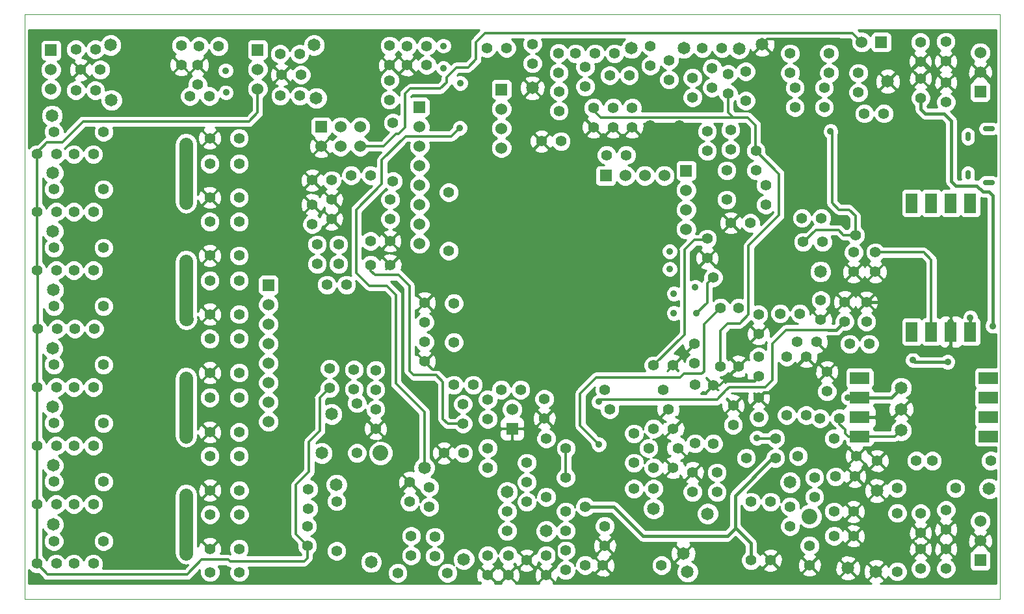
<source format=gbl>
G04 (created by PCBNEW-RS274X (2010-03-14)-final) date Mon 08 Apr 2013 11:15:33 AM EDT*
G01*
G70*
G90*
%MOIN*%
G04 Gerber Fmt 3.4, Leading zero omitted, Abs format*
%FSLAX34Y34*%
G04 APERTURE LIST*
%ADD10C,0.002000*%
%ADD11C,0.001000*%
%ADD12C,0.055000*%
%ADD13R,0.060000X0.060000*%
%ADD14C,0.060000*%
%ADD15C,0.065000*%
%ADD16C,0.080000*%
%ADD17C,0.035000*%
%ADD18R,0.060000X0.100000*%
%ADD19R,0.100000X0.060000*%
%ADD20O,0.029500X0.049200*%
%ADD21O,0.061000X0.027600*%
%ADD22C,0.012400*%
%ADD23C,0.070000*%
%ADD24C,0.015000*%
%ADD25C,0.010000*%
G04 APERTURE END LIST*
G54D10*
G54D11*
X13760Y-39080D02*
X13760Y-09080D01*
X63760Y-39080D02*
X13760Y-39080D01*
X63760Y-09080D02*
X63760Y-39080D01*
X13760Y-09080D02*
X63760Y-09080D01*
G54D12*
X50976Y-19769D03*
X49976Y-19769D03*
X59484Y-31972D03*
X57484Y-31972D03*
X59700Y-37510D03*
X59700Y-36510D03*
X61000Y-37500D03*
X61000Y-36500D03*
X61000Y-34500D03*
X61000Y-35500D03*
X59700Y-34670D03*
X59700Y-35670D03*
X54010Y-36330D03*
X54010Y-37330D03*
X55260Y-35830D03*
X56260Y-35830D03*
X55260Y-34580D03*
X56260Y-34580D03*
X55340Y-32780D03*
X56340Y-32780D03*
X54898Y-28417D03*
X54898Y-27417D03*
X51401Y-29744D03*
X51401Y-28744D03*
X54358Y-25878D03*
X53358Y-25878D03*
X51398Y-27634D03*
X51398Y-26634D03*
X48760Y-20580D03*
X48760Y-21580D03*
X48120Y-25970D03*
X48120Y-26970D03*
X46010Y-27080D03*
X47010Y-27080D03*
X50090Y-30130D03*
X50090Y-29130D03*
X48010Y-33580D03*
X48010Y-32580D03*
X46010Y-32330D03*
X47010Y-32330D03*
X47010Y-30330D03*
X46010Y-30330D03*
X43510Y-35330D03*
X43510Y-36330D03*
X40510Y-36830D03*
X40510Y-37830D03*
X38560Y-36830D03*
X38560Y-37830D03*
X37510Y-36830D03*
X37510Y-37830D03*
X40410Y-29800D03*
X40410Y-28800D03*
X34272Y-26882D03*
X34272Y-25882D03*
X34272Y-23868D03*
X34272Y-24868D03*
X35776Y-23894D03*
X35776Y-25894D03*
X29510Y-17580D03*
X28510Y-17580D03*
X28510Y-18830D03*
X28510Y-19830D03*
X32510Y-21930D03*
X31510Y-21930D03*
X29860Y-21880D03*
X29860Y-20880D03*
X28760Y-21880D03*
X28760Y-20880D03*
X40260Y-15580D03*
X41260Y-15580D03*
X43760Y-12200D03*
X44760Y-12200D03*
X48010Y-12330D03*
X48010Y-13330D03*
X53620Y-19520D03*
X54620Y-19520D03*
X53680Y-20750D03*
X54680Y-20750D03*
X57820Y-14160D03*
X56820Y-14160D03*
G54D13*
X28970Y-14840D03*
G54D14*
X28970Y-15840D03*
X29970Y-14840D03*
X29970Y-15840D03*
X30970Y-14840D03*
X30970Y-15840D03*
G54D13*
X34010Y-13830D03*
G54D14*
X34010Y-14830D03*
X34010Y-15830D03*
X34010Y-16830D03*
X34010Y-17830D03*
X34010Y-18830D03*
X34010Y-19830D03*
X34010Y-20830D03*
G54D13*
X38210Y-12920D03*
G54D14*
X38210Y-13920D03*
X38210Y-14920D03*
X38210Y-15920D03*
G54D13*
X26268Y-22965D03*
G54D14*
X26268Y-23965D03*
X26268Y-24965D03*
X26268Y-25965D03*
X26268Y-26965D03*
X26268Y-27965D03*
X26268Y-28965D03*
X26268Y-29965D03*
X62760Y-36080D03*
X62760Y-35080D03*
G54D13*
X62760Y-37080D03*
X47680Y-17090D03*
G54D14*
X47680Y-18090D03*
X47680Y-19090D03*
X47680Y-20090D03*
G54D13*
X43560Y-17350D03*
G54D14*
X44560Y-17350D03*
X45560Y-17350D03*
X46560Y-17350D03*
G54D13*
X38760Y-30330D03*
G54D14*
X38760Y-29330D03*
G54D15*
X39795Y-12850D03*
X51582Y-10602D03*
X47524Y-36740D03*
X22048Y-18720D03*
G54D12*
X40510Y-33830D03*
X40510Y-30830D03*
X56420Y-31730D03*
X53420Y-31730D03*
X55260Y-30830D03*
X52260Y-30830D03*
X49070Y-28090D03*
X49070Y-31090D03*
X48140Y-31080D03*
X48140Y-28080D03*
X46760Y-29330D03*
X43760Y-29330D03*
X43510Y-28330D03*
X46510Y-28330D03*
X39190Y-28330D03*
X38190Y-28330D03*
G54D15*
X54563Y-22272D03*
G54D12*
X39510Y-37080D03*
X39510Y-34080D03*
X43420Y-37340D03*
X46420Y-37340D03*
X42510Y-37330D03*
X42510Y-34330D03*
X58500Y-37660D03*
X58500Y-34660D03*
X52010Y-37080D03*
X52010Y-34080D03*
X51010Y-34080D03*
X51010Y-37080D03*
X56510Y-13080D03*
X56510Y-12080D03*
G54D15*
X34260Y-32330D03*
X29510Y-29580D03*
G54D16*
X32010Y-31580D03*
G54D12*
X29400Y-27250D03*
X29400Y-28250D03*
X31760Y-29330D03*
X31760Y-30330D03*
X31760Y-27330D03*
X31760Y-28330D03*
X37510Y-28830D03*
X37510Y-29830D03*
X35510Y-21200D03*
X35510Y-18200D03*
X28260Y-35330D03*
X28260Y-36330D03*
X33510Y-34080D03*
X33510Y-33080D03*
X34510Y-34330D03*
X34510Y-33330D03*
G54D15*
X29750Y-33200D03*
G54D12*
X24768Y-33490D03*
X23268Y-33490D03*
X24758Y-36490D03*
X23258Y-36490D03*
X23268Y-34730D03*
X24768Y-34730D03*
X23274Y-37689D03*
X24774Y-37689D03*
X37510Y-32330D03*
X37510Y-31330D03*
X36260Y-31580D03*
X35260Y-31580D03*
X51760Y-17830D03*
X51760Y-18830D03*
X48760Y-16080D03*
X48760Y-15080D03*
X48520Y-10810D03*
X49520Y-10810D03*
X43010Y-11080D03*
X44010Y-11080D03*
G54D15*
X31530Y-37170D03*
X29010Y-31580D03*
G54D12*
X52260Y-31830D03*
X50760Y-31830D03*
X45760Y-31330D03*
X47260Y-31330D03*
X45010Y-30580D03*
X45010Y-32080D03*
X32510Y-19580D03*
X29510Y-19580D03*
X32510Y-18580D03*
X29510Y-18580D03*
X50730Y-13500D03*
X50730Y-12000D03*
X49760Y-17080D03*
X49760Y-18580D03*
X23258Y-28730D03*
X24758Y-28730D03*
X23258Y-31730D03*
X24758Y-31730D03*
X24758Y-21450D03*
X23258Y-21450D03*
X24758Y-24460D03*
X23258Y-24460D03*
X24758Y-27460D03*
X23258Y-27460D03*
X24758Y-30500D03*
X23258Y-30500D03*
X23258Y-22730D03*
X24758Y-22730D03*
X23258Y-25710D03*
X24758Y-25710D03*
X24758Y-18470D03*
X23258Y-18470D03*
X23258Y-19710D03*
X24758Y-19710D03*
X24758Y-15420D03*
X23258Y-15420D03*
X23258Y-16730D03*
X24758Y-16730D03*
G54D15*
X22048Y-15720D03*
X63220Y-33398D03*
X46010Y-34430D03*
X57420Y-37660D03*
X38510Y-33580D03*
X48780Y-34690D03*
X40510Y-35580D03*
X47748Y-37677D03*
G54D16*
X54010Y-34830D03*
G54D15*
X55980Y-37480D03*
X53010Y-33080D03*
X57461Y-33516D03*
G54D12*
X42010Y-11080D03*
G54D15*
X44880Y-10810D03*
X50400Y-10830D03*
X36280Y-37020D03*
G54D12*
X30510Y-17330D03*
X31510Y-17330D03*
G54D15*
X58020Y-12510D03*
X47560Y-10810D03*
G54D12*
X29260Y-22950D03*
X30260Y-22950D03*
X36760Y-28080D03*
X35760Y-28080D03*
X55547Y-29795D03*
X54547Y-29795D03*
X49010Y-12830D03*
X49010Y-11830D03*
X42510Y-12780D03*
X42510Y-11780D03*
X45850Y-11700D03*
X45850Y-10700D03*
X39510Y-32080D03*
X39510Y-33080D03*
X49260Y-32580D03*
X49260Y-33580D03*
X38510Y-35580D03*
X38510Y-34580D03*
X46010Y-33410D03*
X45010Y-33410D03*
X41510Y-34580D03*
X41510Y-35580D03*
X41510Y-37580D03*
X41510Y-36580D03*
X54260Y-32830D03*
X54260Y-33830D03*
X53010Y-35330D03*
X53010Y-34330D03*
X33580Y-35840D03*
X33580Y-36840D03*
X53010Y-11080D03*
X53010Y-12080D03*
X55010Y-11080D03*
X55010Y-12080D03*
X31500Y-20700D03*
X32500Y-20700D03*
G54D13*
X57680Y-10500D03*
G54D14*
X56680Y-10500D03*
G54D12*
X32650Y-14632D03*
X32650Y-17632D03*
X44610Y-16290D03*
X43610Y-16290D03*
X41160Y-13020D03*
X41160Y-14020D03*
X41150Y-12060D03*
X41150Y-11060D03*
X15388Y-16250D03*
X14388Y-16250D03*
X15388Y-19200D03*
X14388Y-19200D03*
X15388Y-22200D03*
X14388Y-22200D03*
X15438Y-25200D03*
X14438Y-25200D03*
X15388Y-28200D03*
X14388Y-28200D03*
X15388Y-31200D03*
X14388Y-31200D03*
X15388Y-34200D03*
X14388Y-34200D03*
X15388Y-37250D03*
X14388Y-37250D03*
X38468Y-10807D03*
X37468Y-10807D03*
X39799Y-11587D03*
X39799Y-10587D03*
X59700Y-13360D03*
X59700Y-12360D03*
X59690Y-10500D03*
X59690Y-11500D03*
X60990Y-10480D03*
X60990Y-11480D03*
X61000Y-13580D03*
X61000Y-12580D03*
G54D14*
X62760Y-12040D03*
X62760Y-11040D03*
G54D13*
X62760Y-13040D03*
G54D12*
X43930Y-14860D03*
X43930Y-13860D03*
X44910Y-14860D03*
X44910Y-13860D03*
X42930Y-14860D03*
X42930Y-13860D03*
X36240Y-30070D03*
X36240Y-29070D03*
X30650Y-27300D03*
X30650Y-28300D03*
X28320Y-34430D03*
X28320Y-33430D03*
X34790Y-35880D03*
X34790Y-36880D03*
X16288Y-16250D03*
X17288Y-16250D03*
X16288Y-19200D03*
X17288Y-19200D03*
X16338Y-25200D03*
X17338Y-25200D03*
X16288Y-22200D03*
X17288Y-22200D03*
X16288Y-31200D03*
X17288Y-31200D03*
X16288Y-28200D03*
X17288Y-28200D03*
X16288Y-37250D03*
X17288Y-37250D03*
X16288Y-34200D03*
X17288Y-34200D03*
X49960Y-16000D03*
X49960Y-15000D03*
X51260Y-16080D03*
X51260Y-17080D03*
X54760Y-12840D03*
X54760Y-13840D03*
X53260Y-12840D03*
X53260Y-13840D03*
X60295Y-31976D03*
X63295Y-31976D03*
X58488Y-33382D03*
X61488Y-33382D03*
G54D15*
X22048Y-27720D03*
X22048Y-30720D03*
X22048Y-33720D03*
X22048Y-36720D03*
X22058Y-24700D03*
X22048Y-21720D03*
G54D12*
X51390Y-24470D03*
X51390Y-25470D03*
X54580Y-23740D03*
X54580Y-24740D03*
X50370Y-27130D03*
X50370Y-24130D03*
X49450Y-24130D03*
X49450Y-27130D03*
X52500Y-24420D03*
X53500Y-24420D03*
X53831Y-26638D03*
X53831Y-29638D03*
X52838Y-29634D03*
X52838Y-26634D03*
X15263Y-15100D03*
X17813Y-15100D03*
X15263Y-18050D03*
X17813Y-18050D03*
X15263Y-21050D03*
X17813Y-21050D03*
X15263Y-24050D03*
X17813Y-24050D03*
X15263Y-27050D03*
X17813Y-27050D03*
X15263Y-30050D03*
X17813Y-30050D03*
X32895Y-37730D03*
X35445Y-37730D03*
X15263Y-33050D03*
X17813Y-33050D03*
X15263Y-36100D03*
X17813Y-36100D03*
X29760Y-36605D03*
X29760Y-34055D03*
X30800Y-29025D03*
X30800Y-31575D03*
X49840Y-12140D03*
X49840Y-13140D03*
X46810Y-11420D03*
X46810Y-12420D03*
G54D17*
X46838Y-21232D03*
X46842Y-22142D03*
X43200Y-31130D03*
G54D12*
X56272Y-22283D03*
X56272Y-21283D03*
X55807Y-24827D03*
X55807Y-23827D03*
X56925Y-24835D03*
X56925Y-23835D03*
X57386Y-22283D03*
X57386Y-21283D03*
X26941Y-12165D03*
X27941Y-12165D03*
X57063Y-25980D03*
X56063Y-25980D03*
X26862Y-11102D03*
X27862Y-11102D03*
X26882Y-13248D03*
X27882Y-13248D03*
X32480Y-10681D03*
X32480Y-11681D03*
X33378Y-11673D03*
X34378Y-11673D03*
X34378Y-10689D03*
X33378Y-10689D03*
X32480Y-13453D03*
X32480Y-12453D03*
G54D13*
X25709Y-10890D03*
G54D14*
X25709Y-11890D03*
X25709Y-12890D03*
G54D15*
X15228Y-35240D03*
X15228Y-32213D03*
X15197Y-29213D03*
X15197Y-26213D03*
X15244Y-23213D03*
X15213Y-20209D03*
X15213Y-17209D03*
X15173Y-14268D03*
G54D17*
X35236Y-10689D03*
X35236Y-11831D03*
G54D12*
X16646Y-11909D03*
X17646Y-11909D03*
X23713Y-10709D03*
X22713Y-10709D03*
X23244Y-13268D03*
X22244Y-13268D03*
X21791Y-10661D03*
X21791Y-11661D03*
X22630Y-11673D03*
X22630Y-12673D03*
X16390Y-10866D03*
X17390Y-10866D03*
X17390Y-12972D03*
X16390Y-12972D03*
G54D13*
X15118Y-10909D03*
G54D14*
X15118Y-11909D03*
X15118Y-12909D03*
G54D15*
X18177Y-10646D03*
X18220Y-13476D03*
X28602Y-10650D03*
X28720Y-13366D03*
G54D17*
X24071Y-11953D03*
X24091Y-13079D03*
G54D15*
X58701Y-30413D03*
X58701Y-29331D03*
X58701Y-28228D03*
G54D17*
X47050Y-23400D03*
X47050Y-24400D03*
X48150Y-23070D03*
X48210Y-24410D03*
X36100Y-12600D03*
X36080Y-14900D03*
G54D18*
X62252Y-25355D03*
X61252Y-25355D03*
X60252Y-25355D03*
X59252Y-25355D03*
X59252Y-18755D03*
X60252Y-18755D03*
X61252Y-18755D03*
X62252Y-18755D03*
G54D19*
X56574Y-30728D03*
X56574Y-29728D03*
X56574Y-28728D03*
X56574Y-27728D03*
X63174Y-27728D03*
X63174Y-28728D03*
X63174Y-29728D03*
X63174Y-30728D03*
G54D20*
X62126Y-17299D03*
X62126Y-15331D03*
G54D21*
X63189Y-17693D03*
X63189Y-14937D03*
G54D12*
X41510Y-32830D03*
X41516Y-31339D03*
G54D17*
X55083Y-15071D03*
G54D12*
X56358Y-20394D03*
X49070Y-22570D03*
G54D17*
X43209Y-28949D03*
X61248Y-24878D03*
X61024Y-31319D03*
G54D12*
X47350Y-14780D03*
X45830Y-14780D03*
G54D17*
X59311Y-26807D03*
X61090Y-26898D03*
X55980Y-28728D03*
X51311Y-30795D03*
X63398Y-25059D03*
X62252Y-24630D03*
G54D22*
X34260Y-32330D02*
X34260Y-29470D01*
X35650Y-15330D02*
X36080Y-14900D01*
X33290Y-15330D02*
X35650Y-15330D01*
X32080Y-16540D02*
X33290Y-15330D01*
X32080Y-17780D02*
X32080Y-16540D01*
X30770Y-19090D02*
X32080Y-17780D01*
X30770Y-22330D02*
X30770Y-19090D01*
X31430Y-22990D02*
X30770Y-22330D01*
X32330Y-22990D02*
X31430Y-22990D01*
X32800Y-23460D02*
X32330Y-22990D01*
X32800Y-28010D02*
X32800Y-23460D01*
X34260Y-29470D02*
X32800Y-28010D01*
X41516Y-32824D02*
X41516Y-31339D01*
X41510Y-32830D02*
X41516Y-32824D01*
X49450Y-24130D02*
X49429Y-24130D01*
X42244Y-30174D02*
X43200Y-31130D01*
X42244Y-28520D02*
X42244Y-30174D01*
X43075Y-27689D02*
X42244Y-28520D01*
X47378Y-27689D02*
X43075Y-27689D01*
X47559Y-27508D02*
X47378Y-27689D01*
X48480Y-27508D02*
X47559Y-27508D01*
X48590Y-27398D02*
X48480Y-27508D01*
X48590Y-24969D02*
X48590Y-27398D01*
X49429Y-24130D02*
X48590Y-24969D01*
X56358Y-20394D02*
X56358Y-19413D01*
X55157Y-15145D02*
X55083Y-15071D01*
X55157Y-18751D02*
X55157Y-15145D01*
X55493Y-19087D02*
X55157Y-18751D01*
X56032Y-19087D02*
X55493Y-19087D01*
X56358Y-19413D02*
X56032Y-19087D01*
X53680Y-20750D02*
X53718Y-20750D01*
X55749Y-20394D02*
X56358Y-20394D01*
X55493Y-20138D02*
X55749Y-20394D01*
X54330Y-20138D02*
X55493Y-20138D01*
X53718Y-20750D02*
X54330Y-20138D01*
X48760Y-23860D02*
X48210Y-24410D01*
X48760Y-22880D02*
X48760Y-23860D01*
X49070Y-22570D02*
X48760Y-22880D01*
G54D23*
X22048Y-15720D02*
X22048Y-18720D01*
X22048Y-21720D02*
X22048Y-24690D01*
X22048Y-24690D02*
X22058Y-24700D01*
X22048Y-33720D02*
X22048Y-36720D01*
X22048Y-27720D02*
X22048Y-30720D01*
G54D24*
X54961Y-25256D02*
X55378Y-25256D01*
X55378Y-25256D02*
X55807Y-24827D01*
G54D22*
X49894Y-28197D02*
X51732Y-28197D01*
X52791Y-25256D02*
X54961Y-25256D01*
X52094Y-25953D02*
X52791Y-25256D01*
X52094Y-27835D02*
X52094Y-25953D01*
X51732Y-28197D02*
X52094Y-27835D01*
X43209Y-28949D02*
X43316Y-28842D01*
X43316Y-28842D02*
X49256Y-28842D01*
X49256Y-28842D02*
X49752Y-28346D01*
X49752Y-28339D02*
X49894Y-28197D01*
X49752Y-28346D02*
X49752Y-28339D01*
X61252Y-24882D02*
X61252Y-25355D01*
X61248Y-24878D02*
X61252Y-24882D01*
X58117Y-31339D02*
X57484Y-31972D01*
X61004Y-31339D02*
X58117Y-31339D01*
X61024Y-31319D02*
X61004Y-31339D01*
G54D24*
X51401Y-28744D02*
X51413Y-28744D01*
X53826Y-26638D02*
X53831Y-26638D01*
X53421Y-27043D02*
X53826Y-26638D01*
X53421Y-27170D02*
X53421Y-27043D01*
X52119Y-28472D02*
X53421Y-27170D01*
X51685Y-28472D02*
X52119Y-28472D01*
X51413Y-28744D02*
X51685Y-28472D01*
X51398Y-27634D02*
X51381Y-27634D01*
X49882Y-27618D02*
X50370Y-27130D01*
X49882Y-27760D02*
X49882Y-27618D01*
X49976Y-27854D02*
X49882Y-27760D01*
X51161Y-27854D02*
X49976Y-27854D01*
X51381Y-27634D02*
X51161Y-27854D01*
X61252Y-25355D02*
X61252Y-26028D01*
X61252Y-26028D02*
X60922Y-26358D01*
X60922Y-26358D02*
X58583Y-26358D01*
X58583Y-26358D02*
X58232Y-26007D01*
X58232Y-26007D02*
X58232Y-24393D01*
X58232Y-24393D02*
X57674Y-23835D01*
X57674Y-23835D02*
X56925Y-23835D01*
X56574Y-29728D02*
X58304Y-29728D01*
X58304Y-29728D02*
X58701Y-29331D01*
G54D22*
X49070Y-28090D02*
X49410Y-28090D01*
X49410Y-28090D02*
X50370Y-27130D01*
X45830Y-14780D02*
X47350Y-14780D01*
X33510Y-33080D02*
X33430Y-33080D01*
X35727Y-34553D02*
X35727Y-33860D01*
X35270Y-35010D02*
X35727Y-34553D01*
X33190Y-35010D02*
X35270Y-35010D01*
X32850Y-34670D02*
X33190Y-35010D01*
X32850Y-33660D02*
X32850Y-34670D01*
X33430Y-33080D02*
X32850Y-33660D01*
X34272Y-26882D02*
X34279Y-26882D01*
X41127Y-29083D02*
X40410Y-29800D01*
X41127Y-27987D02*
X41127Y-29083D01*
X40452Y-27312D02*
X41127Y-27987D01*
X34709Y-27312D02*
X40452Y-27312D01*
X34279Y-26882D02*
X34709Y-27312D01*
X28510Y-18830D02*
X28510Y-18838D01*
X29129Y-19199D02*
X29510Y-19580D01*
X28871Y-19199D02*
X29129Y-19199D01*
X28510Y-18838D02*
X28871Y-19199D01*
X59690Y-11500D02*
X59614Y-11500D01*
X51843Y-10341D02*
X51582Y-10602D01*
X55526Y-10341D02*
X51843Y-10341D01*
X55856Y-10671D02*
X55526Y-10341D01*
X55856Y-10956D02*
X55856Y-10671D01*
X56207Y-11307D02*
X55856Y-10956D01*
X58197Y-11307D02*
X56207Y-11307D01*
X58887Y-11997D02*
X58197Y-11307D01*
X59117Y-11997D02*
X58887Y-11997D01*
X59614Y-11500D02*
X59117Y-11997D01*
X59700Y-12360D02*
X59685Y-12360D01*
X58520Y-12010D02*
X58020Y-12510D01*
X59335Y-12010D02*
X58520Y-12010D01*
X59685Y-12360D02*
X59335Y-12010D01*
X59690Y-11500D02*
X59862Y-11500D01*
X60047Y-12013D02*
X59700Y-12360D01*
X60375Y-12013D02*
X60047Y-12013D01*
X59862Y-11500D02*
X60375Y-12013D01*
X62760Y-12040D02*
X62679Y-12040D01*
X60990Y-11481D02*
X60990Y-11480D01*
X62100Y-12591D02*
X60990Y-11481D01*
X62100Y-12619D02*
X62100Y-12591D01*
X62679Y-12040D02*
X62100Y-12619D01*
X62760Y-12040D02*
X62893Y-12040D01*
X62271Y-13851D02*
X61000Y-12580D01*
X63346Y-13851D02*
X62271Y-13851D01*
X63472Y-13725D02*
X63346Y-13851D01*
X63472Y-12619D02*
X63472Y-13725D01*
X62893Y-12040D02*
X63472Y-12619D01*
X40510Y-37830D02*
X40510Y-37814D01*
X43053Y-35873D02*
X43510Y-36330D01*
X42577Y-35873D02*
X43053Y-35873D01*
X42374Y-36076D02*
X42577Y-35873D01*
X41100Y-36076D02*
X42374Y-36076D01*
X41037Y-36139D02*
X41100Y-36076D01*
X41037Y-37287D02*
X41037Y-36139D01*
X40510Y-37814D02*
X41037Y-37287D01*
X38560Y-37830D02*
X38560Y-37845D01*
X40096Y-38244D02*
X40510Y-37830D01*
X38959Y-38244D02*
X40096Y-38244D01*
X38560Y-37845D02*
X38959Y-38244D01*
X40510Y-37830D02*
X40580Y-37830D01*
X40580Y-37830D02*
X40985Y-38235D01*
X40985Y-38235D02*
X42546Y-38235D01*
X42546Y-38235D02*
X43420Y-37361D01*
X43420Y-37361D02*
X43420Y-37340D01*
X39510Y-37080D02*
X39510Y-37098D01*
X39510Y-37098D02*
X39864Y-37452D01*
X39864Y-37452D02*
X40132Y-37452D01*
X40132Y-37452D02*
X40510Y-37830D01*
X39510Y-37080D02*
X39081Y-36651D01*
X39081Y-36651D02*
X39081Y-36498D01*
X39081Y-36498D02*
X38847Y-36264D01*
X38847Y-36264D02*
X38131Y-36264D01*
X38131Y-36264D02*
X35727Y-33860D01*
X35727Y-32047D02*
X35260Y-31580D01*
X35727Y-33860D02*
X35727Y-32047D01*
X38560Y-37830D02*
X38560Y-37824D01*
X39139Y-37451D02*
X39510Y-37080D01*
X38933Y-37451D02*
X39139Y-37451D01*
X38560Y-37824D02*
X38933Y-37451D01*
X37510Y-37830D02*
X37550Y-37830D01*
X38173Y-38217D02*
X38560Y-37830D01*
X37937Y-38217D02*
X38173Y-38217D01*
X37550Y-37830D02*
X37937Y-38217D01*
G54D24*
X59421Y-26917D02*
X59311Y-26807D01*
X61071Y-26917D02*
X59421Y-26917D01*
X61090Y-26898D02*
X61071Y-26917D01*
G54D22*
X57386Y-21283D02*
X59865Y-21283D01*
X60252Y-21670D02*
X60252Y-25355D01*
X59865Y-21283D02*
X60252Y-21670D01*
G54D24*
X56574Y-28728D02*
X58201Y-28728D01*
X58201Y-28728D02*
X58701Y-28228D01*
X56574Y-28728D02*
X55980Y-28728D01*
G54D22*
X51311Y-30795D02*
X51346Y-30830D01*
X51346Y-30830D02*
X52260Y-30830D01*
X49840Y-13140D02*
X49840Y-14110D01*
X49840Y-14110D02*
X50090Y-14360D01*
X49450Y-27130D02*
X49450Y-25290D01*
X49450Y-25290D02*
X49810Y-24930D01*
X49810Y-24930D02*
X50430Y-24930D01*
X50430Y-24930D02*
X50880Y-24480D01*
X50880Y-24480D02*
X50880Y-20940D01*
X50880Y-20940D02*
X52440Y-19380D01*
X52440Y-19380D02*
X52440Y-17260D01*
X52440Y-17260D02*
X51260Y-16080D01*
X42930Y-13860D02*
X42930Y-13990D01*
X42930Y-13990D02*
X43300Y-14360D01*
X43300Y-14360D02*
X50090Y-14360D01*
X50090Y-14360D02*
X50840Y-14360D01*
X50840Y-14360D02*
X51240Y-14760D01*
X51240Y-14760D02*
X51240Y-16060D01*
X51240Y-16060D02*
X51260Y-16080D01*
G54D24*
X50190Y-35440D02*
X50220Y-35410D01*
X51010Y-37080D02*
X51010Y-36200D01*
X51010Y-36200D02*
X50220Y-35410D01*
X52260Y-31830D02*
X52120Y-31830D01*
X49790Y-35840D02*
X50190Y-35440D01*
X45470Y-35840D02*
X49790Y-35840D01*
X43960Y-34330D02*
X45470Y-35840D01*
X42510Y-34330D02*
X43960Y-34330D01*
X52120Y-31830D02*
X50190Y-33760D01*
X50190Y-33760D02*
X50190Y-35440D01*
G54D22*
X25709Y-12890D02*
X25709Y-14114D01*
X14388Y-16183D02*
X14388Y-16250D01*
X14921Y-15650D02*
X14388Y-16183D01*
X15689Y-15650D02*
X14921Y-15650D01*
X16772Y-14567D02*
X15689Y-15650D01*
X25256Y-14567D02*
X16772Y-14567D01*
X25709Y-14114D02*
X25256Y-14567D01*
X24288Y-37150D02*
X24296Y-37150D01*
X14938Y-37800D02*
X22088Y-37800D01*
X22088Y-37800D02*
X22838Y-37050D01*
X22838Y-37050D02*
X24188Y-37050D01*
X24188Y-37050D02*
X24288Y-37150D01*
X14388Y-37250D02*
X14938Y-37800D01*
X28260Y-36956D02*
X28260Y-36330D01*
X28090Y-37126D02*
X28260Y-36956D01*
X24320Y-37126D02*
X28090Y-37126D01*
X24296Y-37150D02*
X24320Y-37126D01*
X28350Y-32500D02*
X28350Y-32543D01*
X28350Y-32500D02*
X28350Y-31000D01*
X28350Y-31000D02*
X28900Y-30450D01*
X28900Y-30450D02*
X28900Y-28750D01*
X29400Y-28250D02*
X28900Y-28750D01*
X27677Y-35747D02*
X28260Y-36330D01*
X27677Y-33216D02*
X27677Y-35747D01*
X28350Y-32543D02*
X27677Y-33216D01*
X14388Y-19200D02*
X14388Y-22200D01*
X14388Y-16250D02*
X14388Y-19200D01*
X14438Y-25200D02*
X14438Y-22250D01*
X14438Y-22250D02*
X14388Y-22200D01*
X14388Y-28200D02*
X14388Y-25250D01*
X14388Y-25250D02*
X14438Y-25200D01*
X14388Y-31200D02*
X14388Y-28200D01*
X14388Y-34200D02*
X14388Y-31200D01*
X14388Y-37250D02*
X14388Y-34200D01*
X30970Y-15840D02*
X32172Y-15840D01*
X37618Y-10039D02*
X37618Y-10040D01*
X37363Y-10039D02*
X37618Y-10039D01*
X36909Y-10493D02*
X37363Y-10039D01*
X36909Y-11378D02*
X36909Y-10493D01*
X36496Y-11791D02*
X36909Y-11378D01*
X35905Y-11791D02*
X36496Y-11791D01*
X35394Y-12302D02*
X35905Y-11791D01*
X35394Y-12559D02*
X35394Y-12302D01*
X35079Y-12874D02*
X35394Y-12559D01*
X33543Y-12874D02*
X35079Y-12874D01*
X33268Y-13149D02*
X33543Y-12874D01*
X33268Y-14882D02*
X33268Y-13149D01*
X32953Y-15197D02*
X33268Y-14882D01*
X32815Y-15197D02*
X32953Y-15197D01*
X32172Y-15840D02*
X32815Y-15197D01*
X48760Y-20580D02*
X48570Y-20580D01*
X47600Y-25490D02*
X46010Y-27080D01*
X47600Y-21150D02*
X47600Y-25490D01*
X48100Y-20650D02*
X47600Y-21150D01*
X48500Y-20650D02*
X48100Y-20650D01*
X48570Y-20580D02*
X48500Y-20650D01*
X33490Y-24210D02*
X33490Y-22990D01*
X31510Y-22220D02*
X31510Y-21930D01*
X31740Y-22450D02*
X31510Y-22220D01*
X32950Y-22450D02*
X31740Y-22450D01*
X33490Y-22990D02*
X32950Y-22450D01*
X36240Y-30070D02*
X35460Y-30070D01*
X33490Y-27360D02*
X33490Y-24210D01*
X33710Y-27580D02*
X33490Y-27360D01*
X34880Y-27580D02*
X33710Y-27580D01*
X35220Y-27920D02*
X34880Y-27580D01*
X35220Y-29830D02*
X35220Y-27920D01*
X35460Y-30070D02*
X35220Y-29830D01*
X56220Y-10040D02*
X56680Y-10500D01*
X37618Y-10040D02*
X56220Y-10040D01*
G54D24*
X61272Y-17567D02*
X61272Y-17634D01*
X62889Y-18169D02*
X63208Y-18169D01*
X62582Y-17862D02*
X62889Y-18169D01*
X61500Y-17862D02*
X62582Y-17862D01*
X61272Y-17634D02*
X61500Y-17862D01*
X63398Y-18654D02*
X63398Y-18359D01*
X61272Y-17567D02*
X61272Y-17453D01*
X63398Y-18359D02*
X63208Y-18169D01*
X59700Y-13949D02*
X59700Y-13360D01*
X59924Y-14173D02*
X59700Y-13949D01*
X60921Y-14173D02*
X59924Y-14173D01*
X61272Y-14524D02*
X60921Y-14173D01*
X61272Y-17453D02*
X61272Y-14524D01*
X63398Y-18654D02*
X63398Y-25059D01*
X62252Y-24630D02*
X62252Y-25355D01*
G54D22*
X56574Y-30728D02*
X58386Y-30728D01*
X58386Y-30728D02*
X58701Y-30413D01*
X55547Y-29795D02*
X55547Y-30086D01*
X55846Y-30385D02*
X55846Y-30555D01*
X55547Y-30086D02*
X55846Y-30385D01*
X56574Y-30728D02*
X56019Y-30728D01*
X56019Y-30728D02*
X55846Y-30555D01*
G54D25*
X37080Y-09879D02*
X37080Y-09879D01*
X56501Y-09879D02*
X56501Y-09879D01*
X13965Y-09959D02*
X37001Y-09959D01*
X56809Y-09959D02*
X57312Y-09959D01*
X58050Y-09959D02*
X60877Y-09959D01*
X61105Y-09959D02*
X63555Y-09959D01*
X13965Y-10039D02*
X36921Y-10039D01*
X56995Y-10039D02*
X57189Y-10039D01*
X58171Y-10039D02*
X59432Y-10039D01*
X59950Y-10039D02*
X60689Y-10039D01*
X61292Y-10039D02*
X63555Y-10039D01*
X13965Y-10119D02*
X17947Y-10119D01*
X18408Y-10119D02*
X28382Y-10119D01*
X28823Y-10119D02*
X36841Y-10119D01*
X57075Y-10119D02*
X57144Y-10119D01*
X58216Y-10119D02*
X59329Y-10119D01*
X60052Y-10119D02*
X60609Y-10119D01*
X61372Y-10119D02*
X63555Y-10119D01*
X13965Y-10199D02*
X17811Y-10199D01*
X18543Y-10199D02*
X21536Y-10199D01*
X22048Y-10199D02*
X22573Y-10199D01*
X22855Y-10199D02*
X23573Y-10199D01*
X23855Y-10199D02*
X28240Y-10199D01*
X28964Y-10199D02*
X32273Y-10199D01*
X32689Y-10199D02*
X33190Y-10199D01*
X33568Y-10199D02*
X34190Y-10199D01*
X34568Y-10199D02*
X36761Y-10199D01*
X58229Y-10199D02*
X59249Y-10199D01*
X60132Y-10199D02*
X60538Y-10199D01*
X61442Y-10199D02*
X63555Y-10199D01*
X13965Y-10279D02*
X17731Y-10279D01*
X18623Y-10279D02*
X21431Y-10279D01*
X22152Y-10279D02*
X22401Y-10279D01*
X23026Y-10279D02*
X23401Y-10279D01*
X24026Y-10279D02*
X28160Y-10279D01*
X29044Y-10279D02*
X32140Y-10279D01*
X32821Y-10279D02*
X33046Y-10279D01*
X33711Y-10279D02*
X34046Y-10279D01*
X34711Y-10279D02*
X35116Y-10279D01*
X35357Y-10279D02*
X36684Y-10279D01*
X58229Y-10279D02*
X59214Y-10279D01*
X60167Y-10279D02*
X60505Y-10279D01*
X61475Y-10279D02*
X63555Y-10279D01*
X13965Y-10359D02*
X16243Y-10359D01*
X16539Y-10359D02*
X17243Y-10359D01*
X17539Y-10359D02*
X17674Y-10359D01*
X18681Y-10359D02*
X21351Y-10359D01*
X22232Y-10359D02*
X22321Y-10359D01*
X23106Y-10359D02*
X23321Y-10359D01*
X24106Y-10359D02*
X25317Y-10359D01*
X26103Y-10359D02*
X28101Y-10359D01*
X29105Y-10359D02*
X32060Y-10359D01*
X32901Y-10359D02*
X32966Y-10359D01*
X33791Y-10359D02*
X33966Y-10359D01*
X34791Y-10359D02*
X34965Y-10359D01*
X35507Y-10359D02*
X36631Y-10359D01*
X38759Y-10359D02*
X39324Y-10359D01*
X40273Y-10359D02*
X44518Y-10359D01*
X51807Y-10359D02*
X51808Y-10359D01*
X52197Y-10359D02*
X56097Y-10359D01*
X58229Y-10359D02*
X59180Y-10359D01*
X60200Y-10359D02*
X60472Y-10359D01*
X61508Y-10359D02*
X63555Y-10359D01*
X13965Y-10439D02*
X14636Y-10439D01*
X15600Y-10439D02*
X16075Y-10439D01*
X16706Y-10439D02*
X17075Y-10439D01*
X18714Y-10439D02*
X21315Y-10439D01*
X23170Y-10439D02*
X23257Y-10439D01*
X24170Y-10439D02*
X25208Y-10439D01*
X26210Y-10439D02*
X28068Y-10439D01*
X29138Y-10439D02*
X32012Y-10439D01*
X33843Y-10439D02*
X33913Y-10439D01*
X34843Y-10439D02*
X34885Y-10439D01*
X35587Y-10439D02*
X36608Y-10439D01*
X38843Y-10439D02*
X39292Y-10439D01*
X40306Y-10439D02*
X44438Y-10439D01*
X51727Y-10439D02*
X51728Y-10439D01*
X52229Y-10439D02*
X56131Y-10439D01*
X58229Y-10439D02*
X59165Y-10439D01*
X60215Y-10439D02*
X60465Y-10439D01*
X61515Y-10439D02*
X63555Y-10439D01*
X13965Y-10519D02*
X14586Y-10519D01*
X15651Y-10519D02*
X15995Y-10519D01*
X16786Y-10519D02*
X16995Y-10519D01*
X18747Y-10519D02*
X21282Y-10519D01*
X23202Y-10519D02*
X23223Y-10519D01*
X24203Y-10519D02*
X25169Y-10519D01*
X26249Y-10519D02*
X28034Y-10519D01*
X29170Y-10519D02*
X31979Y-10519D01*
X33875Y-10519D02*
X33880Y-10519D01*
X35626Y-10519D02*
X36597Y-10519D01*
X38917Y-10519D02*
X39274Y-10519D01*
X40324Y-10519D02*
X44379Y-10519D01*
X51647Y-10519D02*
X51648Y-10519D01*
X52245Y-10519D02*
X56131Y-10519D01*
X58229Y-10519D02*
X59165Y-10519D01*
X60215Y-10519D02*
X60465Y-10519D01*
X61515Y-10519D02*
X62584Y-10519D01*
X62937Y-10519D02*
X63555Y-10519D01*
X13965Y-10599D02*
X14569Y-10599D01*
X15667Y-10599D02*
X15933Y-10599D01*
X16848Y-10599D02*
X16932Y-10599D01*
X18752Y-10599D02*
X21266Y-10599D01*
X24236Y-10599D02*
X25160Y-10599D01*
X26258Y-10599D02*
X26705Y-10599D01*
X27021Y-10599D02*
X27705Y-10599D01*
X28022Y-10599D02*
X28027Y-10599D01*
X29177Y-10599D02*
X31955Y-10599D01*
X35659Y-10599D02*
X36597Y-10599D01*
X38950Y-10599D02*
X39274Y-10599D01*
X40324Y-10599D02*
X40892Y-10599D01*
X41410Y-10599D02*
X41800Y-10599D01*
X42222Y-10599D02*
X42800Y-10599D01*
X43222Y-10599D02*
X43800Y-10599D01*
X44222Y-10599D02*
X44345Y-10599D01*
X51568Y-10599D02*
X51596Y-10599D01*
X52243Y-10599D02*
X52800Y-10599D01*
X53222Y-10599D02*
X54800Y-10599D01*
X55222Y-10599D02*
X56131Y-10599D01*
X58229Y-10599D02*
X59165Y-10599D01*
X60215Y-10599D02*
X60471Y-10599D01*
X61509Y-10599D02*
X62425Y-10599D01*
X63095Y-10599D02*
X63555Y-10599D01*
X13965Y-10679D02*
X14569Y-10679D01*
X15667Y-10679D02*
X15899Y-10679D01*
X16880Y-10679D02*
X16899Y-10679D01*
X18752Y-10679D02*
X21266Y-10679D01*
X24238Y-10679D02*
X25160Y-10679D01*
X26258Y-10679D02*
X26543Y-10679D01*
X27182Y-10679D02*
X27543Y-10679D01*
X29177Y-10679D02*
X31955Y-10679D01*
X35661Y-10679D02*
X36597Y-10679D01*
X38984Y-10679D02*
X39274Y-10679D01*
X40324Y-10679D02*
X40789Y-10679D01*
X41512Y-10679D02*
X41669Y-10679D01*
X42352Y-10679D02*
X42669Y-10679D01*
X43352Y-10679D02*
X43669Y-10679D01*
X51488Y-10679D02*
X51522Y-10679D01*
X51642Y-10679D02*
X51676Y-10679D01*
X52241Y-10679D02*
X52669Y-10679D01*
X53352Y-10679D02*
X54669Y-10679D01*
X55352Y-10679D02*
X56160Y-10679D01*
X58229Y-10679D02*
X59196Y-10679D01*
X60184Y-10679D02*
X60504Y-10679D01*
X61476Y-10679D02*
X62345Y-10679D01*
X63175Y-10679D02*
X63555Y-10679D01*
X13965Y-10759D02*
X14569Y-10759D01*
X15667Y-10759D02*
X15866Y-10759D01*
X18752Y-10759D02*
X21266Y-10759D01*
X24238Y-10759D02*
X25160Y-10759D01*
X26258Y-10759D02*
X26463Y-10759D01*
X27262Y-10759D02*
X27463Y-10759D01*
X29177Y-10759D02*
X31955Y-10759D01*
X35661Y-10759D02*
X36597Y-10759D01*
X38993Y-10759D02*
X39302Y-10759D01*
X40296Y-10759D02*
X40709Y-10759D01*
X42432Y-10759D02*
X42589Y-10759D01*
X43432Y-10759D02*
X43589Y-10759D01*
X51408Y-10759D02*
X51442Y-10759D01*
X51722Y-10759D02*
X51756Y-10759D01*
X52235Y-10759D02*
X52589Y-10759D01*
X53432Y-10759D02*
X54589Y-10759D01*
X55432Y-10759D02*
X56193Y-10759D01*
X58229Y-10759D02*
X59229Y-10759D01*
X60151Y-10759D02*
X60537Y-10759D01*
X61442Y-10759D02*
X62283Y-10759D01*
X63238Y-10759D02*
X63555Y-10759D01*
X13965Y-10839D02*
X14569Y-10839D01*
X15667Y-10839D02*
X15865Y-10839D01*
X18719Y-10839D02*
X21296Y-10839D01*
X24227Y-10839D02*
X25160Y-10839D01*
X26258Y-10839D02*
X26403Y-10839D01*
X27321Y-10839D02*
X27403Y-10839D01*
X29146Y-10839D02*
X31977Y-10839D01*
X35633Y-10839D02*
X36597Y-10839D01*
X38993Y-10839D02*
X39335Y-10839D01*
X40263Y-10839D02*
X40674Y-10839D01*
X42478Y-10839D02*
X42541Y-10839D01*
X43478Y-10839D02*
X43541Y-10839D01*
X51328Y-10839D02*
X51362Y-10839D01*
X51802Y-10839D02*
X51836Y-10839D01*
X52199Y-10839D02*
X52542Y-10839D01*
X53479Y-10839D02*
X54542Y-10839D01*
X55479Y-10839D02*
X56243Y-10839D01*
X57117Y-10839D02*
X57131Y-10839D01*
X58229Y-10839D02*
X59286Y-10839D01*
X60093Y-10839D02*
X60606Y-10839D01*
X61373Y-10839D02*
X62250Y-10839D01*
X63271Y-10839D02*
X63555Y-10839D01*
X13965Y-10919D02*
X14569Y-10919D01*
X15667Y-10919D02*
X15865Y-10919D01*
X18686Y-10919D02*
X21329Y-10919D01*
X23194Y-10919D02*
X23232Y-10919D01*
X24194Y-10919D02*
X25160Y-10919D01*
X26258Y-10919D02*
X26370Y-10919D01*
X27354Y-10919D02*
X27369Y-10919D01*
X29112Y-10919D02*
X32010Y-10919D01*
X33850Y-10919D02*
X33905Y-10919D01*
X34851Y-10919D02*
X34870Y-10919D01*
X35600Y-10919D02*
X36597Y-10919D01*
X38990Y-10919D02*
X39388Y-10919D01*
X40209Y-10919D02*
X40640Y-10919D01*
X50975Y-10919D02*
X50995Y-10919D01*
X51248Y-10919D02*
X51282Y-10919D01*
X51882Y-10919D02*
X51916Y-10919D01*
X52164Y-10919D02*
X52509Y-10919D01*
X53512Y-10919D02*
X54509Y-10919D01*
X55512Y-10919D02*
X56323Y-10919D01*
X57037Y-10919D02*
X57159Y-10919D01*
X58200Y-10919D02*
X59366Y-10919D01*
X60013Y-10919D02*
X60686Y-10919D01*
X61293Y-10919D02*
X62216Y-10919D01*
X63305Y-10919D02*
X63555Y-10919D01*
X13965Y-10999D02*
X14569Y-10999D01*
X15667Y-10999D02*
X15877Y-10999D01*
X18637Y-10999D02*
X21386Y-10999D01*
X23161Y-10999D02*
X23265Y-10999D01*
X24161Y-10999D02*
X25160Y-10999D01*
X26258Y-10999D02*
X26337Y-10999D01*
X29066Y-10999D02*
X32055Y-10999D01*
X32904Y-10999D02*
X32945Y-10999D01*
X33810Y-10999D02*
X33945Y-10999D01*
X34810Y-10999D02*
X34945Y-10999D01*
X35527Y-10999D02*
X36597Y-10999D01*
X37956Y-10999D02*
X37979Y-10999D01*
X38956Y-10999D02*
X39468Y-10999D01*
X40129Y-10999D02*
X40625Y-10999D01*
X49009Y-10999D02*
X49030Y-10999D01*
X50952Y-10999D02*
X51094Y-10999D01*
X51168Y-10999D02*
X51202Y-10999D01*
X51962Y-10999D02*
X51996Y-10999D01*
X52070Y-10999D02*
X52485Y-10999D01*
X53535Y-10999D02*
X54485Y-10999D01*
X55535Y-10999D02*
X56450Y-10999D01*
X56909Y-10999D02*
X57227Y-10999D01*
X58133Y-10999D02*
X59332Y-10999D01*
X60049Y-10999D02*
X60630Y-10999D01*
X61351Y-10999D02*
X62211Y-10999D01*
X63309Y-10999D02*
X63555Y-10999D01*
X13965Y-11079D02*
X14569Y-11079D01*
X15667Y-11079D02*
X15910Y-11079D01*
X16869Y-11079D02*
X16910Y-11079D01*
X18557Y-11079D02*
X21466Y-11079D01*
X23085Y-11079D02*
X23340Y-11079D01*
X24085Y-11079D02*
X25160Y-11079D01*
X26258Y-11079D02*
X26337Y-11079D01*
X28986Y-11079D02*
X32135Y-11079D01*
X32824Y-11079D02*
X33025Y-11079D01*
X33730Y-11079D02*
X34025Y-11079D01*
X34730Y-11079D02*
X35067Y-11079D01*
X35405Y-11079D02*
X36597Y-11079D01*
X37923Y-11079D02*
X38012Y-11079D01*
X38923Y-11079D02*
X39614Y-11079D01*
X39980Y-11079D02*
X40625Y-11079D01*
X45390Y-11079D02*
X45486Y-11079D01*
X48976Y-11079D02*
X49063Y-11079D01*
X50919Y-11079D02*
X51183Y-11079D01*
X51980Y-11079D02*
X52485Y-11079D01*
X53535Y-11079D02*
X54485Y-11079D01*
X55535Y-11079D02*
X59323Y-11079D01*
X60058Y-11079D02*
X60621Y-11079D01*
X61360Y-11079D02*
X62211Y-11079D01*
X63309Y-11079D02*
X63555Y-11079D01*
X13965Y-11159D02*
X14569Y-11159D01*
X15667Y-11159D02*
X15943Y-11159D01*
X16837Y-11159D02*
X16943Y-11159D01*
X17836Y-11159D02*
X17913Y-11159D01*
X18441Y-11159D02*
X21433Y-11159D01*
X22997Y-11159D02*
X23427Y-11159D01*
X23997Y-11159D02*
X25160Y-11159D01*
X26258Y-11159D02*
X26337Y-11159D01*
X28876Y-11159D02*
X32138Y-11159D01*
X32813Y-11159D02*
X33025Y-11159D01*
X33729Y-11159D02*
X34140Y-11159D01*
X34613Y-11159D02*
X36597Y-11159D01*
X37858Y-11159D02*
X38077Y-11159D01*
X38858Y-11159D02*
X39485Y-11159D01*
X40114Y-11159D02*
X40625Y-11159D01*
X45344Y-11159D02*
X45585Y-11159D01*
X48024Y-11159D02*
X48126Y-11159D01*
X48913Y-11159D02*
X49126Y-11159D01*
X49912Y-11159D02*
X49916Y-11159D01*
X50884Y-11159D02*
X51206Y-11159D01*
X51961Y-11159D02*
X52485Y-11159D01*
X53535Y-11159D02*
X54485Y-11159D01*
X55535Y-11159D02*
X59172Y-11159D01*
X59332Y-11159D02*
X59366Y-11159D01*
X60014Y-11159D02*
X60048Y-11159D01*
X60213Y-11159D02*
X60464Y-11159D01*
X60652Y-11159D02*
X60686Y-11159D01*
X61294Y-11159D02*
X61328Y-11159D01*
X61523Y-11159D02*
X62215Y-11159D01*
X63304Y-11159D02*
X63555Y-11159D01*
X13965Y-11239D02*
X14569Y-11239D01*
X15667Y-11239D02*
X16020Y-11239D01*
X16758Y-11239D02*
X17020Y-11239D01*
X17759Y-11239D02*
X21424Y-11239D01*
X22996Y-11239D02*
X25160Y-11239D01*
X26258Y-11239D02*
X26350Y-11239D01*
X28373Y-11239D02*
X32116Y-11239D01*
X32845Y-11239D02*
X33013Y-11239D01*
X33744Y-11239D02*
X34070Y-11239D01*
X34687Y-11239D02*
X36597Y-11239D01*
X37778Y-11239D02*
X38157Y-11239D01*
X38778Y-11239D02*
X39405Y-11239D01*
X40194Y-11239D02*
X40656Y-11239D01*
X45264Y-11239D02*
X45592Y-11239D01*
X47944Y-11239D02*
X48206Y-11239D01*
X48833Y-11239D02*
X49206Y-11239D01*
X49832Y-11239D02*
X49996Y-11239D01*
X50804Y-11239D02*
X51388Y-11239D01*
X51768Y-11239D02*
X52507Y-11239D01*
X53512Y-11239D02*
X54507Y-11239D01*
X55512Y-11239D02*
X59137Y-11239D01*
X59412Y-11239D02*
X59446Y-11239D01*
X59934Y-11239D02*
X59968Y-11239D01*
X60246Y-11239D02*
X60428Y-11239D01*
X60732Y-11239D02*
X60766Y-11239D01*
X61214Y-11239D02*
X61248Y-11239D01*
X61554Y-11239D02*
X62248Y-11239D01*
X63271Y-11239D02*
X63555Y-11239D01*
X13965Y-11319D02*
X14594Y-11319D01*
X15641Y-11319D02*
X16111Y-11319D01*
X16826Y-11319D02*
X17111Y-11319D01*
X17667Y-11319D02*
X21274Y-11319D01*
X21432Y-11319D02*
X21466Y-11319D01*
X22967Y-11319D02*
X23001Y-11319D01*
X23144Y-11319D02*
X25193Y-11319D01*
X26225Y-11319D02*
X26383Y-11319D01*
X27340Y-11319D02*
X27383Y-11319D01*
X28340Y-11319D02*
X32013Y-11319D01*
X32101Y-11319D02*
X32135Y-11319D01*
X32825Y-11319D02*
X32859Y-11319D01*
X33007Y-11319D02*
X33041Y-11319D01*
X33715Y-11319D02*
X33749Y-11319D01*
X33892Y-11319D02*
X33990Y-11319D01*
X34767Y-11319D02*
X36526Y-11319D01*
X37221Y-11319D02*
X37331Y-11319D01*
X37603Y-11319D02*
X38331Y-11319D01*
X38603Y-11319D02*
X39342Y-11319D01*
X40257Y-11319D02*
X40689Y-11319D01*
X43479Y-11319D02*
X43541Y-11319D01*
X44478Y-11319D02*
X44606Y-11319D01*
X45154Y-11319D02*
X45489Y-11319D01*
X47834Y-11319D02*
X48376Y-11319D01*
X48662Y-11319D02*
X48873Y-11319D01*
X49149Y-11319D02*
X49376Y-11319D01*
X49662Y-11319D02*
X50078Y-11319D01*
X50722Y-11319D02*
X52540Y-11319D01*
X53479Y-11319D02*
X54540Y-11319D01*
X55479Y-11319D02*
X59101Y-11319D01*
X59492Y-11319D02*
X59526Y-11319D01*
X59854Y-11319D02*
X59888Y-11319D01*
X60277Y-11319D02*
X60392Y-11319D01*
X60812Y-11319D02*
X60846Y-11319D01*
X61134Y-11319D02*
X61168Y-11319D01*
X61585Y-11319D02*
X62281Y-11319D01*
X63238Y-11319D02*
X63555Y-11319D01*
X13965Y-11399D02*
X14656Y-11399D01*
X15580Y-11399D02*
X16289Y-11399D01*
X17004Y-11399D02*
X17506Y-11399D01*
X17788Y-11399D02*
X21238Y-11399D01*
X21512Y-11399D02*
X21546Y-11399D01*
X22887Y-11399D02*
X22921Y-11399D01*
X23181Y-11399D02*
X25266Y-11399D01*
X26152Y-11399D02*
X26417Y-11399D01*
X27307Y-11399D02*
X27417Y-11399D01*
X28307Y-11399D02*
X31936Y-11399D01*
X32181Y-11399D02*
X32215Y-11399D01*
X32745Y-11399D02*
X32779Y-11399D01*
X33087Y-11399D02*
X33121Y-11399D01*
X33635Y-11399D02*
X33669Y-11399D01*
X34833Y-11399D02*
X36446Y-11399D01*
X37216Y-11399D02*
X39309Y-11399D01*
X40290Y-11399D02*
X40746Y-11399D01*
X41553Y-11399D02*
X41586Y-11399D01*
X43433Y-11399D02*
X43586Y-11399D01*
X44433Y-11399D02*
X45409Y-11399D01*
X47335Y-11399D02*
X48699Y-11399D01*
X49322Y-11399D02*
X50270Y-11399D01*
X50528Y-11399D02*
X52586Y-11399D01*
X53433Y-11399D02*
X54586Y-11399D01*
X55433Y-11399D02*
X59080Y-11399D01*
X59572Y-11399D02*
X59606Y-11399D01*
X59774Y-11399D02*
X59808Y-11399D01*
X60303Y-11399D02*
X60380Y-11399D01*
X60892Y-11399D02*
X60926Y-11399D01*
X61054Y-11399D02*
X61088Y-11399D01*
X61603Y-11399D02*
X62343Y-11399D01*
X63176Y-11399D02*
X63555Y-11399D01*
X13965Y-11479D02*
X14772Y-11479D01*
X15464Y-11479D02*
X16280Y-11479D01*
X17013Y-11479D02*
X17334Y-11479D01*
X17959Y-11479D02*
X21203Y-11479D01*
X21592Y-11479D02*
X21626Y-11479D01*
X22807Y-11479D02*
X22841Y-11479D01*
X23212Y-11479D02*
X25344Y-11479D01*
X26074Y-11479D02*
X26496Y-11479D01*
X27227Y-11479D02*
X27496Y-11479D01*
X28227Y-11479D02*
X31901Y-11479D01*
X32261Y-11479D02*
X32295Y-11479D01*
X32665Y-11479D02*
X32699Y-11479D01*
X33167Y-11479D02*
X33201Y-11479D01*
X33555Y-11479D02*
X33589Y-11479D01*
X34866Y-11479D02*
X34987Y-11479D01*
X35485Y-11479D02*
X35905Y-11479D01*
X37200Y-11479D02*
X39276Y-11479D01*
X40323Y-11479D02*
X40826Y-11479D01*
X41473Y-11479D02*
X41666Y-11479D01*
X43353Y-11479D02*
X43666Y-11479D01*
X44353Y-11479D02*
X45374Y-11479D01*
X47335Y-11479D02*
X48619Y-11479D01*
X49402Y-11479D02*
X50617Y-11479D01*
X50845Y-11479D02*
X52666Y-11479D01*
X53353Y-11479D02*
X54666Y-11479D01*
X55353Y-11479D02*
X59079Y-11479D01*
X59652Y-11479D02*
X59686Y-11479D01*
X59694Y-11479D02*
X59728Y-11479D01*
X60302Y-11479D02*
X60378Y-11479D01*
X60972Y-11479D02*
X61008Y-11479D01*
X61602Y-11479D02*
X62423Y-11479D01*
X63096Y-11479D02*
X63555Y-11479D01*
X13965Y-11559D02*
X14692Y-11559D01*
X15544Y-11559D02*
X16132Y-11559D01*
X16279Y-11559D02*
X16313Y-11559D01*
X16979Y-11559D02*
X17013Y-11559D01*
X17163Y-11559D02*
X17253Y-11559D01*
X18039Y-11559D02*
X21181Y-11559D01*
X21672Y-11559D02*
X21706Y-11559D01*
X22727Y-11559D02*
X22761Y-11559D01*
X23243Y-11559D02*
X23912Y-11559D01*
X24231Y-11559D02*
X25264Y-11559D01*
X26154Y-11559D02*
X26593Y-11559D01*
X27128Y-11559D02*
X27592Y-11559D01*
X28130Y-11559D02*
X31870Y-11559D01*
X32341Y-11559D02*
X32375Y-11559D01*
X32585Y-11559D02*
X32619Y-11559D01*
X33247Y-11559D02*
X33281Y-11559D01*
X33475Y-11559D02*
X33509Y-11559D01*
X34899Y-11559D02*
X34907Y-11559D01*
X35565Y-11559D02*
X35701Y-11559D01*
X37156Y-11559D02*
X39274Y-11559D01*
X40324Y-11559D02*
X40982Y-11559D01*
X41314Y-11559D02*
X41794Y-11559D01*
X43224Y-11559D02*
X43794Y-11559D01*
X44224Y-11559D02*
X45340Y-11559D01*
X47320Y-11559D02*
X48554Y-11559D01*
X49466Y-11559D02*
X50429Y-11559D01*
X51032Y-11559D02*
X52794Y-11559D01*
X53223Y-11559D02*
X54794Y-11559D01*
X55223Y-11559D02*
X56397Y-11559D01*
X56625Y-11559D02*
X59077Y-11559D01*
X59614Y-11559D02*
X59648Y-11559D01*
X59732Y-11559D02*
X59766Y-11559D01*
X60301Y-11559D02*
X60377Y-11559D01*
X60894Y-11559D02*
X60928Y-11559D01*
X61052Y-11559D02*
X61086Y-11559D01*
X61600Y-11559D02*
X62382Y-11559D01*
X63139Y-11559D02*
X63555Y-11559D01*
X13965Y-11639D02*
X14636Y-11639D01*
X15601Y-11639D02*
X16097Y-11639D01*
X16359Y-11639D02*
X16393Y-11639D01*
X16899Y-11639D02*
X16933Y-11639D01*
X18103Y-11639D02*
X21180Y-11639D01*
X21752Y-11639D02*
X21786Y-11639D01*
X22647Y-11639D02*
X22681Y-11639D01*
X23242Y-11639D02*
X23784Y-11639D01*
X24358Y-11639D02*
X25220Y-11639D01*
X26199Y-11639D02*
X26604Y-11639D01*
X27265Y-11639D02*
X31869Y-11639D01*
X32421Y-11639D02*
X32455Y-11639D01*
X32505Y-11639D02*
X32539Y-11639D01*
X33327Y-11639D02*
X33361Y-11639D01*
X33395Y-11639D02*
X33429Y-11639D01*
X37090Y-11639D02*
X39274Y-11639D01*
X40324Y-11639D02*
X40829Y-11639D01*
X41472Y-11639D02*
X42000Y-11639D01*
X43020Y-11639D02*
X45325Y-11639D01*
X47287Y-11639D02*
X48521Y-11639D01*
X49499Y-11639D02*
X49679Y-11639D01*
X50003Y-11639D02*
X50349Y-11639D01*
X51112Y-11639D02*
X52709Y-11639D01*
X53312Y-11639D02*
X54709Y-11639D01*
X55312Y-11639D02*
X56209Y-11639D01*
X56812Y-11639D02*
X59087Y-11639D01*
X59534Y-11639D02*
X59568Y-11639D01*
X59812Y-11639D02*
X59846Y-11639D01*
X60297Y-11639D02*
X60394Y-11639D01*
X60814Y-11639D02*
X60848Y-11639D01*
X61132Y-11639D02*
X61166Y-11639D01*
X61588Y-11639D02*
X62376Y-11639D01*
X63144Y-11639D02*
X63555Y-11639D01*
X13965Y-11719D02*
X14603Y-11719D01*
X15634Y-11719D02*
X16061Y-11719D01*
X16439Y-11719D02*
X16473Y-11719D01*
X16819Y-11719D02*
X16853Y-11719D01*
X18136Y-11719D02*
X21178Y-11719D01*
X21716Y-11719D02*
X21750Y-11719D01*
X21832Y-11719D02*
X21866Y-11719D01*
X22566Y-11719D02*
X22601Y-11719D01*
X22659Y-11719D02*
X22693Y-11719D01*
X23241Y-11719D02*
X23709Y-11719D01*
X24435Y-11719D02*
X25186Y-11719D01*
X26233Y-11719D02*
X26577Y-11719D01*
X27306Y-11719D02*
X27647Y-11719D01*
X28237Y-11719D02*
X31868Y-11719D01*
X32425Y-11719D02*
X32459Y-11719D01*
X32501Y-11719D02*
X32535Y-11719D01*
X33315Y-11719D02*
X33349Y-11719D01*
X33407Y-11719D02*
X33441Y-11719D01*
X37010Y-11719D02*
X39285Y-11719D01*
X40312Y-11719D02*
X40749Y-11719D01*
X41552Y-11719D02*
X41985Y-11719D01*
X43035Y-11719D02*
X43550Y-11719D01*
X43972Y-11719D02*
X44550Y-11719D01*
X44972Y-11719D02*
X45325Y-11719D01*
X47253Y-11719D02*
X48488Y-11719D01*
X50162Y-11719D02*
X50278Y-11719D01*
X51182Y-11719D02*
X52629Y-11719D01*
X53392Y-11719D02*
X54629Y-11719D01*
X55392Y-11719D02*
X56129Y-11719D01*
X56892Y-11719D02*
X59118Y-11719D01*
X59454Y-11719D02*
X59488Y-11719D01*
X59892Y-11719D02*
X59926Y-11719D01*
X60262Y-11719D02*
X60426Y-11719D01*
X60734Y-11719D02*
X60768Y-11719D01*
X61212Y-11719D02*
X61246Y-11719D01*
X61553Y-11719D02*
X62206Y-11719D01*
X62422Y-11719D02*
X62456Y-11719D01*
X63064Y-11719D02*
X63098Y-11719D01*
X63318Y-11719D02*
X63555Y-11719D01*
X13965Y-11799D02*
X14570Y-11799D01*
X15667Y-11799D02*
X16036Y-11799D01*
X16519Y-11799D02*
X16553Y-11799D01*
X16739Y-11799D02*
X16773Y-11799D01*
X18169Y-11799D02*
X21187Y-11799D01*
X21636Y-11799D02*
X21670Y-11799D01*
X21912Y-11799D02*
X21946Y-11799D01*
X22486Y-11799D02*
X22521Y-11799D01*
X22739Y-11799D02*
X22773Y-11799D01*
X23240Y-11799D02*
X23675Y-11799D01*
X24468Y-11799D02*
X25160Y-11799D01*
X26258Y-11799D02*
X26510Y-11799D01*
X26558Y-11799D02*
X26592Y-11799D01*
X27290Y-11799D02*
X27324Y-11799D01*
X27373Y-11799D02*
X27565Y-11799D01*
X28318Y-11799D02*
X31869Y-11799D01*
X32345Y-11799D02*
X32379Y-11799D01*
X32581Y-11799D02*
X32615Y-11799D01*
X33235Y-11799D02*
X33269Y-11799D01*
X33487Y-11799D02*
X33521Y-11799D01*
X36930Y-11799D02*
X39318Y-11799D01*
X40279Y-11799D02*
X40690Y-11799D01*
X41610Y-11799D02*
X41985Y-11799D01*
X43035Y-11799D02*
X43419Y-11799D01*
X44102Y-11799D02*
X44419Y-11799D01*
X45102Y-11799D02*
X45325Y-11799D01*
X46375Y-11799D02*
X46446Y-11799D01*
X47173Y-11799D02*
X48485Y-11799D01*
X50242Y-11799D02*
X50244Y-11799D01*
X51215Y-11799D02*
X52558Y-11799D01*
X53462Y-11799D02*
X54558Y-11799D01*
X55462Y-11799D02*
X56058Y-11799D01*
X56962Y-11799D02*
X59149Y-11799D01*
X59374Y-11799D02*
X59408Y-11799D01*
X59972Y-11799D02*
X60006Y-11799D01*
X60226Y-11799D02*
X60457Y-11799D01*
X60654Y-11799D02*
X60688Y-11799D01*
X61292Y-11799D02*
X61326Y-11799D01*
X61517Y-11799D02*
X62171Y-11799D01*
X62502Y-11799D02*
X62536Y-11799D01*
X62984Y-11799D02*
X63018Y-11799D01*
X63350Y-11799D02*
X63555Y-11799D01*
X13965Y-11879D02*
X14569Y-11879D01*
X15667Y-11879D02*
X16035Y-11879D01*
X16599Y-11879D02*
X16633Y-11879D01*
X16659Y-11879D02*
X16693Y-11879D01*
X18171Y-11879D02*
X21218Y-11879D01*
X21556Y-11879D02*
X21590Y-11879D01*
X21992Y-11879D02*
X22026Y-11879D01*
X22406Y-11879D02*
X22441Y-11879D01*
X22819Y-11879D02*
X22853Y-11879D01*
X23208Y-11879D02*
X23646Y-11879D01*
X24496Y-11879D02*
X25160Y-11879D01*
X26258Y-11879D02*
X26399Y-11879D01*
X26638Y-11879D02*
X26672Y-11879D01*
X27210Y-11879D02*
X27244Y-11879D01*
X27487Y-11879D02*
X27491Y-11879D01*
X28391Y-11879D02*
X31900Y-11879D01*
X32265Y-11879D02*
X32299Y-11879D01*
X32661Y-11879D02*
X32695Y-11879D01*
X33155Y-11879D02*
X33189Y-11879D01*
X33567Y-11879D02*
X33601Y-11879D01*
X36850Y-11879D02*
X39351Y-11879D01*
X40246Y-11879D02*
X40657Y-11879D01*
X41644Y-11879D02*
X41985Y-11879D01*
X43035Y-11879D02*
X43339Y-11879D01*
X44182Y-11879D02*
X44339Y-11879D01*
X45182Y-11879D02*
X45356Y-11879D01*
X46344Y-11879D02*
X46545Y-11879D01*
X47072Y-11879D02*
X47728Y-11879D01*
X48294Y-11879D02*
X48485Y-11879D01*
X51248Y-11879D02*
X52525Y-11879D01*
X53495Y-11879D02*
X54525Y-11879D01*
X55495Y-11879D02*
X56025Y-11879D01*
X56995Y-11879D02*
X57818Y-11879D01*
X58228Y-11879D02*
X59328Y-11879D01*
X60061Y-11879D02*
X60620Y-11879D01*
X61359Y-11879D02*
X62136Y-11879D01*
X62582Y-11879D02*
X62616Y-11879D01*
X62904Y-11879D02*
X62938Y-11879D01*
X63381Y-11879D02*
X63555Y-11879D01*
X13965Y-11959D02*
X14569Y-11959D01*
X15667Y-11959D02*
X16033Y-11959D01*
X16579Y-11959D02*
X16613Y-11959D01*
X16679Y-11959D02*
X16713Y-11959D01*
X18171Y-11959D02*
X21249Y-11959D01*
X21476Y-11959D02*
X21510Y-11959D01*
X22072Y-11959D02*
X22083Y-11959D01*
X22327Y-11959D02*
X22361Y-11959D01*
X22899Y-11959D02*
X22933Y-11959D01*
X23172Y-11959D02*
X23646Y-11959D01*
X24496Y-11959D02*
X25160Y-11959D01*
X26258Y-11959D02*
X26363Y-11959D01*
X26718Y-11959D02*
X26752Y-11959D01*
X27130Y-11959D02*
X27164Y-11959D01*
X28424Y-11959D02*
X31931Y-11959D01*
X32185Y-11959D02*
X32219Y-11959D01*
X32741Y-11959D02*
X32775Y-11959D01*
X33075Y-11959D02*
X33109Y-11959D01*
X33647Y-11959D02*
X33681Y-11959D01*
X33919Y-11959D02*
X33928Y-11959D01*
X34827Y-11959D02*
X34828Y-11959D01*
X36770Y-11959D02*
X39428Y-11959D01*
X40169Y-11959D02*
X40625Y-11959D01*
X41675Y-11959D02*
X42016Y-11959D01*
X43004Y-11959D02*
X43292Y-11959D01*
X44228Y-11959D02*
X44291Y-11959D01*
X45229Y-11959D02*
X45389Y-11959D01*
X46311Y-11959D02*
X46552Y-11959D01*
X47070Y-11959D02*
X47639Y-11959D01*
X48382Y-11959D02*
X48495Y-11959D01*
X51255Y-11959D02*
X52492Y-11959D01*
X53528Y-11959D02*
X54492Y-11959D01*
X55528Y-11959D02*
X55992Y-11959D01*
X57028Y-11959D02*
X57633Y-11959D01*
X58408Y-11959D02*
X59326Y-11959D01*
X60070Y-11959D02*
X60629Y-11959D01*
X61350Y-11959D02*
X62125Y-11959D01*
X62662Y-11959D02*
X62696Y-11959D01*
X62824Y-11959D02*
X62858Y-11959D01*
X63398Y-11959D02*
X63555Y-11959D01*
X13965Y-12039D02*
X14577Y-12039D01*
X15658Y-12039D02*
X16039Y-12039D01*
X16499Y-12039D02*
X16533Y-12039D01*
X16759Y-12039D02*
X16793Y-12039D01*
X18160Y-12039D02*
X21430Y-12039D01*
X22152Y-12039D02*
X22198Y-12039D01*
X22246Y-12039D02*
X22281Y-12039D01*
X22979Y-12039D02*
X23013Y-12039D01*
X23061Y-12039D02*
X23646Y-12039D01*
X24495Y-12039D02*
X25176Y-12039D01*
X26241Y-12039D02*
X26331Y-12039D01*
X26798Y-12039D02*
X26832Y-12039D01*
X27050Y-12039D02*
X27084Y-12039D01*
X28457Y-12039D02*
X31977Y-12039D01*
X32105Y-12039D02*
X32139Y-12039D01*
X32821Y-12039D02*
X32855Y-12039D01*
X32995Y-12039D02*
X33029Y-12039D01*
X33727Y-12039D02*
X33761Y-12039D01*
X33809Y-12039D02*
X34001Y-12039D01*
X34754Y-12039D02*
X34861Y-12039D01*
X36676Y-12039D02*
X39517Y-12039D01*
X40079Y-12039D02*
X40625Y-12039D01*
X41675Y-12039D02*
X42049Y-12039D01*
X42971Y-12039D02*
X43259Y-12039D01*
X45262Y-12039D02*
X45446Y-12039D01*
X46253Y-12039D02*
X46449Y-12039D01*
X47172Y-12039D02*
X47563Y-12039D01*
X48458Y-12039D02*
X48528Y-12039D01*
X51255Y-12039D02*
X52485Y-12039D01*
X53535Y-12039D02*
X54485Y-12039D01*
X55535Y-12039D02*
X55985Y-12039D01*
X57035Y-12039D02*
X57621Y-12039D01*
X58420Y-12039D02*
X59174Y-12039D01*
X59362Y-12039D02*
X59396Y-12039D01*
X60003Y-12039D02*
X60038Y-12039D01*
X60233Y-12039D02*
X60700Y-12039D01*
X61290Y-12039D02*
X62124Y-12039D01*
X62742Y-12039D02*
X62778Y-12039D01*
X63396Y-12039D02*
X63555Y-12039D01*
X13965Y-12119D02*
X14611Y-12119D01*
X15625Y-12119D02*
X16070Y-12119D01*
X16419Y-12119D02*
X16453Y-12119D01*
X16839Y-12119D02*
X16873Y-12119D01*
X18127Y-12119D02*
X21427Y-12119D01*
X22154Y-12119D02*
X22265Y-12119D01*
X22994Y-12119D02*
X23679Y-12119D01*
X24462Y-12119D02*
X25209Y-12119D01*
X26208Y-12119D02*
X26330Y-12119D01*
X26878Y-12119D02*
X26912Y-12119D01*
X26970Y-12119D02*
X27004Y-12119D01*
X28466Y-12119D02*
X32071Y-12119D01*
X32889Y-12119D02*
X33013Y-12119D01*
X33742Y-12119D02*
X34082Y-12119D01*
X34672Y-12119D02*
X34923Y-12119D01*
X36018Y-12119D02*
X40625Y-12119D01*
X41675Y-12119D02*
X42106Y-12119D01*
X42913Y-12119D02*
X43235Y-12119D01*
X45285Y-12119D02*
X45526Y-12119D01*
X46173Y-12119D02*
X46369Y-12119D01*
X47252Y-12119D02*
X47529Y-12119D01*
X48491Y-12119D02*
X48561Y-12119D01*
X51249Y-12119D02*
X52485Y-12119D01*
X53535Y-12119D02*
X54485Y-12119D01*
X55535Y-12119D02*
X55985Y-12119D01*
X57035Y-12119D02*
X57494Y-12119D01*
X57612Y-12119D02*
X57646Y-12119D01*
X58394Y-12119D02*
X58428Y-12119D01*
X58547Y-12119D02*
X59138Y-12119D01*
X59442Y-12119D02*
X59476Y-12119D01*
X59923Y-12119D02*
X59958Y-12119D01*
X60264Y-12119D02*
X60638Y-12119D01*
X61363Y-12119D02*
X62122Y-12119D01*
X62664Y-12119D02*
X62698Y-12119D01*
X62822Y-12119D02*
X62856Y-12119D01*
X63395Y-12119D02*
X63555Y-12119D01*
X13965Y-12199D02*
X14644Y-12199D01*
X15591Y-12199D02*
X16101Y-12199D01*
X16339Y-12199D02*
X16373Y-12199D01*
X16919Y-12199D02*
X16953Y-12199D01*
X17185Y-12199D02*
X17198Y-12199D01*
X18094Y-12199D02*
X21494Y-12199D01*
X22097Y-12199D02*
X22307Y-12199D01*
X22967Y-12199D02*
X23716Y-12199D01*
X24426Y-12199D02*
X25243Y-12199D01*
X26174Y-12199D02*
X26329Y-12199D01*
X26890Y-12199D02*
X26924Y-12199D01*
X26958Y-12199D02*
X26992Y-12199D01*
X28466Y-12199D02*
X32017Y-12199D01*
X32943Y-12199D02*
X33054Y-12199D01*
X33715Y-12199D02*
X35014Y-12199D01*
X35938Y-12199D02*
X35957Y-12199D01*
X36243Y-12199D02*
X39645Y-12199D01*
X39957Y-12199D02*
X40639Y-12199D01*
X41660Y-12199D02*
X42186Y-12199D01*
X42833Y-12199D02*
X43235Y-12199D01*
X45285Y-12199D02*
X45682Y-12199D01*
X46016Y-12199D02*
X46334Y-12199D01*
X47287Y-12199D02*
X47496Y-12199D01*
X48524Y-12199D02*
X48636Y-12199D01*
X51216Y-12199D02*
X52491Y-12199D01*
X53529Y-12199D02*
X54491Y-12199D01*
X55529Y-12199D02*
X55991Y-12199D01*
X57029Y-12199D02*
X57435Y-12199D01*
X57692Y-12199D02*
X57726Y-12199D01*
X58314Y-12199D02*
X58348Y-12199D01*
X58609Y-12199D02*
X59102Y-12199D01*
X59522Y-12199D02*
X59556Y-12199D01*
X59843Y-12199D02*
X59878Y-12199D01*
X60295Y-12199D02*
X60636Y-12199D01*
X61364Y-12199D02*
X62138Y-12199D01*
X62584Y-12199D02*
X62618Y-12199D01*
X62902Y-12199D02*
X62936Y-12199D01*
X63385Y-12199D02*
X63555Y-12199D01*
X13965Y-12279D02*
X14712Y-12279D01*
X15524Y-12279D02*
X16249Y-12279D01*
X16259Y-12279D02*
X16293Y-12279D01*
X16999Y-12279D02*
X17033Y-12279D01*
X17042Y-12279D02*
X17273Y-12279D01*
X18018Y-12279D02*
X22282Y-12279D01*
X22979Y-12279D02*
X23796Y-12279D01*
X24346Y-12279D02*
X25322Y-12279D01*
X26096Y-12279D02*
X26328Y-12279D01*
X26810Y-12279D02*
X26844Y-12279D01*
X27038Y-12279D02*
X27072Y-12279D01*
X28462Y-12279D02*
X31984Y-12279D01*
X32976Y-12279D02*
X33234Y-12279D01*
X33508Y-12279D02*
X35086Y-12279D01*
X36380Y-12279D02*
X39439Y-12279D01*
X40139Y-12279D02*
X40672Y-12279D01*
X41627Y-12279D02*
X42342Y-12279D01*
X42674Y-12279D02*
X43235Y-12279D01*
X45285Y-12279D02*
X46300Y-12279D01*
X47320Y-12279D02*
X47485Y-12279D01*
X48535Y-12279D02*
X48721Y-12279D01*
X51182Y-12279D02*
X52524Y-12279D01*
X53495Y-12279D02*
X54524Y-12279D01*
X55496Y-12279D02*
X56024Y-12279D01*
X56996Y-12279D02*
X57400Y-12279D01*
X57772Y-12279D02*
X57806Y-12279D01*
X58234Y-12279D02*
X58268Y-12279D01*
X58640Y-12279D02*
X59090Y-12279D01*
X59602Y-12279D02*
X59636Y-12279D01*
X59763Y-12279D02*
X59798Y-12279D01*
X60313Y-12279D02*
X60465Y-12279D01*
X60682Y-12279D02*
X60716Y-12279D01*
X61284Y-12279D02*
X61318Y-12279D01*
X61540Y-12279D02*
X62170Y-12279D01*
X62504Y-12279D02*
X62538Y-12279D01*
X62982Y-12279D02*
X63016Y-12279D01*
X63350Y-12279D02*
X63555Y-12279D01*
X13965Y-12359D02*
X14792Y-12359D01*
X15444Y-12359D02*
X16282Y-12359D01*
X17009Y-12359D02*
X17360Y-12359D01*
X17930Y-12359D02*
X22202Y-12359D01*
X23059Y-12359D02*
X23940Y-12359D01*
X24201Y-12359D02*
X25407Y-12359D01*
X26010Y-12359D02*
X26359Y-12359D01*
X26730Y-12359D02*
X26764Y-12359D01*
X27118Y-12359D02*
X27152Y-12359D01*
X28429Y-12359D02*
X31955Y-12359D01*
X33005Y-12359D02*
X35082Y-12359D01*
X36460Y-12359D02*
X39399Y-12359D01*
X40192Y-12359D02*
X40706Y-12359D01*
X41593Y-12359D02*
X42189Y-12359D01*
X42832Y-12359D02*
X43257Y-12359D01*
X45262Y-12359D02*
X46285Y-12359D01*
X47335Y-12359D02*
X47485Y-12359D01*
X48535Y-12359D02*
X48776Y-12359D01*
X50317Y-12359D02*
X50346Y-12359D01*
X51113Y-12359D02*
X52557Y-12359D01*
X53472Y-12359D02*
X54549Y-12359D01*
X55462Y-12359D02*
X56057Y-12359D01*
X56962Y-12359D02*
X57365Y-12359D01*
X57852Y-12359D02*
X57886Y-12359D01*
X58154Y-12359D02*
X58188Y-12359D01*
X58671Y-12359D02*
X59088Y-12359D01*
X59682Y-12359D02*
X59718Y-12359D01*
X60312Y-12359D02*
X60429Y-12359D01*
X60762Y-12359D02*
X60796Y-12359D01*
X61204Y-12359D02*
X61238Y-12359D01*
X61571Y-12359D02*
X62201Y-12359D01*
X62424Y-12359D02*
X62458Y-12359D01*
X63062Y-12359D02*
X63096Y-12359D01*
X63315Y-12359D02*
X63555Y-12359D01*
X13965Y-12439D02*
X14819Y-12439D01*
X15417Y-12439D02*
X16331Y-12439D01*
X16972Y-12439D02*
X22159Y-12439D01*
X23102Y-12439D02*
X25384Y-12439D01*
X26034Y-12439D02*
X26390Y-12439D01*
X26650Y-12439D02*
X26684Y-12439D01*
X27198Y-12439D02*
X27232Y-12439D01*
X28395Y-12439D02*
X31955Y-12439D01*
X33005Y-12439D02*
X35072Y-12439D01*
X36494Y-12439D02*
X37739Y-12439D01*
X38681Y-12439D02*
X39401Y-12439D01*
X40189Y-12439D02*
X40786Y-12439D01*
X41513Y-12439D02*
X42109Y-12439D01*
X42912Y-12439D02*
X43290Y-12439D01*
X44229Y-12439D02*
X44291Y-12439D01*
X45229Y-12439D02*
X46285Y-12439D01*
X47335Y-12439D02*
X47487Y-12439D01*
X48533Y-12439D02*
X48659Y-12439D01*
X50283Y-12439D02*
X50426Y-12439D01*
X51033Y-12439D02*
X52626Y-12439D01*
X53602Y-12439D02*
X54419Y-12439D01*
X55393Y-12439D02*
X56126Y-12439D01*
X56893Y-12439D02*
X57361Y-12439D01*
X57932Y-12439D02*
X57966Y-12439D01*
X58074Y-12439D02*
X58108Y-12439D01*
X58682Y-12439D02*
X59087Y-12439D01*
X59604Y-12439D02*
X59638Y-12439D01*
X59762Y-12439D02*
X59796Y-12439D01*
X60310Y-12439D02*
X60394Y-12439D01*
X60842Y-12439D02*
X60876Y-12439D01*
X61124Y-12439D02*
X61158Y-12439D01*
X61602Y-12439D02*
X62378Y-12439D01*
X63142Y-12439D02*
X63555Y-12439D01*
X13965Y-12519D02*
X14732Y-12519D01*
X15504Y-12519D02*
X16113Y-12519D01*
X16766Y-12519D02*
X17113Y-12519D01*
X17669Y-12519D02*
X22126Y-12519D01*
X23135Y-12519D02*
X25304Y-12519D01*
X26114Y-12519D02*
X26427Y-12519D01*
X26570Y-12519D02*
X26604Y-12519D01*
X27278Y-12519D02*
X27312Y-12519D01*
X27453Y-12519D02*
X27552Y-12519D01*
X28329Y-12519D02*
X31955Y-12519D01*
X33005Y-12519D02*
X34992Y-12519D01*
X36525Y-12519D02*
X37683Y-12519D01*
X38738Y-12519D02*
X39219Y-12519D01*
X39447Y-12519D02*
X39481Y-12519D01*
X40109Y-12519D02*
X40143Y-12519D01*
X40377Y-12519D02*
X40885Y-12519D01*
X41412Y-12519D02*
X42050Y-12519D01*
X42970Y-12519D02*
X43336Y-12519D01*
X44183Y-12519D02*
X44336Y-12519D01*
X45183Y-12519D02*
X46285Y-12519D01*
X47335Y-12519D02*
X47520Y-12519D01*
X48500Y-12519D02*
X48579Y-12519D01*
X50203Y-12519D02*
X50610Y-12519D01*
X50848Y-12519D02*
X52706Y-12519D01*
X53682Y-12519D02*
X54339Y-12519D01*
X55313Y-12519D02*
X56206Y-12519D01*
X56813Y-12519D02*
X57359Y-12519D01*
X57994Y-12519D02*
X58046Y-12519D01*
X58681Y-12519D02*
X59104Y-12519D01*
X59524Y-12519D02*
X59558Y-12519D01*
X59842Y-12519D02*
X59876Y-12519D01*
X60298Y-12519D02*
X60389Y-12519D01*
X60922Y-12519D02*
X60956Y-12519D01*
X61044Y-12519D02*
X61078Y-12519D01*
X61613Y-12519D02*
X62343Y-12519D01*
X63178Y-12519D02*
X63555Y-12519D01*
X13965Y-12599D02*
X14653Y-12599D01*
X15584Y-12599D02*
X16021Y-12599D01*
X16760Y-12599D02*
X17021Y-12599D01*
X17760Y-12599D02*
X22105Y-12599D01*
X23155Y-12599D02*
X25236Y-12599D01*
X26183Y-12599D02*
X26575Y-12599D01*
X27306Y-12599D02*
X27632Y-12599D01*
X28249Y-12599D02*
X31972Y-12599D01*
X32988Y-12599D02*
X33405Y-12599D01*
X36525Y-12599D02*
X37661Y-12599D01*
X38759Y-12599D02*
X39184Y-12599D01*
X39527Y-12599D02*
X39561Y-12599D01*
X40029Y-12599D02*
X40063Y-12599D01*
X40408Y-12599D02*
X40839Y-12599D01*
X41482Y-12599D02*
X42017Y-12599D01*
X43004Y-12599D02*
X43416Y-12599D01*
X44103Y-12599D02*
X44416Y-12599D01*
X45103Y-12599D02*
X46316Y-12599D01*
X47304Y-12599D02*
X47553Y-12599D01*
X48467Y-12599D02*
X48538Y-12599D01*
X50102Y-12599D02*
X52791Y-12599D01*
X53729Y-12599D02*
X54292Y-12599D01*
X55228Y-12599D02*
X56300Y-12599D01*
X56722Y-12599D02*
X57357Y-12599D01*
X57914Y-12599D02*
X57948Y-12599D01*
X58092Y-12599D02*
X58126Y-12599D01*
X58679Y-12599D02*
X59136Y-12599D01*
X59444Y-12599D02*
X59478Y-12599D01*
X59922Y-12599D02*
X59956Y-12599D01*
X60263Y-12599D02*
X60388Y-12599D01*
X60964Y-12599D02*
X60998Y-12599D01*
X61002Y-12599D02*
X61036Y-12599D01*
X61611Y-12599D02*
X62249Y-12599D01*
X63271Y-12599D02*
X63555Y-12599D01*
X13965Y-12679D02*
X14620Y-12679D01*
X15617Y-12679D02*
X15943Y-12679D01*
X16837Y-12679D02*
X16943Y-12679D01*
X17837Y-12679D02*
X22105Y-12679D01*
X23155Y-12679D02*
X23946Y-12679D01*
X24236Y-12679D02*
X25203Y-12679D01*
X26216Y-12679D02*
X26590Y-12679D01*
X27294Y-12679D02*
X27809Y-12679D01*
X28071Y-12679D02*
X32005Y-12679D01*
X32954Y-12679D02*
X33296Y-12679D01*
X36525Y-12679D02*
X37661Y-12679D01*
X38759Y-12679D02*
X39148Y-12679D01*
X39607Y-12679D02*
X39641Y-12679D01*
X39949Y-12679D02*
X39983Y-12679D01*
X40439Y-12679D02*
X40759Y-12679D01*
X41562Y-12679D02*
X41985Y-12679D01*
X43035Y-12679D02*
X43544Y-12679D01*
X43974Y-12679D02*
X44544Y-12679D01*
X44974Y-12679D02*
X46349Y-12679D01*
X47271Y-12679D02*
X47616Y-12679D01*
X48403Y-12679D02*
X48505Y-12679D01*
X50100Y-12679D02*
X52758Y-12679D01*
X53762Y-12679D02*
X54259Y-12679D01*
X55262Y-12679D02*
X56169Y-12679D01*
X56852Y-12679D02*
X57376Y-12679D01*
X57834Y-12679D02*
X57868Y-12679D01*
X58172Y-12679D02*
X58206Y-12679D01*
X58667Y-12679D02*
X59167Y-12679D01*
X59364Y-12679D02*
X59398Y-12679D01*
X60002Y-12679D02*
X60036Y-12679D01*
X60227Y-12679D02*
X60387Y-12679D01*
X60884Y-12679D02*
X60918Y-12679D01*
X61082Y-12679D02*
X61116Y-12679D01*
X61610Y-12679D02*
X62216Y-12679D01*
X63305Y-12679D02*
X63555Y-12679D01*
X13965Y-12759D02*
X14587Y-12759D01*
X15650Y-12759D02*
X15910Y-12759D01*
X16870Y-12759D02*
X16910Y-12759D01*
X17870Y-12759D02*
X22101Y-12759D01*
X23388Y-12759D02*
X23810Y-12759D01*
X24372Y-12759D02*
X25170Y-12759D01*
X26249Y-12759D02*
X26690Y-12759D01*
X27100Y-12759D02*
X27692Y-12759D01*
X28074Y-12759D02*
X32043Y-12759D01*
X32916Y-12759D02*
X33216Y-12759D01*
X35628Y-12759D02*
X35705Y-12759D01*
X36494Y-12759D02*
X37661Y-12759D01*
X38759Y-12759D02*
X39136Y-12759D01*
X39687Y-12759D02*
X39721Y-12759D01*
X39869Y-12759D02*
X39903Y-12759D01*
X40458Y-12759D02*
X40700Y-12759D01*
X41620Y-12759D02*
X41985Y-12759D01*
X43035Y-12759D02*
X46406Y-12759D01*
X47213Y-12759D02*
X47696Y-12759D01*
X48323Y-12759D02*
X48485Y-12759D01*
X50202Y-12759D02*
X52735Y-12759D01*
X53785Y-12759D02*
X54235Y-12759D01*
X55285Y-12759D02*
X56089Y-12759D01*
X56932Y-12759D02*
X57407Y-12759D01*
X57754Y-12759D02*
X57788Y-12759D01*
X58252Y-12759D02*
X58286Y-12759D01*
X58632Y-12759D02*
X59330Y-12759D01*
X60069Y-12759D02*
X60412Y-12759D01*
X60804Y-12759D02*
X60838Y-12759D01*
X61162Y-12759D02*
X61196Y-12759D01*
X61590Y-12759D02*
X62211Y-12759D01*
X63309Y-12759D02*
X63555Y-12759D01*
X13965Y-12839D02*
X14569Y-12839D01*
X15667Y-12839D02*
X15877Y-12839D01*
X17903Y-12839D02*
X21931Y-12839D01*
X23558Y-12839D02*
X23731Y-12839D01*
X24452Y-12839D02*
X25160Y-12839D01*
X26258Y-12839D02*
X26548Y-12839D01*
X27216Y-12839D02*
X27549Y-12839D01*
X28216Y-12839D02*
X28490Y-12839D01*
X28951Y-12839D02*
X32123Y-12839D01*
X32836Y-12839D02*
X33136Y-12839D01*
X35554Y-12839D02*
X35738Y-12839D01*
X36460Y-12839D02*
X37661Y-12839D01*
X38759Y-12839D02*
X39134Y-12839D01*
X39767Y-12839D02*
X39823Y-12839D01*
X40456Y-12839D02*
X40667Y-12839D01*
X41654Y-12839D02*
X41985Y-12839D01*
X43035Y-12839D02*
X46486Y-12839D01*
X47133Y-12839D02*
X47824Y-12839D01*
X48198Y-12839D02*
X48485Y-12839D01*
X50282Y-12839D02*
X52735Y-12839D01*
X53785Y-12839D02*
X54235Y-12839D01*
X55285Y-12839D02*
X56042Y-12839D01*
X56979Y-12839D02*
X57438Y-12839D01*
X57674Y-12839D02*
X57708Y-12839D01*
X58332Y-12839D02*
X58366Y-12839D01*
X58597Y-12839D02*
X59339Y-12839D01*
X60060Y-12839D02*
X60443Y-12839D01*
X60724Y-12839D02*
X60758Y-12839D01*
X61242Y-12839D02*
X61276Y-12839D01*
X61554Y-12839D02*
X62211Y-12839D01*
X63309Y-12839D02*
X63555Y-12839D01*
X13965Y-12919D02*
X14569Y-12919D01*
X15667Y-12919D02*
X15865Y-12919D01*
X17915Y-12919D02*
X18062Y-12919D01*
X18379Y-12919D02*
X21851Y-12919D01*
X23638Y-12919D02*
X23697Y-12919D01*
X24485Y-12919D02*
X25160Y-12919D01*
X26258Y-12919D02*
X26468Y-12919D01*
X27296Y-12919D02*
X27469Y-12919D01*
X28296Y-12919D02*
X28354Y-12919D01*
X29086Y-12919D02*
X32232Y-12919D01*
X32725Y-12919D02*
X33056Y-12919D01*
X35474Y-12919D02*
X35818Y-12919D01*
X36382Y-12919D02*
X37661Y-12919D01*
X38759Y-12919D02*
X39133Y-12919D01*
X39709Y-12919D02*
X39743Y-12919D01*
X39847Y-12919D02*
X39881Y-12919D01*
X40454Y-12919D02*
X40635Y-12919D01*
X41685Y-12919D02*
X41999Y-12919D01*
X43020Y-12919D02*
X46642Y-12919D01*
X46976Y-12919D02*
X47679Y-12919D01*
X48342Y-12919D02*
X48485Y-12919D01*
X50317Y-12919D02*
X52735Y-12919D01*
X53785Y-12919D02*
X54235Y-12919D01*
X55285Y-12919D02*
X56009Y-12919D01*
X57012Y-12919D02*
X57628Y-12919D01*
X58412Y-12919D02*
X59399Y-12919D01*
X60002Y-12919D02*
X60475Y-12919D01*
X60644Y-12919D02*
X60678Y-12919D01*
X61322Y-12919D02*
X61356Y-12919D01*
X61518Y-12919D02*
X62211Y-12919D01*
X63309Y-12919D02*
X63555Y-12919D01*
X13965Y-12999D02*
X14569Y-12999D01*
X15667Y-12999D02*
X15865Y-12999D01*
X18556Y-12999D02*
X21787Y-12999D01*
X24516Y-12999D02*
X25160Y-12999D01*
X26258Y-12999D02*
X26417Y-12999D01*
X27347Y-12999D02*
X27417Y-12999D01*
X29166Y-12999D02*
X32205Y-12999D01*
X32757Y-12999D02*
X33000Y-12999D01*
X35395Y-12999D02*
X35952Y-12999D01*
X36247Y-12999D02*
X37661Y-12999D01*
X38759Y-12999D02*
X39143Y-12999D01*
X39629Y-12999D02*
X39663Y-12999D01*
X39927Y-12999D02*
X39961Y-12999D01*
X40451Y-12999D02*
X40635Y-12999D01*
X41685Y-12999D02*
X42032Y-12999D01*
X42987Y-12999D02*
X47599Y-12999D01*
X48422Y-12999D02*
X48511Y-12999D01*
X50350Y-12999D02*
X50569Y-12999D01*
X50893Y-12999D02*
X52757Y-12999D01*
X53762Y-12999D02*
X54257Y-12999D01*
X55262Y-12999D02*
X55985Y-12999D01*
X57035Y-12999D02*
X57623Y-12999D01*
X58416Y-12999D02*
X59319Y-12999D01*
X60082Y-12999D02*
X60632Y-12999D01*
X61367Y-12999D02*
X62211Y-12999D01*
X63309Y-12999D02*
X63555Y-12999D01*
X13965Y-13079D02*
X14594Y-13079D01*
X15641Y-13079D02*
X15866Y-13079D01*
X18636Y-13079D02*
X21754Y-13079D01*
X24516Y-13079D02*
X25193Y-13079D01*
X26224Y-13079D02*
X26384Y-13079D01*
X27380Y-13079D02*
X27383Y-13079D01*
X29224Y-13079D02*
X32112Y-13079D01*
X32849Y-13079D02*
X32970Y-13079D01*
X35315Y-13079D02*
X37661Y-13079D01*
X38759Y-13079D02*
X39174Y-13079D01*
X39549Y-13079D02*
X39583Y-13079D01*
X40007Y-13079D02*
X40041Y-13079D01*
X40416Y-13079D02*
X40635Y-13079D01*
X41685Y-13079D02*
X42066Y-13079D01*
X42953Y-13079D02*
X47546Y-13079D01*
X48475Y-13079D02*
X48545Y-13079D01*
X50365Y-13079D02*
X50409Y-13079D01*
X51052Y-13079D02*
X52790Y-13079D01*
X53729Y-13079D02*
X54290Y-13079D01*
X55229Y-13079D02*
X55985Y-13079D01*
X57035Y-13079D02*
X57671Y-13079D01*
X58382Y-13079D02*
X59248Y-13079D01*
X60152Y-13079D02*
X60641Y-13079D01*
X61358Y-13079D02*
X62211Y-13079D01*
X63309Y-13079D02*
X63555Y-13079D01*
X13965Y-13159D02*
X14627Y-13159D01*
X15608Y-13159D02*
X15899Y-13159D01*
X16880Y-13159D02*
X16899Y-13159D01*
X18712Y-13159D02*
X21721Y-13159D01*
X24516Y-13159D02*
X25226Y-13159D01*
X26191Y-13159D02*
X26357Y-13159D01*
X29257Y-13159D02*
X32034Y-13159D01*
X32927Y-13159D02*
X32956Y-13159D01*
X35203Y-13159D02*
X37661Y-13159D01*
X38759Y-13159D02*
X39205Y-13159D01*
X39469Y-13159D02*
X39503Y-13159D01*
X40087Y-13159D02*
X40121Y-13159D01*
X40381Y-13159D02*
X40649Y-13159D01*
X41670Y-13159D02*
X42146Y-13159D01*
X42873Y-13159D02*
X47513Y-13159D01*
X48508Y-13159D02*
X48596Y-13159D01*
X51132Y-13159D02*
X52836Y-13159D01*
X53683Y-13159D02*
X54336Y-13159D01*
X55183Y-13159D02*
X55985Y-13159D01*
X57035Y-13159D02*
X57853Y-13159D01*
X58175Y-13159D02*
X59215Y-13159D01*
X60185Y-13159D02*
X60679Y-13159D01*
X61322Y-13159D02*
X62211Y-13159D01*
X63309Y-13159D02*
X63555Y-13159D01*
X13965Y-13239D02*
X14672Y-13239D01*
X15564Y-13239D02*
X15932Y-13239D01*
X16847Y-13239D02*
X16932Y-13239D01*
X18745Y-13239D02*
X21719Y-13239D01*
X24484Y-13239D02*
X25282Y-13239D01*
X26136Y-13239D02*
X26357Y-13239D01*
X29290Y-13239D02*
X32001Y-13239D01*
X33619Y-13239D02*
X37661Y-13239D01*
X38759Y-13239D02*
X39255Y-13239D01*
X39389Y-13239D02*
X39423Y-13239D01*
X40167Y-13239D02*
X40201Y-13239D01*
X40334Y-13239D02*
X40682Y-13239D01*
X41637Y-13239D02*
X42245Y-13239D01*
X42773Y-13239D02*
X47485Y-13239D01*
X48535Y-13239D02*
X48676Y-13239D01*
X51190Y-13239D02*
X52916Y-13239D01*
X53603Y-13239D02*
X54416Y-13239D01*
X55103Y-13239D02*
X56007Y-13239D01*
X57012Y-13239D02*
X59182Y-13239D01*
X60218Y-13239D02*
X60598Y-13239D01*
X61402Y-13239D02*
X62211Y-13239D01*
X63309Y-13239D02*
X63555Y-13239D01*
X13965Y-13319D02*
X14752Y-13319D01*
X15484Y-13319D02*
X15994Y-13319D01*
X16785Y-13319D02*
X16994Y-13319D01*
X18778Y-13319D02*
X21719Y-13319D01*
X24451Y-13319D02*
X25362Y-13319D01*
X26056Y-13319D02*
X26357Y-13319D01*
X29295Y-13319D02*
X31968Y-13319D01*
X34451Y-13319D02*
X37681Y-13319D01*
X38738Y-13319D02*
X39395Y-13319D01*
X40194Y-13319D02*
X40716Y-13319D01*
X41603Y-13319D02*
X47485Y-13319D01*
X48535Y-13319D02*
X48818Y-13319D01*
X49200Y-13319D02*
X49345Y-13319D01*
X51224Y-13319D02*
X53044Y-13319D01*
X53473Y-13319D02*
X54544Y-13319D01*
X54973Y-13319D02*
X56040Y-13319D01*
X56979Y-13319D02*
X59175Y-13319D01*
X60225Y-13319D02*
X60540Y-13319D01*
X61460Y-13319D02*
X62211Y-13319D01*
X63309Y-13319D02*
X63555Y-13319D01*
X13965Y-13399D02*
X14867Y-13399D01*
X15368Y-13399D02*
X16074Y-13399D01*
X16705Y-13399D02*
X17074Y-13399D01*
X18795Y-13399D02*
X21730Y-13399D01*
X23758Y-13399D02*
X23810Y-13399D01*
X24372Y-13399D02*
X25397Y-13399D01*
X26021Y-13399D02*
X26376Y-13399D01*
X29295Y-13399D02*
X31955Y-13399D01*
X34526Y-13399D02*
X37737Y-13399D01*
X38683Y-13399D02*
X39407Y-13399D01*
X40182Y-13399D02*
X40796Y-13399D01*
X41523Y-13399D02*
X42672Y-13399D01*
X43190Y-13399D02*
X43672Y-13399D01*
X44190Y-13399D02*
X44651Y-13399D01*
X45170Y-13399D02*
X47485Y-13399D01*
X48535Y-13399D02*
X49379Y-13399D01*
X51255Y-13399D02*
X52959Y-13399D01*
X53562Y-13399D02*
X54459Y-13399D01*
X55062Y-13399D02*
X56086Y-13399D01*
X56933Y-13399D02*
X59175Y-13399D01*
X60225Y-13399D02*
X60507Y-13399D01*
X61494Y-13399D02*
X62215Y-13399D01*
X63305Y-13399D02*
X63555Y-13399D01*
X13965Y-13479D02*
X16241Y-13479D01*
X16537Y-13479D02*
X17241Y-13479D01*
X17537Y-13479D02*
X17645Y-13479D01*
X18795Y-13479D02*
X21763Y-13479D01*
X22724Y-13479D02*
X22763Y-13479D01*
X23725Y-13479D02*
X23946Y-13479D01*
X24235Y-13479D02*
X25397Y-13479D01*
X26021Y-13479D02*
X26409Y-13479D01*
X27354Y-13479D02*
X27409Y-13479D01*
X29295Y-13479D02*
X31955Y-13479D01*
X34559Y-13479D02*
X37875Y-13479D01*
X38545Y-13479D02*
X39583Y-13479D01*
X40002Y-13479D02*
X40895Y-13479D01*
X41422Y-13479D02*
X42569Y-13479D01*
X43292Y-13479D02*
X43569Y-13479D01*
X44292Y-13479D02*
X44549Y-13479D01*
X45272Y-13479D02*
X47503Y-13479D01*
X48516Y-13479D02*
X49437Y-13479D01*
X51255Y-13479D02*
X52879Y-13479D01*
X53642Y-13479D02*
X54379Y-13479D01*
X55142Y-13479D02*
X56166Y-13479D01*
X56853Y-13479D02*
X59181Y-13479D01*
X60219Y-13479D02*
X60475Y-13479D01*
X61525Y-13479D02*
X62248Y-13479D01*
X63271Y-13479D02*
X63555Y-13479D01*
X13965Y-13559D02*
X17645Y-13559D01*
X18795Y-13559D02*
X21796Y-13559D01*
X22691Y-13559D02*
X22796Y-13559D01*
X23691Y-13559D02*
X25397Y-13559D01*
X26021Y-13559D02*
X26450Y-13559D01*
X27313Y-13559D02*
X27450Y-13559D01*
X29262Y-13559D02*
X31955Y-13559D01*
X34559Y-13559D02*
X37795Y-13559D01*
X38625Y-13559D02*
X40902Y-13559D01*
X41420Y-13559D02*
X42489Y-13559D01*
X43372Y-13559D02*
X43489Y-13559D01*
X44372Y-13559D02*
X44469Y-13559D01*
X45352Y-13559D02*
X47536Y-13559D01*
X48483Y-13559D02*
X49517Y-13559D01*
X50163Y-13559D02*
X50205Y-13559D01*
X51255Y-13559D02*
X52808Y-13559D01*
X53712Y-13559D02*
X54308Y-13559D01*
X55212Y-13559D02*
X56294Y-13559D01*
X56724Y-13559D02*
X59214Y-13559D01*
X60186Y-13559D02*
X60475Y-13559D01*
X61525Y-13559D02*
X62338Y-13559D01*
X63181Y-13559D02*
X63555Y-13559D01*
X13965Y-13639D02*
X17665Y-13639D01*
X18774Y-13639D02*
X21872Y-13639D01*
X22615Y-13639D02*
X22872Y-13639D01*
X23615Y-13639D02*
X25397Y-13639D01*
X26021Y-13639D02*
X26530Y-13639D01*
X27233Y-13639D02*
X27530Y-13639D01*
X29229Y-13639D02*
X31988Y-13639D01*
X34559Y-13639D02*
X37733Y-13639D01*
X38688Y-13639D02*
X40799Y-13639D01*
X41522Y-13639D02*
X42454Y-13639D01*
X43407Y-13639D02*
X43453Y-13639D01*
X44406Y-13639D02*
X44433Y-13639D01*
X45387Y-13639D02*
X47576Y-13639D01*
X48443Y-13639D02*
X49528Y-13639D01*
X50152Y-13639D02*
X50219Y-13639D01*
X51240Y-13639D02*
X52775Y-13639D01*
X53745Y-13639D02*
X54275Y-13639D01*
X55245Y-13639D02*
X56707Y-13639D01*
X56935Y-13639D02*
X57707Y-13639D01*
X57935Y-13639D02*
X59247Y-13639D01*
X60152Y-13639D02*
X60475Y-13639D01*
X61525Y-13639D02*
X63555Y-13639D01*
X13965Y-13719D02*
X14995Y-13719D01*
X15351Y-13719D02*
X17698Y-13719D01*
X18741Y-13719D02*
X21960Y-13719D01*
X22526Y-13719D02*
X22960Y-13719D01*
X23526Y-13719D02*
X25397Y-13719D01*
X26021Y-13719D02*
X26646Y-13719D01*
X27116Y-13719D02*
X27646Y-13719D01*
X28116Y-13719D02*
X28260Y-13719D01*
X29180Y-13719D02*
X32022Y-13719D01*
X32938Y-13719D02*
X32956Y-13719D01*
X34559Y-13719D02*
X37700Y-13719D01*
X38721Y-13719D02*
X40719Y-13719D01*
X41602Y-13719D02*
X42420Y-13719D01*
X45420Y-13719D02*
X47656Y-13719D01*
X48363Y-13719D02*
X49528Y-13719D01*
X50152Y-13719D02*
X50252Y-13719D01*
X51207Y-13719D02*
X52742Y-13719D01*
X53778Y-13719D02*
X54242Y-13719D01*
X55278Y-13719D02*
X56519Y-13719D01*
X57122Y-13719D02*
X57519Y-13719D01*
X58122Y-13719D02*
X59317Y-13719D01*
X60083Y-13719D02*
X60489Y-13719D01*
X61510Y-13719D02*
X63555Y-13719D01*
X13965Y-13799D02*
X14829Y-13799D01*
X15517Y-13799D02*
X17731Y-13799D01*
X18708Y-13799D02*
X25397Y-13799D01*
X26021Y-13799D02*
X28340Y-13799D01*
X29100Y-13799D02*
X32083Y-13799D01*
X32876Y-13799D02*
X32956Y-13799D01*
X34559Y-13799D02*
X37666Y-13799D01*
X38755Y-13799D02*
X40684Y-13799D01*
X41637Y-13799D02*
X42405Y-13799D01*
X45435Y-13799D02*
X47769Y-13799D01*
X48249Y-13799D02*
X49528Y-13799D01*
X50152Y-13799D02*
X50286Y-13799D01*
X51173Y-13799D02*
X52735Y-13799D01*
X53785Y-13799D02*
X54235Y-13799D01*
X55285Y-13799D02*
X56439Y-13799D01*
X57202Y-13799D02*
X57439Y-13799D01*
X58202Y-13799D02*
X59375Y-13799D01*
X60025Y-13799D02*
X60521Y-13799D01*
X61477Y-13799D02*
X63555Y-13799D01*
X13965Y-13879D02*
X14749Y-13879D01*
X15597Y-13879D02*
X17810Y-13879D01*
X18630Y-13879D02*
X25397Y-13879D01*
X26021Y-13879D02*
X28456Y-13879D01*
X28984Y-13879D02*
X32163Y-13879D01*
X32796Y-13879D02*
X32956Y-13879D01*
X34559Y-13879D02*
X37661Y-13879D01*
X38759Y-13879D02*
X40650Y-13879D01*
X41670Y-13879D02*
X42405Y-13879D01*
X45435Y-13879D02*
X49528Y-13879D01*
X50152Y-13879D02*
X50366Y-13879D01*
X51093Y-13879D02*
X52735Y-13879D01*
X53785Y-13879D02*
X54235Y-13879D01*
X55285Y-13879D02*
X56368Y-13879D01*
X57272Y-13879D02*
X57368Y-13879D01*
X58272Y-13879D02*
X59375Y-13879D01*
X61443Y-13879D02*
X63555Y-13879D01*
X13965Y-13959D02*
X14679Y-13959D01*
X15668Y-13959D02*
X17890Y-13959D01*
X18550Y-13959D02*
X25397Y-13959D01*
X26021Y-13959D02*
X32329Y-13959D01*
X32629Y-13959D02*
X32956Y-13959D01*
X34559Y-13959D02*
X37661Y-13959D01*
X38759Y-13959D02*
X40635Y-13959D01*
X41685Y-13959D02*
X42405Y-13959D01*
X45435Y-13959D02*
X49528Y-13959D01*
X50152Y-13959D02*
X50465Y-13959D01*
X50993Y-13959D02*
X52741Y-13959D01*
X53779Y-13959D02*
X54241Y-13959D01*
X55279Y-13959D02*
X56335Y-13959D01*
X57305Y-13959D02*
X57335Y-13959D01*
X58305Y-13959D02*
X59377Y-13959D01*
X61363Y-13959D02*
X63555Y-13959D01*
X13965Y-14039D02*
X14646Y-14039D01*
X15701Y-14039D02*
X18076Y-14039D01*
X18363Y-14039D02*
X25342Y-14039D01*
X26021Y-14039D02*
X32956Y-14039D01*
X34559Y-14039D02*
X37665Y-14039D01*
X38754Y-14039D02*
X40635Y-14039D01*
X41685Y-14039D02*
X42436Y-14039D01*
X45403Y-14039D02*
X49528Y-14039D01*
X50211Y-14039D02*
X52774Y-14039D01*
X53746Y-14039D02*
X54274Y-14039D01*
X55246Y-14039D02*
X56302Y-14039D01*
X58338Y-14039D02*
X59393Y-14039D01*
X61261Y-14039D02*
X63555Y-14039D01*
X13965Y-14119D02*
X14613Y-14119D01*
X15734Y-14119D02*
X25262Y-14119D01*
X26019Y-14119D02*
X32518Y-14119D01*
X32784Y-14119D02*
X32956Y-14119D01*
X34559Y-14119D02*
X37698Y-14119D01*
X38721Y-14119D02*
X40635Y-14119D01*
X41685Y-14119D02*
X42469Y-14119D01*
X51031Y-14119D02*
X52807Y-14119D01*
X53712Y-14119D02*
X54307Y-14119D01*
X55212Y-14119D02*
X56295Y-14119D01*
X58345Y-14119D02*
X59430Y-14119D01*
X61327Y-14119D02*
X63555Y-14119D01*
X13965Y-14199D02*
X14598Y-14199D01*
X15748Y-14199D02*
X25182Y-14199D01*
X26003Y-14199D02*
X32341Y-14199D01*
X34551Y-14199D02*
X37731Y-14199D01*
X38688Y-14199D02*
X40666Y-14199D01*
X41654Y-14199D02*
X42526Y-14199D01*
X51121Y-14199D02*
X52876Y-14199D01*
X53643Y-14199D02*
X54376Y-14199D01*
X55143Y-14199D02*
X56295Y-14199D01*
X58345Y-14199D02*
X59490Y-14199D01*
X61407Y-14199D02*
X63555Y-14199D01*
X13965Y-14279D02*
X14598Y-14279D01*
X15748Y-14279D02*
X16653Y-14279D01*
X25966Y-14279D02*
X32261Y-14279D01*
X34513Y-14279D02*
X37793Y-14279D01*
X38627Y-14279D02*
X40699Y-14279D01*
X41621Y-14279D02*
X42606Y-14279D01*
X51201Y-14279D02*
X52956Y-14279D01*
X53563Y-14279D02*
X54456Y-14279D01*
X55063Y-14279D02*
X56301Y-14279D01*
X58339Y-14279D02*
X59570Y-14279D01*
X61487Y-14279D02*
X63555Y-14279D01*
X13965Y-14359D02*
X14598Y-14359D01*
X15748Y-14359D02*
X16538Y-14359D01*
X25904Y-14359D02*
X28499Y-14359D01*
X29441Y-14359D02*
X29698Y-14359D01*
X30243Y-14359D02*
X30698Y-14359D01*
X31243Y-14359D02*
X32195Y-14359D01*
X34407Y-14359D02*
X37873Y-14359D01*
X38547Y-14359D02*
X40756Y-14359D01*
X41563Y-14359D02*
X42572Y-14359D01*
X51281Y-14359D02*
X53140Y-14359D01*
X53378Y-14359D02*
X54640Y-14359D01*
X54878Y-14359D02*
X56334Y-14359D01*
X57305Y-14359D02*
X57334Y-14359D01*
X58306Y-14359D02*
X59650Y-14359D01*
X61546Y-14359D02*
X63555Y-14359D01*
X13965Y-14439D02*
X14621Y-14439D01*
X15724Y-14439D02*
X16458Y-14439D01*
X25824Y-14439D02*
X28443Y-14439D01*
X29498Y-14439D02*
X29595Y-14439D01*
X30345Y-14439D02*
X30595Y-14439D01*
X31345Y-14439D02*
X32162Y-14439D01*
X34395Y-14439D02*
X37938Y-14439D01*
X38483Y-14439D02*
X40836Y-14439D01*
X41483Y-14439D02*
X42563Y-14439D01*
X51361Y-14439D02*
X56367Y-14439D01*
X57272Y-14439D02*
X57367Y-14439D01*
X58272Y-14439D02*
X59748Y-14439D01*
X61580Y-14439D02*
X63555Y-14439D01*
X13965Y-14519D02*
X14654Y-14519D01*
X15691Y-14519D02*
X16378Y-14519D01*
X25744Y-14519D02*
X28421Y-14519D01*
X30425Y-14519D02*
X30515Y-14519D01*
X31425Y-14519D02*
X32129Y-14519D01*
X34475Y-14519D02*
X35889Y-14519D01*
X36271Y-14519D02*
X37835Y-14519D01*
X38585Y-14519D02*
X40992Y-14519D01*
X41326Y-14519D02*
X42412Y-14519D01*
X42572Y-14519D02*
X42606Y-14519D01*
X51441Y-14519D02*
X56436Y-14519D01*
X57203Y-14519D02*
X57436Y-14519D01*
X58203Y-14519D02*
X60806Y-14519D01*
X61596Y-14519D02*
X63555Y-14519D01*
X13965Y-14599D02*
X14691Y-14599D01*
X15654Y-14599D02*
X16298Y-14599D01*
X25665Y-14599D02*
X28421Y-14599D01*
X30465Y-14599D02*
X30476Y-14599D01*
X31465Y-14599D02*
X32125Y-14599D01*
X34509Y-14599D02*
X35780Y-14599D01*
X36380Y-14599D02*
X37755Y-14599D01*
X38665Y-14599D02*
X42377Y-14599D01*
X42652Y-14599D02*
X42686Y-14599D01*
X51501Y-14599D02*
X56516Y-14599D01*
X57123Y-14599D02*
X57516Y-14599D01*
X58123Y-14599D02*
X60886Y-14599D01*
X61597Y-14599D02*
X62834Y-14599D01*
X63546Y-14599D02*
X63555Y-14599D01*
X13965Y-14679D02*
X14771Y-14679D01*
X15584Y-14679D02*
X16218Y-14679D01*
X25585Y-14679D02*
X28421Y-14679D01*
X31498Y-14679D02*
X32125Y-14679D01*
X34542Y-14679D02*
X35712Y-14679D01*
X36449Y-14679D02*
X37716Y-14679D01*
X38705Y-14679D02*
X42341Y-14679D01*
X42732Y-14679D02*
X42766Y-14679D01*
X45496Y-14679D02*
X48418Y-14679D01*
X49101Y-14679D02*
X49538Y-14679D01*
X50381Y-14679D02*
X50717Y-14679D01*
X51536Y-14679D02*
X54919Y-14679D01*
X55248Y-14679D02*
X56700Y-14679D01*
X56938Y-14679D02*
X57700Y-14679D01*
X57938Y-14679D02*
X60947Y-14679D01*
X61597Y-14679D02*
X62732Y-14679D01*
X13965Y-14759D02*
X14856Y-14759D01*
X15664Y-14759D02*
X16138Y-14759D01*
X25505Y-14759D02*
X28421Y-14759D01*
X31519Y-14759D02*
X32134Y-14759D01*
X34559Y-14759D02*
X35679Y-14759D01*
X36482Y-14759D02*
X37683Y-14759D01*
X38738Y-14759D02*
X42320Y-14759D01*
X42812Y-14759D02*
X42846Y-14759D01*
X45523Y-14759D02*
X48338Y-14759D01*
X49181Y-14759D02*
X49492Y-14759D01*
X50429Y-14759D02*
X50797Y-14759D01*
X51551Y-14759D02*
X54794Y-14759D01*
X55372Y-14759D02*
X60947Y-14759D01*
X61597Y-14759D02*
X62674Y-14759D01*
X13965Y-14839D02*
X14803Y-14839D01*
X15723Y-14839D02*
X16058Y-14839D01*
X25400Y-14839D02*
X28421Y-14839D01*
X31519Y-14839D02*
X32167Y-14839D01*
X34559Y-14839D02*
X35655Y-14839D01*
X36505Y-14839D02*
X37661Y-14839D01*
X38759Y-14839D02*
X42319Y-14839D01*
X42892Y-14839D02*
X42926Y-14839D01*
X45522Y-14839D02*
X48292Y-14839D01*
X49229Y-14839D02*
X49459Y-14839D01*
X50462Y-14839D02*
X50877Y-14839D01*
X51552Y-14839D02*
X54720Y-14839D01*
X55448Y-14839D02*
X60947Y-14839D01*
X61597Y-14839D02*
X62037Y-14839D01*
X62217Y-14839D02*
X62640Y-14839D01*
X13965Y-14919D02*
X14770Y-14919D01*
X15757Y-14919D02*
X15978Y-14919D01*
X16861Y-14919D02*
X17320Y-14919D01*
X18306Y-14919D02*
X22900Y-14919D01*
X23617Y-14919D02*
X24597Y-14919D01*
X24921Y-14919D02*
X28421Y-14919D01*
X31519Y-14919D02*
X32200Y-14919D01*
X34559Y-14919D02*
X35619Y-14919D01*
X36505Y-14919D02*
X37661Y-14919D01*
X38759Y-14919D02*
X42317Y-14919D01*
X42854Y-14919D02*
X42888Y-14919D01*
X42972Y-14919D02*
X43006Y-14919D01*
X43854Y-14919D02*
X43888Y-14919D01*
X43972Y-14919D02*
X44006Y-14919D01*
X44834Y-14919D02*
X44868Y-14919D01*
X44952Y-14919D02*
X44986Y-14919D01*
X45521Y-14919D02*
X48259Y-14919D01*
X49262Y-14919D02*
X49435Y-14919D01*
X50485Y-14919D02*
X50928Y-14919D01*
X51552Y-14919D02*
X54686Y-14919D01*
X55481Y-14919D02*
X60947Y-14919D01*
X61597Y-14919D02*
X61880Y-14919D01*
X62373Y-14919D02*
X62631Y-14919D01*
X13965Y-14999D02*
X14738Y-14999D01*
X15788Y-14999D02*
X15898Y-14999D01*
X16781Y-14999D02*
X17288Y-14999D01*
X18338Y-14999D02*
X22891Y-14999D01*
X23626Y-14999D02*
X24437Y-14999D01*
X25080Y-14999D02*
X28421Y-14999D01*
X31498Y-14999D02*
X32274Y-14999D01*
X34533Y-14999D02*
X35539Y-14999D01*
X36499Y-14999D02*
X37661Y-14999D01*
X38759Y-14999D02*
X40065Y-14999D01*
X40460Y-14999D02*
X42327Y-14999D01*
X42774Y-14999D02*
X42808Y-14999D01*
X43052Y-14999D02*
X43086Y-14999D01*
X43774Y-14999D02*
X43808Y-14999D01*
X44052Y-14999D02*
X44086Y-14999D01*
X44754Y-14999D02*
X44788Y-14999D01*
X45032Y-14999D02*
X45066Y-14999D01*
X45517Y-14999D02*
X48235Y-14999D01*
X49285Y-14999D02*
X49435Y-14999D01*
X50485Y-14999D02*
X50928Y-14999D01*
X51552Y-14999D02*
X54658Y-14999D01*
X55508Y-14999D02*
X60947Y-14999D01*
X61597Y-14999D02*
X61800Y-14999D01*
X62453Y-14999D02*
X62631Y-14999D01*
X13965Y-15079D02*
X14738Y-15079D01*
X15788Y-15079D02*
X15818Y-15079D01*
X16701Y-15079D02*
X17288Y-15079D01*
X18338Y-15079D02*
X22740Y-15079D01*
X22900Y-15079D02*
X22934Y-15079D01*
X23582Y-15079D02*
X23616Y-15079D01*
X23781Y-15079D02*
X24357Y-15079D01*
X25160Y-15079D02*
X28421Y-15079D01*
X31464Y-15079D02*
X32356Y-15079D01*
X36465Y-15079D02*
X37681Y-15079D01*
X38738Y-15079D02*
X39902Y-15079D01*
X40619Y-15079D02*
X41099Y-15079D01*
X41423Y-15079D02*
X42358Y-15079D01*
X42694Y-15079D02*
X42728Y-15079D01*
X43132Y-15079D02*
X43166Y-15079D01*
X43694Y-15079D02*
X43728Y-15079D01*
X44132Y-15079D02*
X44166Y-15079D01*
X44674Y-15079D02*
X44708Y-15079D01*
X45112Y-15079D02*
X45146Y-15079D01*
X45482Y-15079D02*
X48235Y-15079D01*
X49285Y-15079D02*
X49435Y-15079D01*
X50485Y-15079D02*
X50928Y-15079D01*
X51552Y-15079D02*
X54658Y-15079D01*
X55508Y-15079D02*
X60947Y-15079D01*
X61597Y-15079D02*
X61765Y-15079D01*
X62488Y-15079D02*
X62658Y-15079D01*
X13965Y-15159D02*
X14738Y-15159D01*
X16621Y-15159D02*
X17288Y-15159D01*
X18338Y-15159D02*
X21853Y-15159D01*
X22243Y-15159D02*
X22705Y-15159D01*
X22980Y-15159D02*
X23014Y-15159D01*
X23502Y-15159D02*
X23536Y-15159D01*
X23814Y-15159D02*
X24298Y-15159D01*
X25218Y-15159D02*
X28421Y-15159D01*
X31427Y-15159D02*
X32411Y-15159D01*
X36422Y-15159D02*
X37715Y-15159D01*
X38704Y-15159D02*
X39893Y-15159D01*
X40628Y-15159D02*
X40939Y-15159D01*
X41582Y-15159D02*
X42389Y-15159D01*
X42614Y-15159D02*
X42648Y-15159D01*
X43212Y-15159D02*
X43246Y-15159D01*
X43614Y-15159D02*
X43648Y-15159D01*
X44212Y-15159D02*
X44246Y-15159D01*
X44594Y-15159D02*
X44628Y-15159D01*
X45192Y-15159D02*
X45226Y-15159D01*
X45446Y-15159D02*
X48235Y-15159D01*
X49285Y-15159D02*
X49457Y-15159D01*
X50462Y-15159D02*
X50928Y-15159D01*
X51552Y-15159D02*
X54659Y-15159D01*
X55506Y-15159D02*
X60947Y-15159D01*
X61597Y-15159D02*
X61737Y-15159D01*
X62515Y-15159D02*
X62696Y-15159D01*
X13965Y-15239D02*
X14752Y-15239D01*
X16541Y-15239D02*
X17302Y-15239D01*
X18323Y-15239D02*
X21710Y-15239D01*
X22387Y-15239D02*
X22669Y-15239D01*
X23060Y-15239D02*
X23094Y-15239D01*
X23422Y-15239D02*
X23456Y-15239D01*
X23845Y-15239D02*
X24265Y-15239D01*
X25252Y-15239D02*
X28441Y-15239D01*
X29498Y-15239D02*
X29593Y-15239D01*
X31347Y-15239D02*
X32331Y-15239D01*
X36342Y-15239D02*
X37753Y-15239D01*
X38667Y-15239D02*
X39742Y-15239D01*
X39902Y-15239D02*
X39936Y-15239D01*
X40584Y-15239D02*
X40618Y-15239D01*
X40783Y-15239D02*
X40859Y-15239D01*
X41662Y-15239D02*
X42568Y-15239D01*
X43292Y-15239D02*
X43568Y-15239D01*
X44292Y-15239D02*
X44548Y-15239D01*
X45272Y-15239D02*
X48257Y-15239D01*
X49262Y-15239D02*
X49490Y-15239D01*
X50429Y-15239D02*
X50928Y-15239D01*
X51552Y-15239D02*
X54692Y-15239D01*
X55473Y-15239D02*
X60947Y-15239D01*
X61597Y-15239D02*
X61737Y-15239D01*
X62515Y-15239D02*
X62776Y-15239D01*
X13965Y-15319D02*
X14785Y-15319D01*
X16461Y-15319D02*
X17335Y-15319D01*
X18290Y-15319D02*
X21609Y-15319D01*
X22488Y-15319D02*
X22648Y-15319D01*
X23140Y-15319D02*
X23174Y-15319D01*
X23342Y-15319D02*
X23376Y-15319D01*
X23871Y-15319D02*
X24233Y-15319D01*
X25283Y-15319D02*
X28497Y-15319D01*
X29443Y-15319D02*
X29692Y-15319D01*
X31247Y-15319D02*
X32251Y-15319D01*
X36178Y-15319D02*
X37833Y-15319D01*
X38587Y-15319D02*
X39707Y-15319D01*
X39982Y-15319D02*
X40016Y-15319D01*
X40504Y-15319D02*
X40538Y-15319D01*
X41720Y-15319D02*
X42567Y-15319D01*
X43292Y-15319D02*
X43567Y-15319D01*
X44292Y-15319D02*
X44547Y-15319D01*
X45272Y-15319D02*
X48290Y-15319D01*
X49229Y-15319D02*
X49536Y-15319D01*
X50383Y-15319D02*
X50928Y-15319D01*
X51552Y-15319D02*
X54730Y-15319D01*
X55469Y-15319D02*
X60947Y-15319D01*
X61597Y-15319D02*
X61737Y-15319D01*
X62515Y-15319D02*
X63555Y-15319D01*
X13965Y-15399D02*
X14746Y-15399D01*
X16381Y-15399D02*
X17369Y-15399D01*
X18256Y-15399D02*
X21555Y-15399D01*
X22542Y-15399D02*
X22647Y-15399D01*
X23220Y-15399D02*
X23254Y-15399D01*
X23262Y-15399D02*
X23296Y-15399D01*
X23870Y-15399D02*
X24233Y-15399D01*
X25283Y-15399D02*
X28586Y-15399D01*
X29355Y-15399D02*
X29635Y-15399D01*
X31305Y-15399D02*
X32171Y-15399D01*
X36023Y-15399D02*
X37932Y-15399D01*
X38486Y-15399D02*
X39671Y-15399D01*
X40062Y-15399D02*
X40096Y-15399D01*
X40424Y-15399D02*
X40458Y-15399D01*
X41754Y-15399D02*
X42636Y-15399D01*
X43233Y-15399D02*
X43636Y-15399D01*
X44233Y-15399D02*
X44616Y-15399D01*
X45213Y-15399D02*
X48336Y-15399D01*
X49183Y-15399D02*
X49616Y-15399D01*
X50303Y-15399D02*
X50928Y-15399D01*
X51552Y-15399D02*
X54810Y-15399D01*
X55469Y-15399D02*
X60947Y-15399D01*
X61597Y-15399D02*
X61737Y-15399D01*
X62515Y-15399D02*
X63555Y-15399D01*
X13965Y-15479D02*
X14650Y-15479D01*
X16301Y-15479D02*
X17449Y-15479D01*
X18176Y-15479D02*
X21502Y-15479D01*
X22595Y-15479D02*
X22645Y-15479D01*
X23182Y-15479D02*
X23216Y-15479D01*
X23300Y-15479D02*
X23334Y-15479D01*
X23869Y-15479D02*
X24233Y-15479D01*
X25283Y-15479D02*
X28434Y-15479D01*
X28592Y-15479D02*
X28626Y-15479D01*
X29314Y-15479D02*
X29348Y-15479D01*
X29510Y-15479D02*
X29555Y-15479D01*
X31385Y-15479D02*
X32091Y-15479D01*
X35943Y-15479D02*
X37875Y-15479D01*
X38545Y-15479D02*
X39650Y-15479D01*
X40142Y-15479D02*
X40176Y-15479D01*
X40344Y-15479D02*
X40378Y-15479D01*
X41785Y-15479D02*
X48416Y-15479D01*
X49103Y-15479D02*
X49744Y-15479D01*
X50173Y-15479D02*
X50928Y-15479D01*
X51552Y-15479D02*
X54845Y-15479D01*
X55469Y-15479D02*
X60947Y-15479D01*
X61597Y-15479D02*
X61737Y-15479D01*
X62515Y-15479D02*
X63555Y-15479D01*
X13965Y-15559D02*
X14570Y-15559D01*
X16221Y-15559D02*
X17548Y-15559D01*
X18076Y-15559D02*
X21481Y-15559D01*
X22616Y-15559D02*
X22655Y-15559D01*
X23102Y-15559D02*
X23136Y-15559D01*
X23380Y-15559D02*
X23414Y-15559D01*
X23865Y-15559D02*
X24247Y-15559D01*
X25268Y-15559D02*
X28398Y-15559D01*
X28672Y-15559D02*
X28706Y-15559D01*
X29234Y-15559D02*
X29268Y-15559D01*
X35858Y-15559D02*
X37795Y-15559D01*
X38625Y-15559D02*
X39649Y-15559D01*
X40222Y-15559D02*
X40256Y-15559D01*
X40264Y-15559D02*
X40298Y-15559D01*
X41785Y-15559D02*
X48544Y-15559D01*
X48973Y-15559D02*
X49659Y-15559D01*
X50262Y-15559D02*
X50928Y-15559D01*
X51552Y-15559D02*
X54845Y-15559D01*
X55469Y-15559D02*
X60947Y-15559D01*
X61597Y-15559D02*
X61754Y-15559D01*
X62497Y-15559D02*
X63555Y-15559D01*
X13965Y-15639D02*
X14490Y-15639D01*
X16141Y-15639D02*
X21465Y-15639D01*
X22632Y-15639D02*
X22686Y-15639D01*
X23022Y-15639D02*
X23056Y-15639D01*
X23460Y-15639D02*
X23494Y-15639D01*
X23830Y-15639D02*
X24280Y-15639D01*
X25235Y-15639D02*
X28363Y-15639D01*
X28752Y-15639D02*
X28786Y-15639D01*
X29154Y-15639D02*
X29188Y-15639D01*
X35669Y-15639D02*
X37733Y-15639D01*
X38688Y-15639D02*
X39647Y-15639D01*
X40184Y-15639D02*
X40218Y-15639D01*
X40302Y-15639D02*
X40336Y-15639D01*
X41785Y-15639D02*
X48459Y-15639D01*
X49062Y-15639D02*
X49579Y-15639D01*
X50342Y-15639D02*
X50928Y-15639D01*
X51562Y-15639D02*
X54845Y-15639D01*
X55469Y-15639D02*
X60947Y-15639D01*
X61597Y-15639D02*
X61787Y-15639D01*
X62464Y-15639D02*
X63555Y-15639D01*
X13965Y-15719D02*
X14410Y-15719D01*
X16061Y-15719D02*
X21449Y-15719D01*
X22648Y-15719D02*
X22717Y-15719D01*
X22942Y-15719D02*
X22976Y-15719D01*
X23540Y-15719D02*
X23574Y-15719D01*
X23794Y-15719D02*
X24314Y-15719D01*
X25201Y-15719D02*
X28336Y-15719D01*
X28832Y-15719D02*
X28866Y-15719D01*
X29074Y-15719D02*
X29108Y-15719D01*
X33342Y-15719D02*
X33462Y-15719D01*
X34559Y-15719D02*
X37700Y-15719D01*
X38721Y-15719D02*
X39657Y-15719D01*
X40104Y-15719D02*
X40138Y-15719D01*
X40382Y-15719D02*
X40416Y-15719D01*
X41770Y-15719D02*
X48379Y-15719D01*
X49142Y-15719D02*
X49508Y-15719D01*
X50412Y-15719D02*
X50878Y-15719D01*
X51642Y-15719D02*
X54845Y-15719D01*
X55469Y-15719D02*
X60947Y-15719D01*
X61597Y-15719D02*
X61855Y-15719D01*
X62396Y-15719D02*
X63555Y-15719D01*
X13965Y-15799D02*
X14106Y-15799D01*
X15981Y-15799D02*
X16006Y-15799D01*
X16572Y-15799D02*
X17006Y-15799D01*
X17572Y-15799D02*
X21448Y-15799D01*
X22648Y-15799D02*
X22896Y-15799D01*
X23620Y-15799D02*
X24394Y-15799D01*
X25121Y-15799D02*
X28335Y-15799D01*
X28912Y-15799D02*
X28946Y-15799D01*
X28994Y-15799D02*
X29028Y-15799D01*
X33262Y-15799D02*
X33461Y-15799D01*
X34559Y-15799D02*
X37666Y-15799D01*
X38755Y-15799D02*
X39688Y-15799D01*
X40024Y-15799D02*
X40058Y-15799D01*
X40462Y-15799D02*
X40496Y-15799D01*
X41737Y-15799D02*
X43424Y-15799D01*
X43798Y-15799D02*
X44424Y-15799D01*
X44798Y-15799D02*
X48308Y-15799D01*
X49212Y-15799D02*
X49475Y-15799D01*
X50445Y-15799D02*
X50808Y-15799D01*
X51712Y-15799D02*
X54845Y-15799D01*
X55469Y-15799D02*
X60947Y-15799D01*
X61597Y-15799D02*
X61977Y-15799D01*
X62273Y-15799D02*
X63555Y-15799D01*
X13965Y-15879D02*
X14017Y-15879D01*
X15897Y-15879D02*
X15917Y-15879D01*
X16660Y-15879D02*
X16917Y-15879D01*
X17660Y-15879D02*
X21448Y-15879D01*
X22648Y-15879D02*
X22895Y-15879D01*
X23620Y-15879D02*
X24493Y-15879D01*
X25021Y-15879D02*
X28333Y-15879D01*
X28914Y-15879D02*
X28948Y-15879D01*
X28992Y-15879D02*
X29026Y-15879D01*
X33182Y-15879D02*
X33461Y-15879D01*
X34559Y-15879D02*
X37661Y-15879D01*
X38759Y-15879D02*
X39719Y-15879D01*
X39944Y-15879D02*
X39978Y-15879D01*
X40542Y-15879D02*
X40576Y-15879D01*
X40796Y-15879D02*
X40816Y-15879D01*
X41703Y-15879D02*
X43279Y-15879D01*
X43942Y-15879D02*
X44279Y-15879D01*
X44942Y-15879D02*
X48275Y-15879D01*
X49245Y-15879D02*
X49442Y-15879D01*
X50478Y-15879D02*
X50775Y-15879D01*
X51745Y-15879D02*
X54845Y-15879D01*
X55469Y-15879D02*
X60947Y-15879D01*
X61597Y-15879D02*
X63555Y-15879D01*
X15836Y-15959D02*
X15840Y-15959D01*
X16736Y-15959D02*
X16841Y-15959D01*
X17736Y-15959D02*
X21448Y-15959D01*
X22648Y-15959D02*
X22964Y-15959D01*
X23561Y-15959D02*
X28333Y-15959D01*
X28834Y-15959D02*
X28868Y-15959D01*
X29072Y-15959D02*
X29106Y-15959D01*
X33102Y-15959D02*
X33469Y-15959D01*
X34550Y-15959D02*
X37661Y-15959D01*
X38759Y-15959D02*
X39898Y-15959D01*
X40622Y-15959D02*
X40896Y-15959D01*
X41623Y-15959D02*
X43199Y-15959D01*
X44022Y-15959D02*
X44199Y-15959D01*
X45022Y-15959D02*
X48242Y-15959D01*
X49278Y-15959D02*
X49435Y-15959D01*
X50485Y-15959D02*
X50742Y-15959D01*
X51778Y-15959D02*
X54845Y-15959D01*
X55469Y-15959D02*
X60947Y-15959D01*
X61597Y-15959D02*
X63555Y-15959D01*
X16769Y-16039D02*
X16807Y-16039D01*
X17769Y-16039D02*
X21448Y-16039D01*
X22648Y-16039D02*
X28364Y-16039D01*
X28754Y-16039D02*
X28788Y-16039D01*
X29152Y-16039D02*
X29186Y-16039D01*
X33022Y-16039D02*
X33502Y-16039D01*
X34517Y-16039D02*
X37665Y-16039D01*
X38754Y-16039D02*
X39897Y-16039D01*
X40622Y-16039D02*
X40995Y-16039D01*
X41523Y-16039D02*
X43146Y-16039D01*
X44074Y-16039D02*
X44146Y-16039D01*
X45075Y-16039D02*
X48235Y-16039D01*
X49285Y-16039D02*
X49435Y-16039D01*
X50485Y-16039D02*
X50735Y-16039D01*
X51785Y-16039D02*
X54845Y-16039D01*
X55469Y-16039D02*
X60947Y-16039D01*
X61597Y-16039D02*
X63555Y-16039D01*
X17802Y-16119D02*
X21448Y-16119D01*
X22648Y-16119D02*
X28395Y-16119D01*
X28674Y-16119D02*
X28708Y-16119D01*
X29232Y-16119D02*
X29266Y-16119D01*
X30448Y-16119D02*
X30491Y-16119D01*
X32942Y-16119D02*
X33535Y-16119D01*
X34484Y-16119D02*
X37698Y-16119D01*
X38721Y-16119D02*
X39966Y-16119D01*
X40563Y-16119D02*
X43113Y-16119D01*
X44107Y-16119D02*
X44112Y-16119D01*
X45108Y-16119D02*
X48235Y-16119D01*
X49285Y-16119D02*
X49441Y-16119D01*
X50479Y-16119D02*
X50735Y-16119D01*
X51785Y-16119D02*
X54845Y-16119D01*
X55469Y-16119D02*
X60947Y-16119D01*
X61597Y-16119D02*
X63555Y-16119D01*
X17813Y-16199D02*
X21448Y-16199D01*
X22648Y-16199D02*
X28429Y-16199D01*
X28594Y-16199D02*
X28628Y-16199D01*
X29312Y-16199D02*
X29346Y-16199D01*
X29507Y-16199D02*
X29553Y-16199D01*
X30387Y-16199D02*
X30553Y-16199D01*
X31386Y-16199D02*
X31979Y-16199D01*
X32862Y-16199D02*
X33603Y-16199D01*
X34417Y-16199D02*
X37731Y-16199D01*
X38688Y-16199D02*
X43085Y-16199D01*
X45135Y-16199D02*
X48241Y-16199D01*
X49279Y-16199D02*
X49474Y-16199D01*
X50446Y-16199D02*
X50741Y-16199D01*
X51821Y-16199D02*
X54845Y-16199D01*
X55469Y-16199D02*
X60947Y-16199D01*
X61597Y-16199D02*
X63555Y-16199D01*
X17813Y-16279D02*
X21448Y-16279D01*
X22648Y-16279D02*
X22976Y-16279D01*
X23542Y-16279D02*
X24476Y-16279D01*
X25042Y-16279D02*
X28585Y-16279D01*
X29354Y-16279D02*
X29633Y-16279D01*
X30307Y-16279D02*
X30633Y-16279D01*
X31306Y-16279D02*
X31899Y-16279D01*
X32782Y-16279D02*
X33683Y-16279D01*
X34337Y-16279D02*
X37793Y-16279D01*
X38627Y-16279D02*
X43085Y-16279D01*
X45135Y-16279D02*
X48274Y-16279D01*
X49246Y-16279D02*
X49507Y-16279D01*
X50412Y-16279D02*
X50774Y-16279D01*
X51901Y-16279D02*
X54845Y-16279D01*
X55469Y-16279D02*
X60947Y-16279D01*
X61597Y-16279D02*
X63555Y-16279D01*
X17811Y-16359D02*
X21448Y-16359D01*
X22648Y-16359D02*
X22887Y-16359D01*
X23630Y-16359D02*
X24387Y-16359D01*
X25130Y-16359D02*
X28596Y-16359D01*
X29343Y-16359D02*
X29788Y-16359D01*
X30151Y-16359D02*
X30788Y-16359D01*
X31151Y-16359D02*
X31833Y-16359D01*
X32702Y-16359D02*
X33714Y-16359D01*
X34307Y-16359D02*
X37873Y-16359D01*
X38547Y-16359D02*
X43085Y-16359D01*
X45135Y-16359D02*
X48307Y-16359D01*
X49212Y-16359D02*
X49576Y-16359D01*
X50343Y-16359D02*
X50807Y-16359D01*
X51981Y-16359D02*
X54845Y-16359D01*
X55469Y-16359D02*
X60947Y-16359D01*
X61597Y-16359D02*
X63555Y-16359D01*
X16777Y-16439D02*
X16798Y-16439D01*
X17778Y-16439D02*
X21448Y-16439D01*
X22648Y-16439D02*
X22811Y-16439D01*
X23706Y-16439D02*
X24311Y-16439D01*
X25206Y-16439D02*
X28750Y-16439D01*
X29185Y-16439D02*
X31789Y-16439D01*
X32622Y-16439D02*
X33625Y-16439D01*
X34395Y-16439D02*
X38028Y-16439D01*
X38391Y-16439D02*
X43103Y-16439D01*
X45116Y-16439D02*
X48376Y-16439D01*
X49143Y-16439D02*
X49656Y-16439D01*
X50263Y-16439D02*
X50876Y-16439D01*
X52061Y-16439D02*
X54845Y-16439D01*
X55469Y-16439D02*
X60947Y-16439D01*
X61597Y-16439D02*
X63555Y-16439D01*
X16744Y-16519D02*
X16831Y-16519D01*
X17745Y-16519D02*
X21448Y-16519D01*
X22648Y-16519D02*
X22777Y-16519D01*
X23739Y-16519D02*
X24277Y-16519D01*
X25239Y-16519D02*
X31772Y-16519D01*
X32542Y-16519D02*
X33545Y-16519D01*
X34475Y-16519D02*
X43136Y-16519D01*
X45083Y-16519D02*
X48456Y-16519D01*
X49063Y-16519D02*
X49840Y-16519D01*
X50078Y-16519D02*
X50956Y-16519D01*
X52141Y-16519D02*
X54845Y-16519D01*
X55469Y-16519D02*
X60947Y-16519D01*
X61597Y-16519D02*
X63555Y-16519D01*
X15781Y-16599D02*
X15894Y-16599D01*
X16681Y-16599D02*
X16894Y-16599D01*
X17681Y-16599D02*
X21448Y-16599D01*
X22648Y-16599D02*
X22744Y-16599D01*
X23772Y-16599D02*
X24244Y-16599D01*
X25272Y-16599D02*
X31768Y-16599D01*
X32462Y-16599D02*
X33512Y-16599D01*
X34509Y-16599D02*
X43176Y-16599D01*
X45043Y-16599D02*
X47219Y-16599D01*
X48141Y-16599D02*
X48640Y-16599D01*
X48878Y-16599D02*
X49550Y-16599D01*
X49972Y-16599D02*
X51050Y-16599D01*
X52221Y-16599D02*
X54845Y-16599D01*
X55469Y-16599D02*
X60947Y-16599D01*
X61597Y-16599D02*
X63555Y-16599D01*
X15701Y-16679D02*
X15974Y-16679D01*
X16601Y-16679D02*
X16974Y-16679D01*
X17601Y-16679D02*
X21448Y-16679D01*
X22648Y-16679D02*
X22733Y-16679D01*
X23783Y-16679D02*
X24233Y-16679D01*
X25283Y-16679D02*
X31768Y-16679D01*
X32392Y-16679D02*
X33479Y-16679D01*
X34542Y-16679D02*
X43256Y-16679D01*
X44963Y-16679D02*
X47157Y-16679D01*
X48204Y-16679D02*
X49419Y-16679D01*
X50102Y-16679D02*
X50919Y-16679D01*
X52301Y-16679D02*
X54845Y-16679D01*
X55469Y-16679D02*
X60947Y-16679D01*
X61597Y-16679D02*
X63555Y-16679D01*
X15576Y-16759D02*
X16144Y-16759D01*
X16430Y-16759D02*
X17144Y-16759D01*
X17430Y-16759D02*
X21448Y-16759D01*
X22648Y-16759D02*
X22733Y-16759D01*
X23783Y-16759D02*
X24233Y-16759D01*
X25283Y-16759D02*
X31768Y-16759D01*
X32392Y-16759D02*
X33461Y-16759D01*
X34559Y-16759D02*
X43369Y-16759D01*
X44849Y-16759D02*
X47131Y-16759D01*
X48229Y-16759D02*
X49339Y-16759D01*
X50182Y-16759D02*
X50839Y-16759D01*
X52381Y-16759D02*
X54845Y-16759D01*
X55469Y-16759D02*
X60947Y-16759D01*
X61597Y-16759D02*
X63555Y-16759D01*
X15656Y-16839D02*
X21448Y-16839D01*
X22648Y-16839D02*
X22735Y-16839D01*
X23781Y-16839D02*
X24235Y-16839D01*
X25281Y-16839D02*
X30324Y-16839D01*
X30698Y-16839D02*
X31324Y-16839D01*
X31698Y-16839D02*
X31768Y-16839D01*
X32392Y-16839D02*
X33461Y-16839D01*
X34559Y-16839D02*
X43119Y-16839D01*
X44760Y-16839D02*
X45360Y-16839D01*
X45761Y-16839D02*
X46360Y-16839D01*
X46761Y-16839D02*
X47131Y-16839D01*
X48229Y-16839D02*
X49292Y-16839D01*
X50229Y-16839D02*
X50792Y-16839D01*
X52461Y-16839D02*
X54845Y-16839D01*
X55469Y-16839D02*
X60947Y-16839D01*
X61597Y-16839D02*
X61959Y-16839D01*
X62294Y-16839D02*
X63555Y-16839D01*
X15716Y-16919D02*
X21448Y-16919D01*
X22648Y-16919D02*
X22768Y-16919D01*
X23748Y-16919D02*
X24268Y-16919D01*
X25248Y-16919D02*
X30179Y-16919D01*
X30842Y-16919D02*
X31179Y-16919D01*
X32392Y-16919D02*
X33461Y-16919D01*
X34559Y-16919D02*
X43045Y-16919D01*
X44905Y-16919D02*
X45215Y-16919D01*
X45905Y-16919D02*
X46215Y-16919D01*
X46905Y-16919D02*
X47131Y-16919D01*
X48229Y-16919D02*
X49259Y-16919D01*
X50262Y-16919D02*
X50759Y-16919D01*
X52541Y-16919D02*
X54845Y-16919D01*
X55469Y-16919D02*
X60947Y-16919D01*
X61597Y-16919D02*
X61848Y-16919D01*
X62405Y-16919D02*
X63555Y-16919D01*
X15749Y-16999D02*
X21448Y-16999D01*
X22648Y-16999D02*
X22801Y-16999D01*
X23715Y-16999D02*
X24301Y-16999D01*
X25215Y-16999D02*
X28315Y-16999D01*
X28710Y-16999D02*
X30099Y-16999D01*
X30922Y-16999D02*
X31099Y-16999D01*
X32392Y-16999D02*
X33485Y-16999D01*
X34534Y-16999D02*
X43012Y-16999D01*
X44985Y-16999D02*
X45135Y-16999D01*
X45985Y-16999D02*
X46135Y-16999D01*
X46985Y-16999D02*
X47131Y-16999D01*
X48229Y-16999D02*
X49235Y-16999D01*
X50285Y-16999D02*
X50735Y-16999D01*
X52621Y-16999D02*
X54845Y-16999D01*
X55469Y-16999D02*
X60947Y-16999D01*
X61597Y-16999D02*
X61785Y-16999D01*
X62468Y-16999D02*
X63555Y-16999D01*
X15782Y-17079D02*
X21448Y-17079D01*
X22648Y-17079D02*
X22864Y-17079D01*
X23651Y-17079D02*
X24364Y-17079D01*
X25151Y-17079D02*
X28152Y-17079D01*
X28869Y-17079D02*
X29349Y-17079D01*
X29673Y-17079D02*
X30046Y-17079D01*
X30974Y-17079D02*
X31046Y-17079D01*
X32392Y-17079D02*
X33519Y-17079D01*
X34500Y-17079D02*
X43011Y-17079D01*
X45042Y-17079D02*
X45079Y-17079D01*
X46042Y-17079D02*
X46079Y-17079D01*
X47042Y-17079D02*
X47131Y-17079D01*
X48229Y-17079D02*
X49235Y-17079D01*
X50285Y-17079D02*
X50735Y-17079D01*
X52688Y-17079D02*
X54845Y-17079D01*
X55469Y-17079D02*
X60947Y-17079D01*
X61597Y-17079D02*
X61752Y-17079D01*
X62501Y-17079D02*
X63555Y-17079D01*
X15788Y-17159D02*
X21448Y-17159D01*
X22648Y-17159D02*
X22944Y-17159D01*
X23571Y-17159D02*
X24444Y-17159D01*
X25071Y-17159D02*
X28143Y-17159D01*
X28878Y-17159D02*
X29189Y-17159D01*
X29832Y-17159D02*
X30013Y-17159D01*
X31007Y-17159D02*
X31012Y-17159D01*
X32392Y-17159D02*
X32419Y-17159D01*
X32881Y-17159D02*
X33563Y-17159D01*
X34457Y-17159D02*
X43011Y-17159D01*
X47075Y-17159D02*
X47131Y-17159D01*
X48229Y-17159D02*
X49235Y-17159D01*
X50285Y-17159D02*
X50735Y-17159D01*
X52732Y-17159D02*
X54845Y-17159D01*
X55469Y-17159D02*
X60947Y-17159D01*
X61597Y-17159D02*
X61737Y-17159D01*
X62515Y-17159D02*
X63555Y-17159D01*
X15788Y-17239D02*
X21448Y-17239D01*
X22648Y-17239D02*
X23114Y-17239D01*
X23400Y-17239D02*
X24614Y-17239D01*
X24900Y-17239D02*
X27992Y-17239D01*
X28152Y-17239D02*
X28186Y-17239D01*
X28834Y-17239D02*
X28868Y-17239D01*
X29033Y-17239D02*
X29109Y-17239D01*
X29912Y-17239D02*
X29985Y-17239D01*
X33000Y-17239D02*
X33643Y-17239D01*
X34377Y-17239D02*
X43011Y-17239D01*
X47109Y-17239D02*
X47131Y-17239D01*
X48229Y-17239D02*
X49257Y-17239D01*
X50262Y-17239D02*
X50757Y-17239D01*
X52748Y-17239D02*
X54845Y-17239D01*
X55469Y-17239D02*
X60947Y-17239D01*
X61597Y-17239D02*
X61737Y-17239D01*
X62515Y-17239D02*
X63555Y-17239D01*
X15788Y-17319D02*
X21448Y-17319D01*
X22648Y-17319D02*
X27957Y-17319D01*
X28232Y-17319D02*
X28266Y-17319D01*
X28754Y-17319D02*
X28788Y-17319D01*
X29970Y-17319D02*
X29985Y-17319D01*
X33080Y-17319D02*
X33758Y-17319D01*
X34262Y-17319D02*
X43011Y-17319D01*
X47109Y-17319D02*
X47131Y-17319D01*
X48229Y-17319D02*
X49290Y-17319D01*
X50229Y-17319D02*
X50790Y-17319D01*
X52752Y-17319D02*
X54845Y-17319D01*
X55469Y-17319D02*
X60947Y-17319D01*
X61597Y-17319D02*
X61737Y-17319D01*
X62515Y-17319D02*
X62921Y-17319D01*
X63460Y-17319D02*
X63555Y-17319D01*
X15756Y-17399D02*
X21448Y-17399D01*
X22648Y-17399D02*
X27921Y-17399D01*
X28312Y-17399D02*
X28346Y-17399D01*
X28674Y-17399D02*
X28708Y-17399D01*
X33122Y-17399D02*
X33665Y-17399D01*
X34355Y-17399D02*
X43011Y-17399D01*
X47109Y-17399D02*
X47131Y-17399D01*
X48229Y-17399D02*
X49336Y-17399D01*
X50183Y-17399D02*
X50836Y-17399D01*
X52752Y-17399D02*
X54845Y-17399D01*
X55469Y-17399D02*
X60947Y-17399D01*
X61597Y-17399D02*
X61737Y-17399D01*
X62515Y-17399D02*
X62768Y-17399D01*
X14700Y-17479D02*
X14702Y-17479D01*
X15723Y-17479D02*
X21448Y-17479D01*
X22648Y-17479D02*
X27900Y-17479D01*
X28392Y-17479D02*
X28426Y-17479D01*
X28594Y-17479D02*
X28628Y-17479D01*
X33155Y-17479D02*
X33585Y-17479D01*
X34435Y-17479D02*
X43011Y-17479D01*
X47100Y-17479D02*
X47147Y-17479D01*
X48212Y-17479D02*
X49416Y-17479D01*
X50103Y-17479D02*
X50916Y-17479D01*
X52752Y-17479D02*
X54845Y-17479D01*
X55469Y-17479D02*
X60947Y-17479D01*
X61597Y-17479D02*
X61737Y-17479D01*
X62515Y-17479D02*
X62690Y-17479D01*
X14700Y-17559D02*
X14750Y-17559D01*
X15675Y-17559D02*
X17627Y-17559D01*
X18001Y-17559D02*
X21448Y-17559D01*
X22648Y-17559D02*
X27899Y-17559D01*
X28472Y-17559D02*
X28506Y-17559D01*
X28514Y-17559D02*
X28548Y-17559D01*
X30035Y-17559D02*
X30037Y-17559D01*
X30983Y-17559D02*
X31036Y-17559D01*
X33175Y-17559D02*
X33529Y-17559D01*
X34492Y-17559D02*
X43011Y-17559D01*
X47067Y-17559D02*
X47197Y-17559D01*
X48163Y-17559D02*
X49544Y-17559D01*
X49974Y-17559D02*
X51044Y-17559D01*
X52752Y-17559D02*
X54845Y-17559D01*
X55469Y-17559D02*
X60947Y-17559D01*
X14700Y-17639D02*
X14830Y-17639D01*
X15595Y-17639D02*
X17482Y-17639D01*
X18145Y-17639D02*
X21448Y-17639D01*
X22648Y-17639D02*
X27897Y-17639D01*
X28434Y-17639D02*
X28468Y-17639D01*
X28552Y-17639D02*
X28586Y-17639D01*
X30035Y-17639D02*
X30076Y-17639D01*
X30943Y-17639D02*
X31076Y-17639D01*
X33175Y-17639D02*
X33496Y-17639D01*
X34525Y-17639D02*
X43011Y-17639D01*
X45034Y-17639D02*
X45085Y-17639D01*
X46034Y-17639D02*
X46085Y-17639D01*
X47034Y-17639D02*
X47354Y-17639D01*
X48005Y-17639D02*
X51271Y-17639D01*
X52752Y-17639D02*
X54845Y-17639D01*
X55469Y-17639D02*
X60948Y-17639D01*
X14700Y-17719D02*
X14851Y-17719D01*
X15675Y-17719D02*
X17402Y-17719D01*
X18225Y-17719D02*
X21448Y-17719D01*
X22648Y-17719D02*
X27907Y-17719D01*
X28354Y-17719D02*
X28388Y-17719D01*
X28632Y-17719D02*
X28666Y-17719D01*
X30020Y-17719D02*
X30156Y-17719D01*
X30863Y-17719D02*
X31156Y-17719D01*
X33175Y-17719D02*
X33462Y-17719D01*
X34559Y-17719D02*
X35300Y-17719D01*
X35722Y-17719D02*
X43019Y-17719D01*
X44101Y-17719D02*
X44153Y-17719D01*
X44967Y-17719D02*
X45153Y-17719D01*
X45967Y-17719D02*
X46153Y-17719D01*
X46967Y-17719D02*
X47275Y-17719D01*
X48085Y-17719D02*
X51238Y-17719D01*
X52752Y-17719D02*
X54845Y-17719D01*
X55469Y-17719D02*
X60964Y-17719D01*
X14700Y-17799D02*
X14799Y-17799D01*
X15728Y-17799D02*
X17349Y-17799D01*
X18278Y-17799D02*
X21448Y-17799D01*
X22648Y-17799D02*
X27938Y-17799D01*
X28274Y-17799D02*
X28308Y-17799D01*
X28712Y-17799D02*
X28746Y-17799D01*
X29987Y-17799D02*
X30269Y-17799D01*
X30749Y-17799D02*
X31269Y-17799D01*
X33149Y-17799D02*
X33461Y-17799D01*
X34559Y-17799D02*
X35169Y-17799D01*
X35852Y-17799D02*
X43057Y-17799D01*
X44063Y-17799D02*
X44233Y-17799D01*
X44887Y-17799D02*
X45233Y-17799D01*
X45887Y-17799D02*
X46233Y-17799D01*
X46887Y-17799D02*
X47207Y-17799D01*
X48154Y-17799D02*
X51235Y-17799D01*
X52752Y-17799D02*
X54845Y-17799D01*
X55469Y-17799D02*
X60999Y-17799D01*
X14700Y-17879D02*
X14766Y-17879D01*
X15761Y-17879D02*
X17316Y-17879D01*
X18311Y-17879D02*
X21448Y-17879D01*
X22648Y-17879D02*
X23089Y-17879D01*
X23435Y-17879D02*
X27969Y-17879D01*
X28194Y-17879D02*
X28228Y-17879D01*
X28792Y-17879D02*
X28826Y-17879D01*
X29046Y-17879D02*
X29066Y-17879D01*
X29953Y-17879D02*
X31539Y-17879D01*
X33116Y-17879D02*
X33461Y-17879D01*
X34559Y-17879D02*
X35089Y-17879D01*
X35932Y-17879D02*
X43162Y-17879D01*
X43957Y-17879D02*
X44402Y-17879D01*
X44717Y-17879D02*
X45402Y-17879D01*
X45717Y-17879D02*
X46402Y-17879D01*
X46717Y-17879D02*
X47174Y-17879D01*
X48187Y-17879D02*
X51235Y-17879D01*
X52752Y-17879D02*
X54845Y-17879D01*
X55469Y-17879D02*
X61057Y-17879D01*
X14700Y-17959D02*
X14738Y-17959D01*
X15788Y-17959D02*
X17288Y-17959D01*
X18338Y-17959D02*
X21448Y-17959D01*
X22648Y-17959D02*
X22901Y-17959D01*
X23615Y-17959D02*
X24620Y-17959D01*
X24897Y-17959D02*
X28148Y-17959D01*
X28872Y-17959D02*
X29146Y-17959D01*
X29873Y-17959D02*
X31459Y-17959D01*
X33065Y-17959D02*
X33469Y-17959D01*
X34550Y-17959D02*
X35042Y-17959D01*
X35979Y-17959D02*
X47141Y-17959D01*
X48220Y-17959D02*
X51245Y-17959D01*
X52752Y-17959D02*
X54845Y-17959D01*
X55469Y-17959D02*
X61137Y-17959D01*
X14700Y-18039D02*
X14738Y-18039D01*
X15788Y-18039D02*
X17288Y-18039D01*
X18338Y-18039D02*
X21448Y-18039D01*
X22648Y-18039D02*
X22892Y-18039D01*
X23625Y-18039D02*
X24447Y-18039D01*
X25070Y-18039D02*
X28147Y-18039D01*
X28872Y-18039D02*
X29212Y-18039D01*
X29800Y-18039D02*
X31379Y-18039D01*
X32261Y-18039D02*
X32314Y-18039D01*
X32985Y-18039D02*
X33502Y-18039D01*
X34517Y-18039D02*
X35009Y-18039D01*
X36012Y-18039D02*
X47131Y-18039D01*
X48229Y-18039D02*
X51278Y-18039D01*
X52752Y-18039D02*
X54845Y-18039D01*
X55469Y-18039D02*
X58824Y-18039D01*
X59682Y-18039D02*
X59824Y-18039D01*
X60682Y-18039D02*
X60824Y-18039D01*
X14700Y-18119D02*
X14738Y-18119D01*
X15788Y-18119D02*
X17288Y-18119D01*
X18338Y-18119D02*
X21448Y-18119D01*
X22648Y-18119D02*
X22745Y-18119D01*
X22890Y-18119D02*
X22924Y-18119D01*
X23592Y-18119D02*
X23626Y-18119D01*
X23774Y-18119D02*
X24367Y-18119D01*
X25150Y-18119D02*
X28216Y-18119D01*
X28813Y-18119D02*
X29148Y-18119D01*
X29873Y-18119D02*
X31299Y-18119D01*
X32181Y-18119D02*
X32252Y-18119D01*
X32843Y-18119D02*
X33535Y-18119D01*
X34484Y-18119D02*
X34985Y-18119D01*
X36035Y-18119D02*
X47131Y-18119D01*
X48229Y-18119D02*
X49502Y-18119D01*
X50020Y-18119D02*
X51311Y-18119D01*
X52752Y-18119D02*
X54845Y-18119D01*
X55469Y-18119D02*
X58739Y-18119D01*
X14700Y-18199D02*
X14756Y-18199D01*
X15769Y-18199D02*
X17306Y-18199D01*
X18319Y-18199D02*
X21448Y-18199D01*
X22648Y-18199D02*
X22709Y-18199D01*
X22970Y-18199D02*
X23004Y-18199D01*
X23512Y-18199D02*
X23546Y-18199D01*
X23810Y-18199D02*
X24302Y-18199D01*
X25214Y-18199D02*
X29146Y-18199D01*
X29874Y-18199D02*
X31219Y-18199D01*
X32101Y-18199D02*
X32149Y-18199D01*
X32872Y-18199D02*
X33603Y-18199D01*
X34417Y-18199D02*
X34985Y-18199D01*
X36035Y-18199D02*
X47131Y-18199D01*
X48229Y-18199D02*
X49399Y-18199D01*
X50122Y-18199D02*
X51386Y-18199D01*
X52752Y-18199D02*
X54845Y-18199D01*
X55469Y-18199D02*
X58706Y-18199D01*
X14700Y-18279D02*
X14789Y-18279D01*
X15736Y-18279D02*
X17339Y-18279D01*
X18286Y-18279D02*
X21448Y-18279D01*
X22648Y-18279D02*
X22674Y-18279D01*
X23050Y-18279D02*
X23084Y-18279D01*
X23432Y-18279D02*
X23466Y-18279D01*
X23841Y-18279D02*
X24269Y-18279D01*
X25247Y-18279D02*
X28238Y-18279D01*
X28777Y-18279D02*
X28974Y-18279D01*
X29192Y-18279D02*
X29226Y-18279D01*
X29794Y-18279D02*
X29828Y-18279D01*
X30050Y-18279D02*
X31139Y-18279D01*
X32021Y-18279D02*
X32069Y-18279D01*
X32952Y-18279D02*
X33683Y-18279D01*
X34337Y-18279D02*
X34985Y-18279D01*
X36035Y-18279D02*
X47164Y-18279D01*
X48195Y-18279D02*
X49319Y-18279D01*
X50202Y-18279D02*
X51471Y-18279D01*
X52752Y-18279D02*
X54845Y-18279D01*
X55469Y-18279D02*
X58703Y-18279D01*
X14700Y-18359D02*
X14829Y-18359D01*
X15696Y-18359D02*
X17379Y-18359D01*
X18246Y-18359D02*
X21448Y-18359D01*
X23130Y-18359D02*
X23164Y-18359D01*
X23352Y-18359D02*
X23386Y-18359D01*
X23872Y-18359D02*
X24236Y-18359D01*
X25281Y-18359D02*
X28149Y-18359D01*
X28872Y-18359D02*
X28938Y-18359D01*
X29272Y-18359D02*
X29306Y-18359D01*
X29714Y-18359D02*
X29748Y-18359D01*
X30081Y-18359D02*
X31059Y-18359D01*
X31941Y-18359D02*
X32034Y-18359D01*
X32987Y-18359D02*
X33714Y-18359D01*
X34307Y-18359D02*
X35007Y-18359D01*
X36012Y-18359D02*
X47197Y-18359D01*
X48162Y-18359D02*
X49284Y-18359D01*
X50237Y-18359D02*
X51526Y-18359D01*
X52752Y-18359D02*
X54845Y-18359D01*
X55469Y-18359D02*
X58703Y-18359D01*
X14700Y-18439D02*
X14909Y-18439D01*
X15616Y-18439D02*
X17459Y-18439D01*
X18166Y-18439D02*
X21448Y-18439D01*
X23210Y-18439D02*
X23244Y-18439D01*
X23272Y-18439D02*
X23306Y-18439D01*
X23870Y-18439D02*
X24233Y-18439D01*
X25283Y-18439D02*
X28140Y-18439D01*
X28881Y-18439D02*
X28884Y-18439D01*
X29352Y-18439D02*
X29386Y-18439D01*
X29634Y-18439D02*
X29668Y-18439D01*
X30112Y-18439D02*
X30979Y-18439D01*
X31861Y-18439D02*
X32000Y-18439D01*
X33020Y-18439D02*
X33625Y-18439D01*
X34395Y-18439D02*
X35040Y-18439D01*
X35979Y-18439D02*
X47253Y-18439D01*
X48107Y-18439D02*
X49250Y-18439D01*
X50270Y-18439D02*
X51409Y-18439D01*
X52752Y-18439D02*
X54845Y-18439D01*
X55469Y-18439D02*
X58703Y-18439D01*
X14700Y-18519D02*
X15022Y-18519D01*
X15502Y-18519D02*
X17572Y-18519D01*
X18052Y-18519D02*
X21448Y-18519D01*
X23192Y-18519D02*
X23226Y-18519D01*
X23290Y-18519D02*
X23324Y-18519D01*
X23869Y-18519D02*
X24233Y-18519D01*
X25283Y-18519D02*
X27979Y-18519D01*
X28182Y-18519D02*
X28216Y-18519D01*
X29432Y-18519D02*
X29466Y-18519D01*
X29554Y-18519D02*
X29588Y-18519D01*
X30123Y-18519D02*
X30899Y-18519D01*
X31781Y-18519D02*
X31985Y-18519D01*
X33035Y-18519D02*
X33545Y-18519D01*
X34475Y-18519D02*
X35086Y-18519D01*
X35933Y-18519D02*
X47333Y-18519D01*
X48027Y-18519D02*
X49235Y-18519D01*
X50285Y-18519D02*
X51329Y-18519D01*
X52752Y-18519D02*
X54845Y-18519D01*
X55469Y-18519D02*
X58703Y-18519D01*
X62801Y-18519D02*
X63073Y-18519D01*
X14700Y-18599D02*
X21448Y-18599D01*
X22648Y-18599D02*
X22651Y-18599D01*
X23112Y-18599D02*
X23146Y-18599D01*
X23370Y-18599D02*
X23404Y-18599D01*
X23868Y-18599D02*
X24243Y-18599D01*
X25273Y-18599D02*
X27944Y-18599D01*
X28262Y-18599D02*
X28296Y-18599D01*
X29512Y-18599D02*
X29546Y-18599D01*
X30121Y-18599D02*
X30819Y-18599D01*
X31701Y-18599D02*
X31985Y-18599D01*
X33035Y-18599D02*
X33512Y-18599D01*
X34509Y-18599D02*
X35166Y-18599D01*
X35853Y-18599D02*
X47430Y-18599D01*
X47928Y-18599D02*
X49235Y-18599D01*
X50285Y-18599D02*
X51288Y-18599D01*
X52752Y-18599D02*
X54845Y-18599D01*
X55469Y-18599D02*
X58703Y-18599D01*
X62801Y-18599D02*
X63073Y-18599D01*
X14700Y-18679D02*
X15275Y-18679D01*
X15503Y-18679D02*
X16175Y-18679D01*
X16403Y-18679D02*
X17175Y-18679D01*
X17403Y-18679D02*
X21448Y-18679D01*
X22648Y-18679D02*
X22682Y-18679D01*
X23032Y-18679D02*
X23066Y-18679D01*
X23450Y-18679D02*
X23484Y-18679D01*
X23834Y-18679D02*
X24276Y-18679D01*
X25239Y-18679D02*
X27908Y-18679D01*
X28342Y-18679D02*
X28376Y-18679D01*
X29592Y-18679D02*
X29626Y-18679D01*
X30120Y-18679D02*
X30739Y-18679D01*
X31621Y-18679D02*
X31985Y-18679D01*
X33035Y-18679D02*
X33479Y-18679D01*
X34542Y-18679D02*
X35294Y-18679D01*
X35724Y-18679D02*
X47315Y-18679D01*
X48045Y-18679D02*
X49235Y-18679D01*
X50285Y-18679D02*
X51255Y-18679D01*
X52752Y-18679D02*
X54845Y-18679D01*
X55527Y-18679D02*
X58703Y-18679D01*
X62801Y-18679D02*
X63073Y-18679D01*
X14700Y-18759D02*
X15087Y-18759D01*
X15690Y-18759D02*
X15987Y-18759D01*
X16590Y-18759D02*
X16987Y-18759D01*
X17590Y-18759D02*
X21455Y-18759D01*
X22640Y-18759D02*
X22713Y-18759D01*
X22952Y-18759D02*
X22986Y-18759D01*
X23530Y-18759D02*
X23564Y-18759D01*
X23799Y-18759D02*
X24309Y-18759D01*
X25206Y-18759D02*
X27899Y-18759D01*
X28422Y-18759D02*
X28456Y-18759D01*
X29672Y-18759D02*
X29706Y-18759D01*
X30100Y-18759D02*
X30659Y-18759D01*
X31541Y-18759D02*
X32016Y-18759D01*
X33004Y-18759D02*
X33461Y-18759D01*
X34559Y-18759D02*
X47235Y-18759D01*
X48125Y-18759D02*
X49266Y-18759D01*
X50254Y-18759D02*
X51235Y-18759D01*
X52752Y-18759D02*
X54845Y-18759D01*
X55607Y-18759D02*
X58703Y-18759D01*
X62801Y-18759D02*
X63073Y-18759D01*
X14770Y-18839D02*
X15007Y-18839D01*
X15770Y-18839D02*
X15907Y-18839D01*
X16670Y-18839D02*
X16907Y-18839D01*
X17670Y-18839D02*
X21471Y-18839D01*
X22624Y-18839D02*
X22852Y-18839D01*
X22872Y-18839D02*
X22906Y-18839D01*
X23610Y-18839D02*
X23644Y-18839D01*
X23663Y-18839D02*
X24384Y-18839D01*
X25131Y-18839D02*
X27898Y-18839D01*
X28484Y-18839D02*
X28536Y-18839D01*
X29752Y-18839D02*
X29786Y-18839D01*
X30064Y-18839D02*
X30579Y-18839D01*
X31461Y-18839D02*
X32049Y-18839D01*
X32971Y-18839D02*
X33461Y-18839D01*
X34559Y-18839D02*
X47191Y-18839D01*
X48170Y-18839D02*
X49299Y-18839D01*
X50221Y-18839D02*
X51235Y-18839D01*
X52752Y-18839D02*
X54862Y-18839D01*
X56213Y-18839D02*
X58703Y-18839D01*
X62801Y-18839D02*
X63073Y-18839D01*
X14840Y-18919D02*
X14936Y-18919D01*
X16740Y-18919D02*
X16836Y-18919D01*
X17740Y-18919D02*
X21487Y-18919D01*
X22608Y-18919D02*
X22893Y-18919D01*
X23622Y-18919D02*
X24469Y-18919D01*
X25045Y-18919D02*
X27897Y-18919D01*
X28404Y-18919D02*
X28438Y-18919D01*
X28582Y-18919D02*
X28616Y-18919D01*
X29832Y-18919D02*
X29866Y-18919D01*
X30028Y-18919D02*
X30516Y-18919D01*
X31381Y-18919D02*
X32106Y-18919D01*
X32913Y-18919D02*
X33461Y-18919D01*
X34559Y-18919D02*
X47157Y-18919D01*
X48204Y-18919D02*
X49356Y-18919D01*
X50163Y-18919D02*
X51235Y-18919D01*
X52752Y-18919D02*
X54900Y-18919D01*
X56306Y-18919D02*
X58703Y-18919D01*
X62801Y-18919D02*
X63073Y-18919D01*
X14873Y-18999D02*
X14903Y-18999D01*
X16773Y-18999D02*
X16803Y-18999D01*
X17773Y-18999D02*
X21526Y-18999D01*
X22569Y-18999D02*
X22941Y-18999D01*
X23587Y-18999D02*
X27918Y-18999D01*
X28324Y-18999D02*
X28358Y-18999D01*
X28662Y-18999D02*
X28696Y-18999D01*
X29108Y-18999D02*
X29142Y-18999D01*
X29877Y-18999D02*
X30476Y-18999D01*
X31301Y-18999D02*
X32186Y-18999D01*
X32833Y-18999D02*
X33485Y-18999D01*
X34534Y-18999D02*
X47131Y-18999D01*
X48229Y-18999D02*
X49436Y-18999D01*
X50083Y-18999D02*
X51261Y-18999D01*
X52752Y-18999D02*
X53507Y-18999D01*
X53735Y-18999D02*
X54507Y-18999D01*
X54735Y-18999D02*
X54963Y-18999D01*
X56386Y-18999D02*
X58703Y-18999D01*
X62801Y-18999D02*
X63073Y-18999D01*
X17806Y-19079D02*
X21580Y-19079D01*
X22515Y-19079D02*
X23121Y-19079D01*
X23380Y-19079D02*
X27949Y-19079D01*
X28244Y-19079D02*
X28278Y-19079D01*
X28742Y-19079D02*
X28776Y-19079D01*
X29068Y-19079D02*
X29151Y-19079D01*
X29868Y-19079D02*
X30460Y-19079D01*
X31221Y-19079D02*
X32342Y-19079D01*
X32674Y-19079D02*
X33519Y-19079D01*
X34500Y-19079D02*
X47131Y-19079D01*
X48229Y-19079D02*
X49592Y-19079D01*
X49926Y-19079D02*
X51295Y-19079D01*
X52752Y-19079D02*
X53319Y-19079D01*
X53922Y-19079D02*
X54319Y-19079D01*
X54922Y-19079D02*
X55043Y-19079D01*
X56466Y-19079D02*
X58703Y-19079D01*
X62801Y-19079D02*
X63073Y-19079D01*
X17813Y-19159D02*
X21646Y-19159D01*
X22449Y-19159D02*
X27980Y-19159D01*
X28164Y-19159D02*
X28198Y-19159D01*
X28822Y-19159D02*
X28856Y-19159D01*
X29033Y-19159D02*
X29143Y-19159D01*
X29878Y-19159D02*
X30458Y-19159D01*
X31141Y-19159D02*
X32189Y-19159D01*
X32832Y-19159D02*
X33563Y-19159D01*
X34457Y-19159D02*
X47131Y-19159D01*
X48229Y-19159D02*
X49856Y-19159D01*
X50110Y-19159D02*
X51346Y-19159D01*
X52752Y-19159D02*
X53239Y-19159D01*
X54002Y-19159D02*
X54239Y-19159D01*
X55002Y-19159D02*
X55123Y-19159D01*
X56546Y-19159D02*
X58703Y-19159D01*
X62801Y-19159D02*
X63073Y-19159D01*
X17813Y-19239D02*
X21765Y-19239D01*
X22330Y-19239D02*
X23024Y-19239D01*
X23494Y-19239D02*
X24524Y-19239D01*
X24994Y-19239D02*
X28141Y-19239D01*
X28878Y-19239D02*
X28992Y-19239D01*
X29152Y-19239D02*
X29186Y-19239D01*
X29834Y-19239D02*
X29868Y-19239D01*
X30033Y-19239D02*
X30458Y-19239D01*
X31082Y-19239D02*
X32109Y-19239D01*
X32912Y-19239D02*
X33643Y-19239D01*
X34377Y-19239D02*
X47147Y-19239D01*
X48212Y-19239D02*
X49649Y-19239D01*
X50291Y-19239D02*
X51426Y-19239D01*
X52093Y-19239D02*
X52128Y-19239D01*
X52752Y-19239D02*
X53168Y-19239D01*
X54072Y-19239D02*
X54168Y-19239D01*
X55072Y-19239D02*
X55203Y-19239D01*
X56611Y-19239D02*
X58703Y-19239D01*
X62801Y-19239D02*
X63073Y-19239D01*
X17807Y-19319D02*
X22043Y-19319D01*
X22053Y-19319D02*
X22907Y-19319D01*
X23610Y-19319D02*
X24407Y-19319D01*
X25110Y-19319D02*
X28150Y-19319D01*
X28869Y-19319D02*
X28957Y-19319D01*
X29232Y-19319D02*
X29266Y-19319D01*
X29754Y-19319D02*
X29788Y-19319D01*
X30066Y-19319D02*
X30458Y-19319D01*
X31082Y-19319D02*
X32050Y-19319D01*
X32970Y-19319D02*
X33758Y-19319D01*
X34262Y-19319D02*
X47180Y-19319D01*
X48179Y-19319D02*
X49613Y-19319D01*
X50340Y-19319D02*
X50692Y-19319D01*
X51262Y-19319D02*
X51568Y-19319D01*
X51950Y-19319D02*
X52059Y-19319D01*
X52752Y-19319D02*
X53135Y-19319D01*
X54105Y-19319D02*
X54135Y-19319D01*
X55105Y-19319D02*
X55288Y-19319D01*
X56652Y-19319D02*
X58709Y-19319D01*
X62795Y-19319D02*
X63073Y-19319D01*
X16773Y-19399D02*
X16802Y-19399D01*
X17774Y-19399D02*
X22827Y-19399D01*
X23690Y-19399D02*
X24327Y-19399D01*
X25190Y-19399D02*
X28199Y-19399D01*
X28822Y-19399D02*
X28921Y-19399D01*
X29312Y-19399D02*
X29346Y-19399D01*
X29674Y-19399D02*
X29708Y-19399D01*
X30097Y-19399D02*
X30458Y-19399D01*
X31082Y-19399D02*
X32017Y-19399D01*
X33004Y-19399D02*
X33665Y-19399D01*
X34355Y-19399D02*
X47214Y-19399D01*
X48145Y-19399D02*
X49580Y-19399D01*
X49589Y-19399D02*
X49623Y-19399D01*
X50329Y-19399D02*
X50363Y-19399D01*
X50373Y-19399D02*
X50604Y-19399D01*
X51349Y-19399D02*
X51979Y-19399D01*
X52748Y-19399D02*
X53102Y-19399D01*
X55138Y-19399D02*
X55902Y-19399D01*
X56669Y-19399D02*
X58744Y-19399D01*
X62760Y-19399D02*
X63073Y-19399D01*
X16740Y-19479D02*
X16835Y-19479D01*
X17740Y-19479D02*
X22786Y-19479D01*
X23731Y-19479D02*
X24286Y-19479D01*
X25231Y-19479D02*
X28118Y-19479D01*
X29392Y-19479D02*
X29426Y-19479D01*
X29594Y-19479D02*
X29628Y-19479D01*
X30123Y-19479D02*
X30458Y-19479D01*
X31082Y-19479D02*
X31985Y-19479D01*
X33035Y-19479D02*
X33585Y-19479D01*
X34435Y-19479D02*
X47293Y-19479D01*
X48067Y-19479D02*
X49436Y-19479D01*
X49669Y-19479D02*
X49703Y-19479D01*
X50249Y-19479D02*
X50283Y-19479D01*
X50520Y-19479D02*
X50528Y-19479D01*
X51424Y-19479D02*
X51899Y-19479D01*
X52732Y-19479D02*
X53095Y-19479D01*
X55145Y-19479D02*
X55982Y-19479D01*
X56670Y-19479D02*
X58842Y-19479D01*
X59661Y-19479D02*
X59842Y-19479D01*
X60661Y-19479D02*
X60842Y-19479D01*
X61661Y-19479D02*
X61842Y-19479D01*
X62661Y-19479D02*
X63073Y-19479D01*
X15771Y-19559D02*
X15904Y-19559D01*
X16671Y-19559D02*
X16904Y-19559D01*
X17671Y-19559D02*
X22753Y-19559D01*
X23764Y-19559D02*
X24253Y-19559D01*
X25264Y-19559D02*
X28054Y-19559D01*
X29472Y-19559D02*
X29506Y-19559D01*
X29514Y-19559D02*
X29548Y-19559D01*
X30122Y-19559D02*
X30458Y-19559D01*
X31082Y-19559D02*
X31985Y-19559D01*
X33035Y-19559D02*
X33529Y-19559D01*
X34492Y-19559D02*
X47378Y-19559D01*
X47981Y-19559D02*
X49400Y-19559D01*
X49749Y-19559D02*
X49783Y-19559D01*
X50169Y-19559D02*
X50203Y-19559D01*
X51458Y-19559D02*
X51819Y-19559D01*
X52688Y-19559D02*
X53095Y-19559D01*
X55145Y-19559D02*
X56046Y-19559D01*
X56670Y-19559D02*
X63073Y-19559D01*
X15691Y-19639D02*
X15984Y-19639D01*
X16591Y-19639D02*
X16984Y-19639D01*
X17591Y-19639D02*
X22733Y-19639D01*
X23783Y-19639D02*
X24233Y-19639D01*
X25283Y-19639D02*
X28021Y-19639D01*
X29434Y-19639D02*
X29468Y-19639D01*
X29552Y-19639D02*
X29586Y-19639D01*
X30121Y-19639D02*
X30458Y-19639D01*
X31082Y-19639D02*
X31985Y-19639D01*
X33035Y-19639D02*
X33496Y-19639D01*
X34525Y-19639D02*
X47355Y-19639D01*
X48005Y-19639D02*
X49366Y-19639D01*
X49829Y-19639D02*
X49863Y-19639D01*
X50089Y-19639D02*
X50123Y-19639D01*
X51491Y-19639D02*
X51739Y-19639D01*
X52621Y-19639D02*
X53101Y-19639D01*
X55139Y-19639D02*
X56046Y-19639D01*
X56670Y-19639D02*
X63073Y-19639D01*
X15533Y-19719D02*
X16168Y-19719D01*
X16406Y-19719D02*
X17168Y-19719D01*
X17406Y-19719D02*
X22733Y-19719D01*
X23783Y-19719D02*
X24233Y-19719D01*
X25283Y-19719D02*
X27988Y-19719D01*
X29354Y-19719D02*
X29388Y-19719D01*
X29632Y-19719D02*
X29666Y-19719D01*
X30117Y-19719D02*
X30458Y-19719D01*
X31082Y-19719D02*
X31999Y-19719D01*
X33020Y-19719D02*
X33462Y-19719D01*
X34559Y-19719D02*
X47275Y-19719D01*
X48085Y-19719D02*
X49365Y-19719D01*
X49909Y-19719D02*
X49943Y-19719D01*
X50009Y-19719D02*
X50043Y-19719D01*
X51501Y-19719D02*
X51659Y-19719D01*
X52541Y-19719D02*
X53134Y-19719D01*
X54105Y-19719D02*
X54134Y-19719D01*
X55106Y-19719D02*
X56046Y-19719D01*
X56670Y-19719D02*
X63073Y-19719D01*
X15616Y-19799D02*
X22733Y-19799D01*
X23783Y-19799D02*
X24233Y-19799D01*
X25283Y-19799D02*
X27985Y-19799D01*
X29274Y-19799D02*
X29308Y-19799D01*
X29712Y-19799D02*
X29746Y-19799D01*
X30082Y-19799D02*
X30458Y-19799D01*
X31082Y-19799D02*
X32032Y-19799D01*
X32987Y-19799D02*
X33461Y-19799D01*
X34559Y-19799D02*
X47207Y-19799D01*
X48154Y-19799D02*
X49364Y-19799D01*
X49929Y-19799D02*
X49963Y-19799D01*
X49989Y-19799D02*
X50023Y-19799D01*
X51501Y-19799D02*
X51579Y-19799D01*
X52461Y-19799D02*
X53167Y-19799D01*
X54072Y-19799D02*
X54167Y-19799D01*
X55072Y-19799D02*
X56046Y-19799D01*
X56670Y-19799D02*
X63073Y-19799D01*
X15696Y-19879D02*
X22759Y-19879D01*
X23756Y-19879D02*
X24259Y-19879D01*
X25256Y-19879D02*
X27985Y-19879D01*
X29194Y-19879D02*
X29228Y-19879D01*
X29792Y-19879D02*
X29826Y-19879D01*
X30046Y-19879D02*
X30458Y-19879D01*
X31082Y-19879D02*
X32066Y-19879D01*
X32953Y-19879D02*
X33461Y-19879D01*
X34559Y-19879D02*
X47174Y-19879D01*
X48187Y-19879D02*
X49362Y-19879D01*
X49849Y-19879D02*
X49883Y-19879D01*
X50069Y-19879D02*
X50103Y-19879D01*
X51498Y-19879D02*
X51499Y-19879D01*
X52381Y-19879D02*
X53236Y-19879D01*
X54003Y-19879D02*
X54167Y-19879D01*
X55657Y-19879D02*
X56046Y-19879D01*
X56670Y-19879D02*
X63073Y-19879D01*
X15732Y-19959D02*
X22793Y-19959D01*
X23723Y-19959D02*
X24293Y-19959D01*
X25223Y-19959D02*
X27995Y-19959D01*
X29024Y-19959D02*
X29148Y-19959D01*
X29872Y-19959D02*
X30458Y-19959D01*
X31082Y-19959D02*
X32146Y-19959D01*
X32873Y-19959D02*
X33469Y-19959D01*
X34550Y-19959D02*
X47141Y-19959D01*
X48220Y-19959D02*
X49393Y-19959D01*
X49769Y-19959D02*
X49803Y-19959D01*
X50149Y-19959D02*
X50183Y-19959D01*
X52301Y-19959D02*
X53316Y-19959D01*
X53923Y-19959D02*
X54067Y-19959D01*
X55756Y-19959D02*
X56046Y-19959D01*
X56670Y-19959D02*
X63073Y-19959D01*
X15765Y-20039D02*
X22844Y-20039D01*
X23671Y-20039D02*
X24344Y-20039D01*
X25171Y-20039D02*
X28028Y-20039D01*
X28991Y-20039D02*
X29147Y-20039D01*
X29872Y-20039D02*
X30458Y-20039D01*
X31082Y-20039D02*
X32245Y-20039D01*
X32772Y-20039D02*
X33502Y-20039D01*
X34517Y-20039D02*
X47131Y-20039D01*
X48229Y-20039D02*
X49424Y-20039D01*
X49689Y-20039D02*
X49723Y-20039D01*
X50229Y-20039D02*
X50263Y-20039D01*
X52221Y-20039D02*
X53500Y-20039D01*
X53738Y-20039D02*
X53987Y-20039D01*
X55836Y-20039D02*
X55970Y-20039D01*
X56746Y-20039D02*
X63073Y-20039D01*
X15788Y-20119D02*
X22924Y-20119D01*
X23591Y-20119D02*
X24424Y-20119D01*
X25091Y-20119D02*
X28061Y-20119D01*
X28958Y-20119D02*
X29216Y-20119D01*
X29813Y-20119D02*
X30458Y-20119D01*
X31082Y-20119D02*
X32305Y-20119D01*
X32700Y-20119D02*
X33535Y-20119D01*
X34484Y-20119D02*
X47131Y-20119D01*
X48229Y-20119D02*
X48502Y-20119D01*
X49020Y-20119D02*
X49459Y-20119D01*
X49609Y-20119D02*
X49643Y-20119D01*
X50309Y-20119D02*
X50343Y-20119D01*
X50490Y-20119D02*
X50583Y-20119D01*
X52141Y-20119D02*
X53907Y-20119D01*
X56813Y-20119D02*
X63073Y-20119D01*
X15788Y-20199D02*
X23066Y-20199D01*
X23448Y-20199D02*
X24566Y-20199D01*
X24948Y-20199D02*
X28136Y-20199D01*
X28883Y-20199D02*
X30458Y-20199D01*
X31082Y-20199D02*
X31339Y-20199D01*
X31663Y-20199D02*
X32142Y-20199D01*
X32859Y-20199D02*
X33603Y-20199D01*
X34417Y-20199D02*
X47131Y-20199D01*
X48229Y-20199D02*
X48399Y-20199D01*
X49122Y-20199D02*
X49609Y-20199D01*
X50342Y-20199D02*
X50663Y-20199D01*
X52061Y-20199D02*
X53827Y-20199D01*
X56846Y-20199D02*
X63073Y-20199D01*
X15788Y-20279D02*
X28221Y-20279D01*
X28797Y-20279D02*
X30458Y-20279D01*
X31082Y-20279D02*
X31179Y-20279D01*
X31822Y-20279D02*
X32133Y-20279D01*
X32868Y-20279D02*
X33683Y-20279D01*
X34337Y-20279D02*
X47164Y-20279D01*
X48195Y-20279D02*
X48319Y-20279D01*
X49202Y-20279D02*
X49618Y-20279D01*
X50333Y-20279D02*
X50834Y-20279D01*
X51981Y-20279D02*
X53446Y-20279D01*
X56879Y-20279D02*
X63073Y-20279D01*
X15773Y-20359D02*
X28647Y-20359D01*
X28875Y-20359D02*
X29747Y-20359D01*
X29975Y-20359D02*
X30458Y-20359D01*
X31082Y-20359D02*
X31099Y-20359D01*
X31902Y-20359D02*
X31982Y-20359D01*
X32142Y-20359D02*
X32176Y-20359D01*
X32824Y-20359D02*
X32858Y-20359D01*
X33023Y-20359D02*
X33714Y-20359D01*
X34307Y-20359D02*
X47197Y-20359D01*
X49237Y-20359D02*
X49797Y-20359D01*
X50147Y-20359D02*
X51019Y-20359D01*
X51901Y-20359D02*
X53329Y-20359D01*
X56883Y-20359D02*
X63073Y-20359D01*
X15740Y-20439D02*
X28459Y-20439D01*
X29062Y-20439D02*
X29559Y-20439D01*
X30162Y-20439D02*
X30458Y-20439D01*
X32222Y-20439D02*
X32256Y-20439D01*
X32744Y-20439D02*
X32778Y-20439D01*
X33056Y-20439D02*
X33625Y-20439D01*
X34395Y-20439D02*
X47253Y-20439D01*
X49270Y-20439D02*
X50939Y-20439D01*
X51821Y-20439D02*
X53249Y-20439D01*
X56883Y-20439D02*
X63073Y-20439D01*
X14700Y-20519D02*
X14718Y-20519D01*
X15706Y-20519D02*
X28378Y-20519D01*
X29142Y-20519D02*
X29479Y-20519D01*
X30242Y-20519D02*
X30458Y-20519D01*
X32302Y-20519D02*
X32336Y-20519D01*
X32664Y-20519D02*
X32698Y-20519D01*
X33087Y-20519D02*
X33545Y-20519D01*
X34475Y-20519D02*
X47333Y-20519D01*
X49285Y-20519D02*
X50859Y-20519D01*
X51741Y-20519D02*
X53208Y-20519D01*
X55153Y-20519D02*
X55431Y-20519D01*
X56874Y-20519D02*
X63073Y-20519D01*
X14700Y-20599D02*
X14790Y-20599D01*
X15635Y-20599D02*
X17531Y-20599D01*
X18097Y-20599D02*
X28308Y-20599D01*
X29212Y-20599D02*
X29408Y-20599D01*
X30312Y-20599D02*
X30458Y-20599D01*
X32382Y-20599D02*
X32416Y-20599D01*
X32584Y-20599D02*
X32618Y-20599D01*
X33113Y-20599D02*
X33512Y-20599D01*
X34509Y-20599D02*
X47474Y-20599D01*
X49285Y-20599D02*
X50779Y-20599D01*
X51661Y-20599D02*
X53175Y-20599D01*
X55186Y-20599D02*
X55511Y-20599D01*
X56841Y-20599D02*
X63073Y-20599D01*
X14700Y-20679D02*
X14870Y-20679D01*
X15635Y-20679D02*
X17442Y-20679D01*
X18185Y-20679D02*
X28275Y-20679D01*
X29245Y-20679D02*
X29375Y-20679D01*
X30345Y-20679D02*
X30458Y-20679D01*
X32462Y-20679D02*
X32496Y-20679D01*
X32504Y-20679D02*
X32538Y-20679D01*
X33112Y-20679D02*
X33479Y-20679D01*
X34542Y-20679D02*
X35396Y-20679D01*
X35625Y-20679D02*
X47629Y-20679D01*
X49285Y-20679D02*
X50699Y-20679D01*
X51581Y-20679D02*
X53155Y-20679D01*
X55205Y-20679D02*
X55624Y-20679D01*
X56808Y-20679D02*
X63073Y-20679D01*
X14700Y-20759D02*
X14816Y-20759D01*
X15711Y-20759D02*
X17366Y-20759D01*
X18261Y-20759D02*
X28242Y-20759D01*
X29278Y-20759D02*
X29342Y-20759D01*
X30378Y-20759D02*
X30458Y-20759D01*
X32424Y-20759D02*
X32458Y-20759D01*
X32542Y-20759D02*
X32576Y-20759D01*
X33111Y-20759D02*
X33461Y-20759D01*
X34559Y-20759D02*
X35209Y-20759D01*
X35812Y-20759D02*
X47549Y-20759D01*
X49254Y-20759D02*
X50633Y-20759D01*
X51501Y-20759D02*
X53155Y-20759D01*
X55205Y-20759D02*
X55980Y-20759D01*
X56735Y-20759D02*
X57280Y-20759D01*
X57494Y-20759D02*
X63073Y-20759D01*
X14700Y-20839D02*
X14782Y-20839D01*
X15744Y-20839D02*
X17332Y-20839D01*
X18294Y-20839D02*
X23141Y-20839D01*
X23333Y-20839D02*
X28235Y-20839D01*
X29285Y-20839D02*
X29335Y-20839D01*
X30385Y-20839D02*
X30458Y-20839D01*
X32344Y-20839D02*
X32378Y-20839D01*
X32622Y-20839D02*
X32656Y-20839D01*
X33107Y-20839D02*
X33461Y-20839D01*
X34559Y-20839D02*
X35129Y-20839D01*
X35892Y-20839D02*
X46676Y-20839D01*
X47000Y-20839D02*
X47469Y-20839D01*
X49221Y-20839D02*
X50589Y-20839D01*
X51421Y-20839D02*
X53155Y-20839D01*
X55205Y-20839D02*
X55974Y-20839D01*
X56655Y-20839D02*
X57088Y-20839D01*
X57685Y-20839D02*
X63073Y-20839D01*
X14700Y-20919D02*
X14749Y-20919D01*
X15777Y-20919D02*
X17299Y-20919D01*
X18327Y-20919D02*
X22934Y-20919D01*
X23570Y-20919D02*
X28235Y-20919D01*
X29285Y-20919D02*
X29335Y-20919D01*
X30385Y-20919D02*
X30458Y-20919D01*
X32264Y-20919D02*
X32298Y-20919D01*
X32702Y-20919D02*
X32736Y-20919D01*
X33072Y-20919D02*
X33461Y-20919D01*
X34559Y-20919D02*
X35058Y-20919D01*
X35962Y-20919D02*
X46550Y-20919D01*
X47126Y-20919D02*
X47389Y-20919D01*
X49163Y-20919D02*
X50572Y-20919D01*
X51341Y-20919D02*
X53181Y-20919D01*
X54177Y-20919D02*
X54182Y-20919D01*
X55178Y-20919D02*
X55894Y-20919D01*
X56651Y-20919D02*
X57008Y-20919D01*
X57765Y-20919D02*
X63073Y-20919D01*
X14700Y-20999D02*
X14738Y-20999D01*
X15788Y-20999D02*
X17288Y-20999D01*
X18338Y-20999D02*
X22895Y-20999D01*
X23622Y-20999D02*
X24476Y-20999D01*
X25042Y-20999D02*
X28241Y-20999D01*
X29279Y-20999D02*
X29341Y-20999D01*
X30379Y-20999D02*
X30458Y-20999D01*
X31943Y-20999D02*
X31959Y-20999D01*
X32184Y-20999D02*
X32218Y-20999D01*
X32782Y-20999D02*
X32816Y-20999D01*
X33036Y-20999D02*
X33485Y-20999D01*
X34534Y-20999D02*
X35025Y-20999D01*
X35995Y-20999D02*
X46475Y-20999D01*
X47202Y-20999D02*
X47333Y-20999D01*
X48192Y-20999D02*
X48436Y-20999D01*
X49083Y-20999D02*
X50568Y-20999D01*
X51261Y-20999D02*
X53215Y-20999D01*
X54145Y-20999D02*
X54215Y-20999D01*
X55145Y-20999D02*
X55822Y-20999D01*
X56723Y-20999D02*
X56936Y-20999D01*
X59992Y-20999D02*
X63073Y-20999D01*
X14700Y-21079D02*
X14738Y-21079D01*
X15788Y-21079D02*
X17288Y-21079D01*
X18338Y-21079D02*
X22870Y-21079D01*
X22870Y-21079D02*
X22904Y-21079D01*
X23612Y-21079D02*
X23646Y-21079D01*
X23646Y-21079D02*
X24387Y-21079D01*
X25130Y-21079D02*
X28274Y-21079D01*
X29246Y-21079D02*
X29374Y-21079D01*
X30346Y-21079D02*
X30458Y-21079D01*
X31082Y-21079D02*
X31136Y-21079D01*
X31863Y-21079D02*
X32138Y-21079D01*
X32862Y-21079D02*
X33519Y-21079D01*
X34500Y-21079D02*
X34992Y-21079D01*
X36028Y-21079D02*
X46442Y-21079D01*
X47235Y-21079D02*
X47302Y-21079D01*
X48112Y-21079D02*
X48402Y-21079D01*
X49119Y-21079D02*
X50568Y-21079D01*
X51192Y-21079D02*
X53266Y-21079D01*
X54093Y-21079D02*
X54266Y-21079D01*
X55093Y-21079D02*
X55789Y-21079D01*
X56756Y-21079D02*
X56903Y-21079D01*
X60103Y-21079D02*
X63073Y-21079D01*
X14700Y-21159D02*
X14740Y-21159D01*
X15786Y-21159D02*
X17290Y-21159D01*
X18336Y-21159D02*
X21853Y-21159D01*
X22243Y-21159D02*
X22718Y-21159D01*
X22950Y-21159D02*
X22984Y-21159D01*
X23532Y-21159D02*
X23566Y-21159D01*
X23802Y-21159D02*
X24311Y-21159D01*
X25206Y-21159D02*
X28307Y-21159D01*
X29212Y-21159D02*
X29407Y-21159D01*
X30312Y-21159D02*
X30458Y-21159D01*
X31082Y-21159D02*
X31235Y-21159D01*
X31763Y-21159D02*
X32137Y-21159D01*
X32862Y-21159D02*
X33563Y-21159D01*
X34457Y-21159D02*
X34985Y-21159D01*
X36035Y-21159D02*
X46413Y-21159D01*
X47263Y-21159D02*
X47288Y-21159D01*
X48032Y-21159D02*
X48393Y-21159D01*
X49128Y-21159D02*
X50568Y-21159D01*
X51192Y-21159D02*
X53346Y-21159D01*
X54013Y-21159D02*
X54346Y-21159D01*
X55013Y-21159D02*
X55755Y-21159D01*
X56789Y-21159D02*
X56869Y-21159D01*
X60183Y-21159D02*
X63073Y-21159D01*
X14700Y-21239D02*
X14773Y-21239D01*
X15753Y-21239D02*
X17323Y-21239D01*
X18303Y-21239D02*
X21710Y-21239D01*
X22387Y-21239D02*
X22683Y-21239D01*
X23030Y-21239D02*
X23064Y-21239D01*
X23452Y-21239D02*
X23486Y-21239D01*
X23833Y-21239D02*
X24277Y-21239D01*
X25239Y-21239D02*
X28376Y-21239D01*
X29143Y-21239D02*
X29476Y-21239D01*
X30243Y-21239D02*
X30458Y-21239D01*
X31082Y-21239D02*
X32206Y-21239D01*
X32803Y-21239D02*
X33643Y-21239D01*
X34377Y-21239D02*
X34985Y-21239D01*
X36035Y-21239D02*
X46413Y-21239D01*
X47263Y-21239D02*
X47288Y-21239D01*
X47952Y-21239D02*
X48242Y-21239D01*
X48402Y-21239D02*
X48436Y-21239D01*
X49084Y-21239D02*
X49118Y-21239D01*
X49283Y-21239D02*
X50568Y-21239D01*
X51192Y-21239D02*
X53488Y-21239D01*
X53870Y-21239D02*
X54488Y-21239D01*
X54870Y-21239D02*
X55747Y-21239D01*
X56797Y-21239D02*
X56861Y-21239D01*
X60263Y-21239D02*
X63073Y-21239D01*
X14700Y-21319D02*
X14806Y-21319D01*
X15720Y-21319D02*
X17356Y-21319D01*
X18270Y-21319D02*
X21609Y-21319D01*
X22488Y-21319D02*
X22648Y-21319D01*
X23110Y-21319D02*
X23144Y-21319D01*
X23372Y-21319D02*
X23406Y-21319D01*
X23864Y-21319D02*
X24244Y-21319D01*
X25272Y-21319D02*
X28456Y-21319D01*
X29063Y-21319D02*
X29556Y-21319D01*
X30163Y-21319D02*
X30458Y-21319D01*
X31082Y-21319D02*
X32393Y-21319D01*
X32610Y-21319D02*
X33756Y-21319D01*
X34263Y-21319D02*
X34991Y-21319D01*
X36029Y-21319D02*
X46414Y-21319D01*
X47262Y-21319D02*
X47288Y-21319D01*
X47912Y-21319D02*
X48207Y-21319D01*
X48482Y-21319D02*
X48516Y-21319D01*
X49004Y-21319D02*
X49038Y-21319D01*
X49316Y-21319D02*
X50568Y-21319D01*
X51192Y-21319D02*
X55747Y-21319D01*
X56797Y-21319D02*
X56861Y-21319D01*
X60343Y-21319D02*
X63073Y-21319D01*
X14700Y-21399D02*
X14869Y-21399D01*
X15656Y-21399D02*
X17419Y-21399D01*
X18206Y-21399D02*
X21555Y-21399D01*
X22542Y-21399D02*
X22647Y-21399D01*
X23190Y-21399D02*
X23224Y-21399D01*
X23292Y-21399D02*
X23326Y-21399D01*
X23871Y-21399D02*
X24233Y-21399D01*
X25283Y-21399D02*
X28550Y-21399D01*
X28972Y-21399D02*
X29650Y-21399D01*
X30072Y-21399D02*
X30458Y-21399D01*
X31082Y-21399D02*
X32186Y-21399D01*
X32822Y-21399D02*
X35024Y-21399D01*
X35996Y-21399D02*
X46447Y-21399D01*
X47228Y-21399D02*
X47288Y-21399D01*
X47912Y-21399D02*
X48171Y-21399D01*
X48562Y-21399D02*
X48596Y-21399D01*
X48924Y-21399D02*
X48958Y-21399D01*
X49347Y-21399D02*
X50568Y-21399D01*
X51192Y-21399D02*
X55751Y-21399D01*
X56792Y-21399D02*
X56865Y-21399D01*
X60423Y-21399D02*
X63073Y-21399D01*
X14700Y-21479D02*
X14949Y-21479D01*
X15576Y-21479D02*
X17499Y-21479D01*
X18126Y-21479D02*
X21502Y-21479D01*
X22595Y-21479D02*
X22646Y-21479D01*
X23212Y-21479D02*
X23246Y-21479D01*
X23270Y-21479D02*
X23304Y-21479D01*
X23869Y-21479D02*
X24233Y-21479D01*
X25283Y-21479D02*
X28419Y-21479D01*
X29102Y-21479D02*
X29519Y-21479D01*
X30202Y-21479D02*
X30458Y-21479D01*
X31082Y-21479D02*
X31228Y-21479D01*
X31794Y-21479D02*
X32147Y-21479D01*
X32874Y-21479D02*
X35057Y-21479D01*
X35962Y-21479D02*
X46484Y-21479D01*
X47192Y-21479D02*
X47288Y-21479D01*
X47912Y-21479D02*
X48150Y-21479D01*
X48642Y-21479D02*
X48676Y-21479D01*
X48844Y-21479D02*
X48878Y-21479D01*
X49373Y-21479D02*
X50568Y-21479D01*
X51192Y-21479D02*
X55785Y-21479D01*
X56759Y-21479D02*
X56899Y-21479D01*
X60493Y-21479D02*
X63073Y-21479D01*
X14700Y-21559D02*
X15119Y-21559D01*
X15405Y-21559D02*
X17669Y-21559D01*
X17955Y-21559D02*
X21481Y-21559D01*
X22616Y-21559D02*
X22645Y-21559D01*
X23132Y-21559D02*
X23166Y-21559D01*
X23350Y-21559D02*
X23384Y-21559D01*
X23868Y-21559D02*
X24235Y-21559D01*
X25281Y-21559D02*
X28339Y-21559D01*
X29182Y-21559D02*
X29439Y-21559D01*
X30282Y-21559D02*
X30458Y-21559D01*
X31082Y-21559D02*
X31139Y-21559D01*
X31882Y-21559D02*
X32122Y-21559D01*
X32122Y-21559D02*
X32156Y-21559D01*
X32864Y-21559D02*
X32898Y-21559D01*
X32898Y-21559D02*
X35126Y-21559D01*
X35893Y-21559D02*
X46564Y-21559D01*
X47112Y-21559D02*
X47288Y-21559D01*
X47912Y-21559D02*
X48149Y-21559D01*
X48722Y-21559D02*
X48756Y-21559D01*
X48764Y-21559D02*
X48798Y-21559D01*
X49372Y-21559D02*
X50568Y-21559D01*
X51192Y-21559D02*
X55818Y-21559D01*
X56726Y-21559D02*
X56932Y-21559D01*
X60542Y-21559D02*
X63073Y-21559D01*
X14700Y-21639D02*
X21465Y-21639D01*
X22632Y-21639D02*
X22674Y-21639D01*
X23052Y-21639D02*
X23086Y-21639D01*
X23430Y-21639D02*
X23464Y-21639D01*
X23843Y-21639D02*
X24268Y-21639D01*
X25248Y-21639D02*
X28292Y-21639D01*
X29229Y-21639D02*
X29392Y-21639D01*
X30329Y-21639D02*
X30458Y-21639D01*
X31958Y-21639D02*
X31970Y-21639D01*
X32202Y-21639D02*
X32236Y-21639D01*
X32784Y-21639D02*
X32818Y-21639D01*
X33054Y-21639D02*
X35206Y-21639D01*
X35813Y-21639D02*
X46709Y-21639D01*
X46965Y-21639D02*
X47288Y-21639D01*
X47912Y-21639D02*
X48147Y-21639D01*
X48684Y-21639D02*
X48718Y-21639D01*
X48802Y-21639D02*
X48836Y-21639D01*
X49371Y-21639D02*
X50568Y-21639D01*
X51192Y-21639D02*
X55885Y-21639D01*
X56658Y-21639D02*
X56999Y-21639D01*
X57772Y-21639D02*
X59780Y-21639D01*
X60558Y-21639D02*
X63073Y-21639D01*
X14700Y-21719D02*
X15178Y-21719D01*
X15600Y-21719D02*
X16078Y-21719D01*
X16500Y-21719D02*
X17078Y-21719D01*
X17500Y-21719D02*
X21449Y-21719D01*
X22648Y-21719D02*
X22705Y-21719D01*
X22972Y-21719D02*
X23006Y-21719D01*
X23510Y-21719D02*
X23544Y-21719D01*
X23808Y-21719D02*
X24301Y-21719D01*
X25215Y-21719D02*
X28259Y-21719D01*
X29262Y-21719D02*
X29359Y-21719D01*
X30362Y-21719D02*
X30458Y-21719D01*
X32282Y-21719D02*
X32316Y-21719D01*
X32704Y-21719D02*
X32738Y-21719D01*
X33085Y-21719D02*
X35390Y-21719D01*
X35628Y-21719D02*
X46753Y-21719D01*
X46932Y-21719D02*
X47288Y-21719D01*
X47912Y-21719D02*
X48157Y-21719D01*
X48604Y-21719D02*
X48638Y-21719D01*
X48882Y-21719D02*
X48916Y-21719D01*
X49367Y-21719D02*
X50568Y-21719D01*
X51192Y-21719D02*
X54396Y-21719D01*
X54731Y-21719D02*
X55965Y-21719D01*
X56578Y-21719D02*
X57079Y-21719D01*
X57692Y-21719D02*
X59860Y-21719D01*
X60564Y-21719D02*
X63073Y-21719D01*
X14730Y-21799D02*
X15047Y-21799D01*
X15730Y-21799D02*
X15947Y-21799D01*
X16630Y-21799D02*
X16947Y-21799D01*
X17630Y-21799D02*
X21448Y-21799D01*
X22648Y-21799D02*
X22741Y-21799D01*
X22892Y-21799D02*
X22926Y-21799D01*
X23590Y-21799D02*
X23624Y-21799D01*
X23772Y-21799D02*
X24364Y-21799D01*
X25151Y-21799D02*
X28235Y-21799D01*
X29285Y-21799D02*
X29335Y-21799D01*
X30385Y-21799D02*
X30458Y-21799D01*
X32362Y-21799D02*
X32396Y-21799D01*
X32624Y-21799D02*
X32658Y-21799D01*
X33116Y-21799D02*
X46584Y-21799D01*
X47100Y-21799D02*
X47288Y-21799D01*
X47912Y-21799D02*
X48188Y-21799D01*
X48524Y-21799D02*
X48558Y-21799D01*
X48962Y-21799D02*
X48996Y-21799D01*
X49332Y-21799D02*
X50568Y-21799D01*
X51192Y-21799D02*
X54223Y-21799D01*
X54903Y-21799D02*
X55912Y-21799D01*
X56633Y-21799D02*
X57026Y-21799D01*
X57747Y-21799D02*
X59940Y-21799D01*
X60564Y-21799D02*
X63073Y-21799D01*
X14810Y-21879D02*
X14967Y-21879D01*
X15810Y-21879D02*
X15867Y-21879D01*
X16710Y-21879D02*
X16867Y-21879D01*
X17710Y-21879D02*
X21448Y-21879D01*
X22648Y-21879D02*
X22891Y-21879D01*
X23624Y-21879D02*
X24444Y-21879D01*
X25071Y-21879D02*
X28235Y-21879D01*
X29285Y-21879D02*
X29335Y-21879D01*
X30385Y-21879D02*
X30458Y-21879D01*
X32442Y-21879D02*
X32476Y-21879D01*
X32544Y-21879D02*
X32578Y-21879D01*
X33123Y-21879D02*
X46504Y-21879D01*
X47180Y-21879D02*
X47288Y-21879D01*
X47912Y-21879D02*
X48219Y-21879D01*
X48444Y-21879D02*
X48478Y-21879D01*
X49042Y-21879D02*
X49076Y-21879D01*
X49296Y-21879D02*
X50568Y-21879D01*
X51192Y-21879D02*
X54143Y-21879D01*
X54983Y-21879D02*
X55903Y-21879D01*
X56642Y-21879D02*
X57017Y-21879D01*
X57756Y-21879D02*
X59940Y-21879D01*
X60564Y-21879D02*
X63073Y-21879D01*
X14856Y-21959D02*
X14919Y-21959D01*
X16756Y-21959D02*
X16819Y-21959D01*
X17757Y-21959D02*
X21448Y-21959D01*
X22648Y-21959D02*
X22900Y-21959D01*
X23615Y-21959D02*
X24614Y-21959D01*
X24900Y-21959D02*
X28235Y-21959D01*
X29285Y-21959D02*
X29335Y-21959D01*
X30385Y-21959D02*
X30458Y-21959D01*
X32463Y-21959D02*
X32464Y-21959D01*
X33121Y-21959D02*
X46458Y-21959D01*
X47227Y-21959D02*
X47288Y-21959D01*
X47912Y-21959D02*
X48398Y-21959D01*
X49122Y-21959D02*
X50568Y-21959D01*
X51192Y-21959D02*
X54071Y-21959D01*
X55056Y-21959D02*
X55747Y-21959D01*
X55931Y-21959D02*
X55965Y-21959D01*
X56579Y-21959D02*
X56613Y-21959D01*
X56803Y-21959D02*
X56860Y-21959D01*
X57045Y-21959D02*
X57079Y-21959D01*
X57693Y-21959D02*
X57727Y-21959D01*
X57918Y-21959D02*
X59940Y-21959D01*
X60564Y-21959D02*
X63073Y-21959D01*
X17790Y-22039D02*
X21448Y-22039D01*
X22648Y-22039D02*
X23076Y-22039D01*
X23432Y-22039D02*
X28257Y-22039D01*
X29262Y-22039D02*
X29357Y-22039D01*
X30362Y-22039D02*
X30458Y-22039D01*
X32383Y-22039D02*
X32384Y-22039D01*
X33120Y-22039D02*
X46425Y-22039D01*
X47260Y-22039D02*
X47288Y-22039D01*
X47912Y-22039D02*
X48397Y-22039D01*
X49122Y-22039D02*
X50568Y-22039D01*
X51192Y-22039D02*
X54038Y-22039D01*
X55089Y-22039D02*
X55711Y-22039D01*
X56011Y-22039D02*
X56045Y-22039D01*
X56499Y-22039D02*
X56533Y-22039D01*
X57125Y-22039D02*
X57159Y-22039D01*
X57613Y-22039D02*
X57647Y-22039D01*
X57949Y-22039D02*
X59940Y-22039D01*
X60564Y-22039D02*
X63073Y-22039D01*
X17813Y-22119D02*
X21448Y-22119D01*
X22648Y-22119D02*
X28290Y-22119D01*
X29229Y-22119D02*
X29390Y-22119D01*
X30329Y-22119D02*
X30458Y-22119D01*
X32303Y-22119D02*
X32304Y-22119D01*
X33095Y-22119D02*
X46417Y-22119D01*
X47267Y-22119D02*
X47288Y-22119D01*
X47912Y-22119D02*
X48466Y-22119D01*
X49354Y-22119D02*
X50568Y-22119D01*
X51192Y-22119D02*
X54004Y-22119D01*
X55122Y-22119D02*
X55676Y-22119D01*
X56091Y-22119D02*
X56125Y-22119D01*
X56419Y-22119D02*
X56453Y-22119D01*
X57205Y-22119D02*
X57239Y-22119D01*
X57533Y-22119D02*
X57567Y-22119D01*
X57980Y-22119D02*
X59940Y-22119D01*
X60564Y-22119D02*
X63073Y-22119D01*
X17813Y-22199D02*
X21448Y-22199D01*
X22648Y-22199D02*
X28336Y-22199D01*
X29183Y-22199D02*
X29436Y-22199D01*
X30283Y-22199D02*
X30458Y-22199D01*
X33126Y-22199D02*
X46417Y-22199D01*
X47267Y-22199D02*
X47288Y-22199D01*
X47912Y-22199D02*
X48698Y-22199D01*
X49442Y-22199D02*
X50568Y-22199D01*
X51192Y-22199D02*
X53988Y-22199D01*
X55138Y-22199D02*
X55662Y-22199D01*
X56171Y-22199D02*
X56205Y-22199D01*
X56339Y-22199D02*
X56373Y-22199D01*
X57285Y-22199D02*
X57319Y-22199D01*
X57453Y-22199D02*
X57487Y-22199D01*
X57999Y-22199D02*
X59940Y-22199D01*
X60564Y-22199D02*
X63073Y-22199D01*
X17813Y-22279D02*
X21448Y-22279D01*
X22648Y-22279D02*
X22976Y-22279D01*
X23542Y-22279D02*
X24476Y-22279D01*
X25042Y-22279D02*
X28416Y-22279D01*
X29103Y-22279D02*
X29516Y-22279D01*
X30203Y-22279D02*
X30458Y-22279D01*
X33221Y-22279D02*
X46438Y-22279D01*
X47245Y-22279D02*
X47288Y-22279D01*
X47912Y-22279D02*
X48623Y-22279D01*
X49518Y-22279D02*
X50568Y-22279D01*
X51192Y-22279D02*
X53988Y-22279D01*
X55138Y-22279D02*
X55660Y-22279D01*
X56251Y-22279D02*
X56293Y-22279D01*
X57365Y-22279D02*
X57407Y-22279D01*
X57998Y-22279D02*
X59940Y-22279D01*
X60564Y-22279D02*
X63073Y-22279D01*
X17790Y-22359D02*
X21448Y-22359D01*
X22648Y-22359D02*
X22887Y-22359D01*
X23630Y-22359D02*
X24387Y-22359D01*
X25130Y-22359D02*
X28544Y-22359D01*
X28974Y-22359D02*
X29644Y-22359D01*
X30074Y-22359D02*
X30463Y-22359D01*
X33301Y-22359D02*
X46471Y-22359D01*
X47212Y-22359D02*
X47288Y-22359D01*
X47912Y-22359D02*
X48589Y-22359D01*
X49551Y-22359D02*
X50568Y-22359D01*
X51192Y-22359D02*
X53988Y-22359D01*
X55138Y-22359D02*
X55659Y-22359D01*
X56179Y-22359D02*
X56213Y-22359D01*
X56331Y-22359D02*
X56365Y-22359D01*
X57293Y-22359D02*
X57327Y-22359D01*
X57445Y-22359D02*
X57479Y-22359D01*
X57996Y-22359D02*
X59940Y-22359D01*
X60564Y-22359D02*
X63073Y-22359D01*
X16757Y-22439D02*
X16819Y-22439D01*
X17757Y-22439D02*
X21448Y-22439D01*
X22648Y-22439D02*
X22811Y-22439D01*
X23706Y-22439D02*
X24311Y-22439D01*
X25206Y-22439D02*
X25864Y-22439D01*
X26674Y-22439D02*
X29123Y-22439D01*
X29399Y-22439D02*
X30123Y-22439D01*
X30399Y-22439D02*
X30479Y-22439D01*
X33381Y-22439D02*
X46538Y-22439D01*
X47146Y-22439D02*
X47288Y-22439D01*
X47912Y-22439D02*
X48556Y-22439D01*
X49584Y-22439D02*
X50568Y-22439D01*
X51192Y-22439D02*
X54009Y-22439D01*
X55116Y-22439D02*
X55675Y-22439D01*
X56099Y-22439D02*
X56133Y-22439D01*
X56411Y-22439D02*
X56445Y-22439D01*
X57213Y-22439D02*
X57247Y-22439D01*
X57525Y-22439D02*
X57559Y-22439D01*
X57986Y-22439D02*
X59940Y-22439D01*
X60564Y-22439D02*
X63073Y-22439D01*
X15811Y-22519D02*
X15864Y-22519D01*
X16711Y-22519D02*
X16864Y-22519D01*
X17711Y-22519D02*
X21448Y-22519D01*
X22648Y-22519D02*
X22777Y-22519D01*
X23739Y-22519D02*
X24277Y-22519D01*
X25239Y-22519D02*
X25762Y-22519D01*
X26774Y-22519D02*
X28949Y-22519D01*
X29572Y-22519D02*
X29949Y-22519D01*
X33461Y-22519D02*
X46641Y-22519D01*
X47043Y-22519D02*
X47288Y-22519D01*
X47912Y-22519D02*
X48545Y-22519D01*
X49595Y-22519D02*
X50568Y-22519D01*
X51192Y-22519D02*
X54042Y-22519D01*
X55082Y-22519D02*
X55706Y-22519D01*
X56019Y-22519D02*
X56053Y-22519D01*
X56491Y-22519D02*
X56525Y-22519D01*
X57133Y-22519D02*
X57167Y-22519D01*
X57605Y-22519D02*
X57639Y-22519D01*
X57950Y-22519D02*
X59940Y-22519D01*
X60564Y-22519D02*
X63073Y-22519D01*
X15731Y-22599D02*
X15944Y-22599D01*
X16631Y-22599D02*
X16944Y-22599D01*
X17631Y-22599D02*
X21448Y-22599D01*
X22648Y-22599D02*
X22744Y-22599D01*
X23772Y-22599D02*
X24244Y-22599D01*
X25272Y-22599D02*
X25726Y-22599D01*
X26810Y-22599D02*
X28869Y-22599D01*
X29652Y-22599D02*
X29869Y-22599D01*
X33541Y-22599D02*
X47288Y-22599D01*
X47912Y-22599D02*
X48545Y-22599D01*
X49595Y-22599D02*
X50568Y-22599D01*
X51192Y-22599D02*
X54077Y-22599D01*
X55049Y-22599D02*
X55737Y-22599D01*
X55939Y-22599D02*
X55973Y-22599D01*
X56571Y-22599D02*
X56605Y-22599D01*
X56801Y-22599D02*
X56851Y-22599D01*
X57053Y-22599D02*
X57087Y-22599D01*
X57685Y-22599D02*
X57719Y-22599D01*
X57915Y-22599D02*
X59940Y-22599D01*
X60564Y-22599D02*
X63073Y-22599D01*
X15602Y-22679D02*
X16072Y-22679D01*
X16502Y-22679D02*
X17072Y-22679D01*
X17502Y-22679D02*
X21448Y-22679D01*
X22648Y-22679D02*
X22733Y-22679D01*
X23783Y-22679D02*
X24233Y-22679D01*
X25283Y-22679D02*
X25719Y-22679D01*
X26817Y-22679D02*
X28804Y-22679D01*
X29716Y-22679D02*
X29804Y-22679D01*
X33621Y-22679D02*
X47288Y-22679D01*
X47912Y-22679D02*
X47983Y-22679D01*
X48317Y-22679D02*
X48526Y-22679D01*
X49593Y-22679D02*
X50568Y-22679D01*
X51192Y-22679D02*
X54157Y-22679D01*
X54969Y-22679D02*
X55901Y-22679D01*
X56642Y-22679D02*
X57015Y-22679D01*
X57756Y-22679D02*
X59940Y-22679D01*
X60564Y-22679D02*
X63073Y-22679D01*
X15603Y-22759D02*
X21448Y-22759D01*
X22648Y-22759D02*
X22733Y-22759D01*
X23783Y-22759D02*
X24233Y-22759D01*
X25283Y-22759D02*
X25719Y-22759D01*
X26817Y-22759D02*
X28771Y-22759D01*
X29750Y-22759D02*
X29770Y-22759D01*
X30750Y-22759D02*
X30758Y-22759D01*
X33701Y-22759D02*
X47288Y-22759D01*
X48440Y-22759D02*
X48473Y-22759D01*
X49560Y-22759D02*
X50568Y-22759D01*
X51192Y-22759D02*
X54237Y-22759D01*
X54889Y-22759D02*
X55911Y-22759D01*
X56632Y-22759D02*
X57025Y-22759D01*
X57746Y-22759D02*
X59940Y-22759D01*
X60564Y-22759D02*
X63073Y-22759D01*
X15683Y-22839D02*
X21448Y-22839D01*
X22648Y-22839D02*
X22735Y-22839D01*
X23781Y-22839D02*
X24235Y-22839D01*
X25281Y-22839D02*
X25719Y-22839D01*
X26817Y-22839D02*
X28738Y-22839D01*
X30783Y-22839D02*
X30838Y-22839D01*
X32621Y-22839D02*
X32897Y-22839D01*
X33757Y-22839D02*
X47288Y-22839D01*
X49527Y-22839D02*
X50568Y-22839D01*
X51192Y-22839D02*
X54428Y-22839D01*
X54696Y-22839D02*
X56016Y-22839D01*
X56531Y-22839D02*
X57130Y-22839D01*
X57645Y-22839D02*
X59940Y-22839D01*
X60564Y-22839D02*
X63073Y-22839D01*
X15745Y-22919D02*
X21448Y-22919D01*
X22648Y-22919D02*
X22768Y-22919D01*
X23748Y-22919D02*
X24268Y-22919D01*
X25248Y-22919D02*
X25719Y-22919D01*
X26817Y-22919D02*
X28735Y-22919D01*
X30785Y-22919D02*
X30918Y-22919D01*
X32701Y-22919D02*
X32977Y-22919D01*
X33788Y-22919D02*
X47288Y-22919D01*
X49463Y-22919D02*
X50568Y-22919D01*
X51192Y-22919D02*
X59940Y-22919D01*
X60564Y-22919D02*
X63073Y-22919D01*
X15778Y-22999D02*
X21448Y-22999D01*
X22648Y-22999D02*
X22801Y-22999D01*
X23715Y-22999D02*
X24301Y-22999D01*
X25215Y-22999D02*
X25719Y-22999D01*
X26817Y-22999D02*
X28735Y-22999D01*
X30785Y-22999D02*
X30998Y-22999D01*
X32781Y-22999D02*
X33057Y-22999D01*
X33802Y-22999D02*
X46908Y-22999D01*
X47194Y-22999D02*
X47288Y-22999D01*
X49383Y-22999D02*
X50568Y-22999D01*
X51192Y-22999D02*
X59940Y-22999D01*
X60564Y-22999D02*
X63073Y-22999D01*
X15811Y-23079D02*
X21448Y-23079D01*
X22648Y-23079D02*
X22864Y-23079D01*
X23651Y-23079D02*
X24364Y-23079D01*
X25151Y-23079D02*
X25719Y-23079D01*
X26817Y-23079D02*
X28745Y-23079D01*
X30775Y-23079D02*
X31078Y-23079D01*
X32861Y-23079D02*
X33137Y-23079D01*
X33802Y-23079D02*
X46770Y-23079D01*
X49212Y-23079D02*
X50568Y-23079D01*
X51192Y-23079D02*
X59940Y-23079D01*
X60564Y-23079D02*
X63073Y-23079D01*
X15819Y-23159D02*
X21448Y-23159D01*
X22648Y-23159D02*
X22944Y-23159D01*
X23571Y-23159D02*
X24444Y-23159D01*
X25071Y-23159D02*
X25719Y-23159D01*
X26817Y-23159D02*
X28778Y-23159D01*
X29741Y-23159D02*
X29778Y-23159D01*
X30741Y-23159D02*
X31158Y-23159D01*
X32941Y-23159D02*
X33178Y-23159D01*
X33802Y-23159D02*
X46690Y-23159D01*
X49072Y-23159D02*
X50568Y-23159D01*
X51192Y-23159D02*
X59940Y-23159D01*
X60564Y-23159D02*
X63073Y-23159D01*
X15819Y-23239D02*
X21448Y-23239D01*
X22648Y-23239D02*
X23114Y-23239D01*
X23400Y-23239D02*
X24614Y-23239D01*
X24900Y-23239D02*
X25719Y-23239D01*
X26817Y-23239D02*
X28811Y-23239D01*
X29708Y-23239D02*
X29811Y-23239D01*
X30708Y-23239D02*
X31251Y-23239D01*
X33021Y-23239D02*
X33178Y-23239D01*
X33802Y-23239D02*
X46657Y-23239D01*
X49072Y-23239D02*
X50568Y-23239D01*
X51192Y-23239D02*
X54417Y-23239D01*
X54743Y-23239D02*
X55630Y-23239D01*
X55991Y-23239D02*
X56769Y-23239D01*
X57091Y-23239D02*
X59940Y-23239D01*
X60564Y-23239D02*
X63073Y-23239D01*
X15819Y-23319D02*
X21448Y-23319D01*
X22648Y-23319D02*
X25721Y-23319D01*
X26815Y-23319D02*
X28886Y-23319D01*
X29633Y-23319D02*
X29886Y-23319D01*
X30633Y-23319D02*
X32217Y-23319D01*
X33074Y-23319D02*
X33178Y-23319D01*
X33802Y-23319D02*
X33995Y-23319D01*
X34544Y-23319D02*
X46625Y-23319D01*
X49072Y-23319D02*
X50568Y-23319D01*
X51192Y-23319D02*
X54259Y-23319D01*
X54902Y-23319D02*
X55450Y-23319D01*
X56165Y-23319D02*
X56575Y-23319D01*
X57271Y-23319D02*
X59940Y-23319D01*
X60564Y-23319D02*
X63073Y-23319D01*
X15789Y-23399D02*
X21448Y-23399D01*
X22648Y-23399D02*
X25754Y-23399D01*
X26781Y-23399D02*
X28971Y-23399D01*
X29547Y-23399D02*
X29971Y-23399D01*
X30547Y-23399D02*
X32297Y-23399D01*
X33100Y-23399D02*
X33178Y-23399D01*
X33802Y-23399D02*
X33911Y-23399D01*
X34634Y-23399D02*
X35600Y-23399D01*
X35954Y-23399D02*
X46625Y-23399D01*
X49072Y-23399D02*
X50568Y-23399D01*
X51192Y-23399D02*
X54179Y-23399D01*
X54982Y-23399D02*
X55441Y-23399D01*
X56174Y-23399D02*
X56560Y-23399D01*
X57291Y-23399D02*
X59940Y-23399D01*
X60564Y-23399D02*
X63073Y-23399D01*
X15756Y-23479D02*
X21448Y-23479D01*
X22648Y-23479D02*
X25834Y-23479D01*
X26701Y-23479D02*
X32377Y-23479D01*
X33112Y-23479D02*
X33178Y-23479D01*
X33802Y-23479D02*
X33902Y-23479D01*
X34643Y-23479D02*
X35449Y-23479D01*
X36104Y-23479D02*
X46625Y-23479D01*
X49072Y-23479D02*
X50568Y-23479D01*
X51192Y-23479D02*
X54120Y-23479D01*
X55040Y-23479D02*
X55293Y-23479D01*
X55442Y-23479D02*
X55476Y-23479D01*
X56138Y-23479D02*
X56172Y-23479D01*
X56325Y-23479D02*
X56414Y-23479D01*
X56552Y-23479D02*
X56586Y-23479D01*
X57264Y-23479D02*
X57298Y-23479D01*
X57437Y-23479D02*
X59940Y-23479D01*
X60564Y-23479D02*
X63073Y-23479D01*
X15710Y-23559D02*
X17627Y-23559D01*
X18001Y-23559D02*
X21448Y-23559D01*
X22648Y-23559D02*
X25898Y-23559D01*
X26638Y-23559D02*
X32457Y-23559D01*
X33112Y-23559D02*
X33178Y-23559D01*
X33946Y-23559D02*
X33980Y-23559D01*
X34564Y-23559D02*
X34598Y-23559D01*
X34809Y-23559D02*
X35368Y-23559D01*
X36184Y-23559D02*
X46655Y-23559D01*
X49072Y-23559D02*
X50568Y-23559D01*
X51192Y-23559D02*
X54087Y-23559D01*
X55074Y-23559D02*
X55257Y-23559D01*
X55522Y-23559D02*
X55556Y-23559D01*
X56058Y-23559D02*
X56092Y-23559D01*
X56360Y-23559D02*
X56378Y-23559D01*
X56632Y-23559D02*
X56666Y-23559D01*
X57184Y-23559D02*
X57218Y-23559D01*
X57475Y-23559D02*
X59940Y-23559D01*
X60564Y-23559D02*
X63073Y-23559D01*
X15630Y-23639D02*
X17482Y-23639D01*
X18145Y-23639D02*
X21448Y-23639D01*
X22648Y-23639D02*
X25818Y-23639D01*
X26718Y-23639D02*
X32488Y-23639D01*
X33112Y-23639D02*
X33178Y-23639D01*
X34026Y-23639D02*
X34060Y-23639D01*
X34484Y-23639D02*
X34518Y-23639D01*
X34840Y-23639D02*
X35314Y-23639D01*
X36239Y-23639D02*
X46688Y-23639D01*
X49072Y-23639D02*
X49264Y-23639D01*
X49638Y-23639D02*
X50184Y-23639D01*
X50559Y-23639D02*
X50568Y-23639D01*
X51192Y-23639D02*
X54055Y-23639D01*
X55105Y-23639D02*
X55221Y-23639D01*
X55602Y-23639D02*
X55636Y-23639D01*
X55978Y-23639D02*
X56012Y-23639D01*
X56712Y-23639D02*
X56746Y-23639D01*
X57104Y-23639D02*
X57138Y-23639D01*
X57506Y-23639D02*
X59940Y-23639D01*
X60564Y-23639D02*
X63073Y-23639D01*
X15674Y-23719D02*
X17402Y-23719D01*
X18225Y-23719D02*
X21448Y-23719D01*
X22648Y-23719D02*
X25776Y-23719D01*
X26761Y-23719D02*
X32488Y-23719D01*
X33112Y-23719D02*
X33178Y-23719D01*
X34106Y-23719D02*
X34140Y-23719D01*
X34404Y-23719D02*
X34438Y-23719D01*
X34871Y-23719D02*
X35281Y-23719D01*
X36272Y-23719D02*
X46768Y-23719D01*
X49072Y-23719D02*
X49119Y-23719D01*
X49782Y-23719D02*
X50039Y-23719D01*
X51192Y-23719D02*
X54055Y-23719D01*
X55105Y-23719D02*
X55197Y-23719D01*
X55682Y-23719D02*
X55716Y-23719D01*
X55898Y-23719D02*
X55932Y-23719D01*
X56792Y-23719D02*
X56826Y-23719D01*
X57024Y-23719D02*
X57058Y-23719D01*
X57537Y-23719D02*
X59940Y-23719D01*
X60564Y-23719D02*
X63073Y-23719D01*
X15728Y-23799D02*
X17349Y-23799D01*
X18278Y-23799D02*
X21448Y-23799D01*
X22648Y-23799D02*
X25743Y-23799D01*
X26794Y-23799D02*
X32488Y-23799D01*
X33112Y-23799D02*
X33178Y-23799D01*
X34186Y-23799D02*
X34220Y-23799D01*
X34324Y-23799D02*
X34358Y-23799D01*
X34885Y-23799D02*
X35251Y-23799D01*
X36301Y-23799D02*
X46902Y-23799D01*
X47196Y-23799D02*
X47288Y-23799D01*
X49862Y-23799D02*
X49959Y-23799D01*
X51192Y-23799D02*
X54055Y-23799D01*
X55105Y-23799D02*
X55196Y-23799D01*
X55762Y-23799D02*
X55796Y-23799D01*
X55818Y-23799D02*
X55852Y-23799D01*
X56872Y-23799D02*
X56906Y-23799D01*
X56944Y-23799D02*
X56978Y-23799D01*
X57537Y-23799D02*
X59940Y-23799D01*
X60564Y-23799D02*
X63073Y-23799D01*
X15761Y-23879D02*
X17316Y-23879D01*
X18311Y-23879D02*
X21448Y-23879D01*
X22648Y-23879D02*
X23063Y-23879D01*
X23458Y-23879D02*
X25719Y-23879D01*
X26817Y-23879D02*
X32488Y-23879D01*
X33112Y-23879D02*
X33178Y-23879D01*
X34244Y-23879D02*
X34300Y-23879D01*
X34884Y-23879D02*
X35251Y-23879D01*
X36301Y-23879D02*
X47288Y-23879D01*
X51192Y-23879D02*
X54069Y-23879D01*
X55090Y-23879D02*
X55194Y-23879D01*
X55738Y-23879D02*
X55772Y-23879D01*
X55842Y-23879D02*
X55876Y-23879D01*
X56864Y-23879D02*
X56898Y-23879D01*
X56952Y-23879D02*
X56986Y-23879D01*
X57536Y-23879D02*
X59940Y-23879D01*
X60564Y-23879D02*
X63073Y-23879D01*
X15788Y-23959D02*
X17288Y-23959D01*
X18338Y-23959D02*
X21448Y-23959D01*
X22648Y-23959D02*
X22900Y-23959D01*
X23617Y-23959D02*
X24596Y-23959D01*
X24921Y-23959D02*
X25719Y-23959D01*
X26817Y-23959D02*
X32488Y-23959D01*
X33112Y-23959D02*
X33178Y-23959D01*
X34164Y-23959D02*
X34198Y-23959D01*
X34346Y-23959D02*
X34380Y-23959D01*
X34882Y-23959D02*
X35251Y-23959D01*
X36301Y-23959D02*
X47288Y-23959D01*
X51192Y-23959D02*
X51252Y-23959D01*
X51529Y-23959D02*
X52242Y-23959D01*
X52760Y-23959D02*
X53242Y-23959D01*
X53760Y-23959D02*
X54102Y-23959D01*
X55057Y-23959D02*
X55201Y-23959D01*
X55658Y-23959D02*
X55692Y-23959D01*
X55922Y-23959D02*
X55956Y-23959D01*
X56784Y-23959D02*
X56818Y-23959D01*
X57032Y-23959D02*
X57066Y-23959D01*
X57535Y-23959D02*
X59940Y-23959D01*
X60564Y-23959D02*
X63073Y-23959D01*
X15788Y-24039D02*
X17288Y-24039D01*
X18338Y-24039D02*
X21448Y-24039D01*
X22648Y-24039D02*
X22891Y-24039D01*
X23626Y-24039D02*
X24437Y-24039D01*
X25080Y-24039D02*
X25719Y-24039D01*
X26817Y-24039D02*
X32488Y-24039D01*
X33112Y-24039D02*
X33178Y-24039D01*
X34084Y-24039D02*
X34118Y-24039D01*
X34426Y-24039D02*
X34460Y-24039D01*
X34865Y-24039D02*
X35267Y-24039D01*
X36284Y-24039D02*
X46810Y-24039D01*
X51702Y-24039D02*
X52139Y-24039D01*
X52862Y-24039D02*
X53139Y-24039D01*
X53862Y-24039D02*
X54136Y-24039D01*
X55023Y-24039D02*
X55232Y-24039D01*
X55578Y-24039D02*
X55612Y-24039D01*
X56002Y-24039D02*
X56036Y-24039D01*
X56704Y-24039D02*
X56738Y-24039D01*
X57112Y-24039D02*
X57146Y-24039D01*
X57503Y-24039D02*
X59940Y-24039D01*
X60564Y-24039D02*
X63073Y-24039D01*
X15788Y-24119D02*
X17288Y-24119D01*
X18338Y-24119D02*
X21448Y-24119D01*
X22648Y-24119D02*
X22740Y-24119D01*
X22900Y-24119D02*
X22934Y-24119D01*
X23582Y-24119D02*
X23616Y-24119D01*
X23781Y-24119D02*
X24357Y-24119D01*
X25160Y-24119D02*
X25737Y-24119D01*
X26798Y-24119D02*
X32488Y-24119D01*
X33112Y-24119D02*
X33178Y-24119D01*
X34004Y-24119D02*
X34038Y-24119D01*
X34506Y-24119D02*
X34540Y-24119D01*
X34830Y-24119D02*
X35301Y-24119D01*
X36251Y-24119D02*
X46730Y-24119D01*
X51782Y-24119D02*
X52059Y-24119D01*
X52942Y-24119D02*
X53059Y-24119D01*
X53942Y-24119D02*
X54216Y-24119D01*
X54943Y-24119D02*
X55263Y-24119D01*
X55498Y-24119D02*
X55532Y-24119D01*
X56082Y-24119D02*
X56116Y-24119D01*
X56346Y-24119D02*
X56378Y-24119D01*
X56624Y-24119D02*
X56658Y-24119D01*
X57192Y-24119D02*
X57226Y-24119D01*
X57468Y-24119D02*
X59940Y-24119D01*
X60564Y-24119D02*
X63073Y-24119D01*
X14750Y-24199D02*
X14757Y-24199D01*
X15769Y-24199D02*
X17306Y-24199D01*
X18319Y-24199D02*
X21448Y-24199D01*
X22648Y-24199D02*
X22705Y-24199D01*
X22980Y-24199D02*
X23014Y-24199D01*
X23502Y-24199D02*
X23536Y-24199D01*
X23814Y-24199D02*
X24298Y-24199D01*
X25218Y-24199D02*
X25770Y-24199D01*
X26765Y-24199D02*
X32488Y-24199D01*
X33112Y-24199D02*
X33178Y-24199D01*
X33924Y-24199D02*
X33958Y-24199D01*
X34586Y-24199D02*
X34620Y-24199D01*
X34794Y-24199D02*
X35338Y-24199D01*
X36213Y-24199D02*
X46674Y-24199D01*
X51846Y-24199D02*
X52024Y-24199D01*
X52977Y-24199D02*
X53023Y-24199D01*
X53977Y-24199D02*
X54282Y-24199D01*
X54870Y-24199D02*
X55452Y-24199D01*
X56162Y-24199D02*
X56475Y-24199D01*
X56544Y-24199D02*
X56578Y-24199D01*
X57272Y-24199D02*
X57306Y-24199D01*
X57374Y-24199D02*
X59940Y-24199D01*
X60564Y-24199D02*
X63073Y-24199D01*
X14750Y-24279D02*
X14789Y-24279D01*
X15736Y-24279D02*
X17339Y-24279D01*
X18286Y-24279D02*
X21448Y-24279D01*
X22648Y-24279D02*
X22669Y-24279D01*
X23060Y-24279D02*
X23094Y-24279D01*
X23422Y-24279D02*
X23456Y-24279D01*
X23845Y-24279D02*
X24265Y-24279D01*
X25252Y-24279D02*
X25806Y-24279D01*
X26730Y-24279D02*
X32488Y-24279D01*
X33112Y-24279D02*
X33178Y-24279D01*
X33802Y-24279D02*
X33903Y-24279D01*
X34640Y-24279D02*
X35418Y-24279D01*
X36133Y-24279D02*
X46640Y-24279D01*
X51879Y-24279D02*
X51990Y-24279D01*
X54010Y-24279D02*
X54218Y-24279D01*
X54943Y-24279D02*
X55443Y-24279D01*
X56170Y-24279D02*
X56560Y-24279D01*
X57289Y-24279D02*
X59940Y-24279D01*
X60564Y-24279D02*
X62002Y-24279D01*
X62502Y-24279D02*
X63073Y-24279D01*
X14750Y-24359D02*
X14829Y-24359D01*
X15696Y-24359D02*
X17379Y-24359D01*
X18246Y-24359D02*
X21448Y-24359D01*
X23140Y-24359D02*
X23174Y-24359D01*
X23342Y-24359D02*
X23376Y-24359D01*
X23871Y-24359D02*
X24233Y-24359D01*
X25283Y-24359D02*
X25886Y-24359D01*
X26650Y-24359D02*
X32488Y-24359D01*
X33112Y-24359D02*
X33178Y-24359D01*
X33802Y-24359D02*
X33912Y-24359D01*
X34631Y-24359D02*
X35526Y-24359D01*
X36024Y-24359D02*
X46625Y-24359D01*
X51913Y-24359D02*
X51975Y-24359D01*
X54025Y-24359D02*
X54216Y-24359D01*
X54944Y-24359D02*
X55498Y-24359D01*
X56127Y-24359D02*
X56597Y-24359D01*
X57264Y-24359D02*
X59940Y-24359D01*
X60564Y-24359D02*
X61922Y-24359D01*
X62582Y-24359D02*
X63073Y-24359D01*
X14750Y-24439D02*
X14909Y-24439D01*
X15616Y-24439D02*
X17459Y-24439D01*
X18166Y-24439D02*
X21448Y-24439D01*
X23220Y-24439D02*
X23254Y-24439D01*
X23262Y-24439D02*
X23296Y-24439D01*
X23870Y-24439D02*
X24233Y-24439D01*
X25283Y-24439D02*
X25978Y-24439D01*
X26556Y-24439D02*
X32488Y-24439D01*
X33112Y-24439D02*
X33178Y-24439D01*
X33802Y-24439D02*
X33959Y-24439D01*
X34586Y-24439D02*
X46625Y-24439D01*
X51915Y-24439D02*
X51975Y-24439D01*
X54025Y-24439D02*
X54045Y-24439D01*
X54262Y-24439D02*
X54296Y-24439D01*
X54864Y-24439D02*
X54898Y-24439D01*
X55120Y-24439D02*
X55453Y-24439D01*
X56162Y-24439D02*
X56579Y-24439D01*
X57272Y-24439D02*
X59940Y-24439D01*
X60564Y-24439D02*
X61872Y-24439D01*
X62634Y-24439D02*
X63073Y-24439D01*
X14750Y-24519D02*
X15022Y-24519D01*
X15502Y-24519D02*
X17572Y-24519D01*
X18052Y-24519D02*
X21448Y-24519D01*
X23182Y-24519D02*
X23216Y-24519D01*
X23300Y-24519D02*
X23334Y-24519D01*
X23869Y-24519D02*
X24233Y-24519D01*
X25283Y-24519D02*
X25938Y-24519D01*
X26598Y-24519D02*
X32488Y-24519D01*
X33112Y-24519D02*
X33178Y-24519D01*
X33802Y-24519D02*
X33879Y-24519D01*
X34666Y-24519D02*
X46639Y-24519D01*
X51915Y-24519D02*
X51975Y-24519D01*
X54342Y-24519D02*
X54376Y-24519D01*
X54784Y-24519D02*
X54818Y-24519D01*
X55151Y-24519D02*
X55372Y-24519D01*
X56242Y-24519D02*
X56498Y-24519D01*
X57352Y-24519D02*
X59940Y-24519D01*
X60564Y-24519D02*
X60851Y-24519D01*
X61167Y-24519D02*
X61337Y-24519D01*
X61654Y-24519D02*
X61838Y-24519D01*
X62666Y-24519D02*
X63073Y-24519D01*
X14750Y-24599D02*
X21448Y-24599D01*
X22648Y-24599D02*
X22655Y-24599D01*
X23102Y-24599D02*
X23136Y-24599D01*
X23380Y-24599D02*
X23414Y-24599D01*
X23865Y-24599D02*
X24247Y-24599D01*
X25268Y-24599D02*
X25858Y-24599D01*
X26678Y-24599D02*
X32488Y-24599D01*
X33112Y-24599D02*
X33178Y-24599D01*
X33802Y-24599D02*
X33815Y-24599D01*
X34729Y-24599D02*
X46672Y-24599D01*
X51905Y-24599D02*
X52006Y-24599D01*
X52993Y-24599D02*
X53006Y-24599D01*
X54422Y-24599D02*
X54456Y-24599D01*
X54704Y-24599D02*
X54738Y-24599D01*
X55182Y-24599D02*
X55333Y-24599D01*
X56281Y-24599D02*
X56455Y-24599D01*
X57396Y-24599D02*
X59940Y-24599D01*
X60564Y-24599D02*
X60714Y-24599D01*
X61240Y-24599D02*
X61264Y-24599D01*
X61790Y-24599D02*
X61827Y-24599D01*
X62677Y-24599D02*
X63073Y-24599D01*
X14750Y-24679D02*
X15325Y-24679D01*
X15553Y-24679D02*
X16225Y-24679D01*
X16453Y-24679D02*
X17225Y-24679D01*
X17453Y-24679D02*
X21448Y-24679D01*
X22654Y-24679D02*
X22686Y-24679D01*
X23022Y-24679D02*
X23056Y-24679D01*
X23460Y-24679D02*
X23494Y-24679D01*
X23830Y-24679D02*
X24280Y-24679D01*
X25235Y-24679D02*
X25793Y-24679D01*
X26744Y-24679D02*
X32488Y-24679D01*
X33112Y-24679D02*
X33178Y-24679D01*
X34762Y-24679D02*
X46728Y-24679D01*
X51871Y-24679D02*
X52039Y-24679D01*
X52961Y-24679D02*
X53039Y-24679D01*
X54502Y-24679D02*
X54536Y-24679D01*
X54624Y-24679D02*
X54658Y-24679D01*
X55193Y-24679D02*
X55300Y-24679D01*
X56314Y-24679D02*
X56422Y-24679D01*
X57429Y-24679D02*
X58776Y-24679D01*
X59728Y-24679D02*
X59775Y-24679D01*
X61240Y-24679D02*
X61264Y-24679D01*
X62728Y-24679D02*
X63073Y-24679D01*
X14750Y-24759D02*
X15137Y-24759D01*
X15740Y-24759D02*
X16037Y-24759D01*
X16640Y-24759D02*
X17037Y-24759D01*
X17640Y-24759D02*
X21461Y-24759D01*
X22646Y-24759D02*
X22717Y-24759D01*
X22942Y-24759D02*
X22976Y-24759D01*
X23540Y-24759D02*
X23574Y-24759D01*
X23794Y-24759D02*
X24314Y-24759D01*
X25201Y-24759D02*
X25760Y-24759D01*
X26777Y-24759D02*
X32488Y-24759D01*
X33112Y-24759D02*
X33178Y-24759D01*
X34795Y-24759D02*
X46808Y-24759D01*
X51838Y-24759D02*
X52096Y-24759D01*
X52903Y-24759D02*
X53096Y-24759D01*
X55191Y-24759D02*
X55282Y-24759D01*
X56332Y-24759D02*
X56400Y-24759D01*
X57450Y-24759D02*
X58723Y-24759D01*
X61240Y-24759D02*
X61264Y-24759D01*
X62782Y-24759D02*
X63073Y-24759D01*
X14820Y-24839D02*
X15057Y-24839D01*
X15820Y-24839D02*
X15957Y-24839D01*
X16720Y-24839D02*
X16957Y-24839D01*
X17720Y-24839D02*
X21477Y-24839D01*
X22630Y-24839D02*
X22896Y-24839D01*
X23620Y-24839D02*
X24394Y-24839D01*
X25121Y-24839D02*
X25727Y-24839D01*
X26810Y-24839D02*
X32488Y-24839D01*
X33112Y-24839D02*
X33178Y-24839D01*
X34797Y-24839D02*
X47288Y-24839D01*
X50961Y-24839D02*
X51016Y-24839D01*
X51763Y-24839D02*
X52176Y-24839D01*
X52823Y-24839D02*
X53176Y-24839D01*
X55190Y-24839D02*
X55282Y-24839D01*
X56332Y-24839D02*
X56400Y-24839D01*
X57450Y-24839D02*
X58703Y-24839D01*
X61240Y-24839D02*
X61264Y-24839D01*
X62801Y-24839D02*
X63030Y-24839D01*
X14890Y-24919D02*
X14986Y-24919D01*
X16790Y-24919D02*
X16886Y-24919D01*
X17790Y-24919D02*
X21493Y-24919D01*
X22614Y-24919D02*
X22895Y-24919D01*
X23620Y-24919D02*
X24493Y-24919D01*
X25021Y-24919D02*
X25719Y-24919D01*
X26817Y-24919D02*
X32488Y-24919D01*
X33112Y-24919D02*
X33178Y-24919D01*
X34797Y-24919D02*
X47288Y-24919D01*
X50881Y-24919D02*
X51101Y-24919D01*
X51676Y-24919D02*
X52332Y-24919D01*
X52666Y-24919D02*
X53331Y-24919D01*
X55169Y-24919D02*
X55255Y-24919D01*
X56332Y-24919D02*
X56400Y-24919D01*
X57450Y-24919D02*
X58703Y-24919D01*
X61240Y-24919D02*
X61264Y-24919D01*
X62801Y-24919D02*
X62996Y-24919D01*
X14923Y-24999D02*
X14953Y-24999D01*
X16823Y-24999D02*
X16853Y-24999D01*
X17823Y-24999D02*
X21546Y-24999D01*
X22565Y-24999D02*
X22964Y-24999D01*
X23561Y-24999D02*
X25719Y-24999D01*
X26817Y-24999D02*
X32488Y-24999D01*
X33112Y-24999D02*
X33178Y-24999D01*
X34786Y-24999D02*
X47288Y-24999D01*
X50802Y-24999D02*
X51029Y-24999D01*
X51752Y-24999D02*
X52625Y-24999D01*
X56304Y-24999D02*
X56424Y-24999D01*
X57425Y-24999D02*
X58703Y-24999D01*
X61240Y-24999D02*
X61264Y-24999D01*
X62801Y-24999D02*
X62973Y-24999D01*
X17856Y-25079D02*
X21600Y-25079D01*
X22512Y-25079D02*
X25721Y-25079D01*
X26814Y-25079D02*
X32488Y-25079D01*
X33112Y-25079D02*
X33178Y-25079D01*
X34753Y-25079D02*
X47288Y-25079D01*
X50722Y-25079D02*
X51020Y-25079D01*
X51761Y-25079D02*
X52526Y-25079D01*
X56271Y-25079D02*
X56458Y-25079D01*
X57392Y-25079D02*
X58703Y-25079D01*
X61240Y-25079D02*
X61264Y-25079D01*
X62801Y-25079D02*
X62973Y-25079D01*
X17863Y-25159D02*
X21686Y-25159D01*
X22429Y-25159D02*
X25754Y-25159D01*
X26781Y-25159D02*
X32488Y-25159D01*
X33112Y-25159D02*
X33178Y-25159D01*
X34719Y-25159D02*
X47288Y-25159D01*
X50638Y-25159D02*
X50859Y-25159D01*
X51062Y-25159D02*
X51096Y-25159D01*
X51684Y-25159D02*
X51718Y-25159D01*
X51927Y-25159D02*
X52446Y-25159D01*
X56217Y-25159D02*
X56506Y-25159D01*
X57343Y-25159D02*
X58703Y-25159D01*
X61240Y-25159D02*
X61264Y-25159D01*
X62801Y-25159D02*
X62979Y-25159D01*
X17863Y-25239D02*
X21806Y-25239D01*
X22309Y-25239D02*
X23024Y-25239D01*
X23494Y-25239D02*
X24524Y-25239D01*
X24994Y-25239D02*
X25787Y-25239D01*
X26748Y-25239D02*
X32488Y-25239D01*
X33112Y-25239D02*
X33178Y-25239D01*
X34643Y-25239D02*
X47288Y-25239D01*
X50449Y-25239D02*
X50824Y-25239D01*
X51142Y-25239D02*
X51176Y-25239D01*
X51604Y-25239D02*
X51638Y-25239D01*
X51958Y-25239D02*
X52366Y-25239D01*
X56137Y-25239D02*
X56586Y-25239D01*
X57263Y-25239D02*
X58703Y-25239D01*
X61240Y-25239D02*
X61264Y-25239D01*
X62801Y-25239D02*
X63012Y-25239D01*
X17857Y-25319D02*
X22907Y-25319D01*
X23610Y-25319D02*
X24407Y-25319D01*
X25110Y-25319D02*
X25846Y-25319D01*
X26690Y-25319D02*
X32488Y-25319D01*
X33112Y-25319D02*
X33178Y-25319D01*
X34554Y-25319D02*
X47288Y-25319D01*
X49863Y-25319D02*
X50788Y-25319D01*
X51222Y-25319D02*
X51256Y-25319D01*
X51524Y-25319D02*
X51558Y-25319D01*
X51989Y-25319D02*
X52286Y-25319D01*
X55990Y-25319D02*
X56721Y-25319D01*
X57127Y-25319D02*
X58703Y-25319D01*
X61240Y-25319D02*
X61264Y-25319D01*
X62801Y-25319D02*
X63057Y-25319D01*
X16823Y-25399D02*
X16852Y-25399D01*
X17824Y-25399D02*
X22827Y-25399D01*
X23690Y-25399D02*
X24327Y-25399D01*
X25190Y-25399D02*
X25926Y-25399D01*
X26610Y-25399D02*
X32488Y-25399D01*
X33112Y-25399D02*
X33178Y-25399D01*
X34479Y-25399D02*
X35599Y-25399D01*
X35954Y-25399D02*
X47249Y-25399D01*
X49783Y-25399D02*
X50779Y-25399D01*
X51302Y-25399D02*
X51336Y-25399D01*
X51444Y-25399D02*
X51478Y-25399D01*
X52003Y-25399D02*
X52206Y-25399D01*
X55694Y-25399D02*
X58703Y-25399D01*
X61240Y-25399D02*
X61264Y-25399D01*
X62801Y-25399D02*
X63137Y-25399D01*
X16790Y-25479D02*
X16885Y-25479D01*
X17790Y-25479D02*
X22786Y-25479D01*
X23731Y-25479D02*
X24286Y-25479D01*
X25231Y-25479D02*
X26006Y-25479D01*
X26528Y-25479D02*
X32488Y-25479D01*
X33112Y-25479D02*
X33178Y-25479D01*
X34612Y-25479D02*
X35449Y-25479D01*
X36104Y-25479D02*
X47169Y-25479D01*
X49762Y-25479D02*
X50778Y-25479D01*
X51364Y-25479D02*
X51398Y-25479D01*
X52002Y-25479D02*
X52126Y-25479D01*
X55614Y-25479D02*
X55902Y-25479D01*
X56226Y-25479D02*
X56901Y-25479D01*
X57226Y-25479D02*
X58703Y-25479D01*
X61240Y-25479D02*
X61264Y-25479D01*
X62801Y-25479D02*
X63301Y-25479D01*
X63494Y-25479D02*
X63555Y-25479D01*
X15821Y-25559D02*
X15954Y-25559D01*
X16721Y-25559D02*
X16954Y-25559D01*
X17721Y-25559D02*
X22753Y-25559D01*
X23764Y-25559D02*
X24253Y-25559D01*
X25264Y-25559D02*
X25898Y-25559D01*
X26638Y-25559D02*
X32488Y-25559D01*
X33112Y-25559D02*
X33178Y-25559D01*
X34692Y-25559D02*
X35369Y-25559D01*
X36184Y-25559D02*
X47089Y-25559D01*
X49762Y-25559D02*
X50777Y-25559D01*
X51284Y-25559D02*
X51318Y-25559D01*
X52000Y-25559D02*
X52046Y-25559D01*
X55487Y-25559D02*
X55742Y-25559D01*
X56385Y-25559D02*
X56742Y-25559D01*
X57385Y-25559D02*
X58703Y-25559D01*
X61240Y-25559D02*
X61264Y-25559D01*
X62801Y-25559D02*
X63555Y-25559D01*
X15741Y-25639D02*
X16034Y-25639D01*
X16641Y-25639D02*
X17034Y-25639D01*
X17641Y-25639D02*
X22733Y-25639D01*
X23783Y-25639D02*
X24233Y-25639D01*
X25283Y-25639D02*
X25818Y-25639D01*
X26718Y-25639D02*
X32488Y-25639D01*
X33112Y-25639D02*
X33178Y-25639D01*
X34740Y-25639D02*
X35314Y-25639D01*
X36239Y-25639D02*
X47009Y-25639D01*
X49762Y-25639D02*
X50798Y-25639D01*
X51204Y-25639D02*
X51238Y-25639D01*
X54922Y-25639D02*
X55662Y-25639D01*
X56465Y-25639D02*
X56662Y-25639D01*
X57465Y-25639D02*
X58703Y-25639D01*
X61240Y-25639D02*
X61264Y-25639D01*
X62801Y-25639D02*
X63555Y-25639D01*
X15556Y-25719D02*
X16218Y-25719D01*
X16456Y-25719D02*
X17218Y-25719D01*
X17456Y-25719D02*
X22733Y-25719D01*
X23783Y-25719D02*
X24233Y-25719D01*
X25283Y-25719D02*
X25776Y-25719D01*
X26761Y-25719D02*
X32488Y-25719D01*
X33112Y-25719D02*
X33178Y-25719D01*
X34773Y-25719D02*
X35281Y-25719D01*
X36272Y-25719D02*
X46929Y-25719D01*
X49762Y-25719D02*
X50829Y-25719D01*
X51124Y-25719D02*
X51158Y-25719D01*
X54953Y-25719D02*
X55603Y-25719D01*
X56523Y-25719D02*
X56603Y-25719D01*
X57523Y-25719D02*
X58703Y-25719D01*
X61240Y-25719D02*
X61264Y-25719D01*
X62801Y-25719D02*
X63555Y-25719D01*
X15596Y-25799D02*
X22733Y-25799D01*
X23783Y-25799D02*
X24233Y-25799D01*
X25283Y-25799D02*
X25743Y-25799D01*
X26794Y-25799D02*
X32488Y-25799D01*
X33112Y-25799D02*
X33178Y-25799D01*
X34797Y-25799D02*
X35251Y-25799D01*
X36301Y-25799D02*
X46849Y-25799D01*
X49762Y-25799D02*
X50860Y-25799D01*
X51044Y-25799D02*
X51078Y-25799D01*
X54971Y-25799D02*
X55570Y-25799D01*
X56556Y-25799D02*
X56569Y-25799D01*
X57557Y-25799D02*
X58703Y-25799D01*
X61240Y-25799D02*
X61264Y-25799D01*
X62801Y-25799D02*
X63555Y-25799D01*
X15676Y-25879D02*
X22759Y-25879D01*
X23756Y-25879D02*
X24259Y-25879D01*
X25256Y-25879D02*
X25719Y-25879D01*
X26817Y-25879D02*
X32488Y-25879D01*
X33112Y-25879D02*
X33178Y-25879D01*
X34797Y-25879D02*
X35251Y-25879D01*
X36301Y-25879D02*
X46769Y-25879D01*
X49762Y-25879D02*
X51021Y-25879D01*
X51758Y-25879D02*
X51782Y-25879D01*
X54342Y-25879D02*
X54376Y-25879D01*
X54970Y-25879D02*
X55538Y-25879D01*
X57588Y-25879D02*
X58703Y-25879D01*
X61240Y-25879D02*
X61264Y-25879D01*
X62801Y-25879D02*
X63555Y-25879D01*
X15715Y-25959D02*
X22793Y-25959D01*
X23723Y-25959D02*
X24293Y-25959D01*
X25223Y-25959D02*
X25719Y-25959D01*
X26817Y-25959D02*
X32488Y-25959D01*
X33112Y-25959D02*
X33178Y-25959D01*
X34797Y-25959D02*
X35251Y-25959D01*
X36301Y-25959D02*
X46689Y-25959D01*
X49762Y-25959D02*
X51030Y-25959D01*
X51749Y-25959D02*
X51782Y-25959D01*
X54422Y-25959D02*
X54456Y-25959D01*
X54968Y-25959D02*
X55538Y-25959D01*
X57588Y-25959D02*
X58725Y-25959D01*
X61240Y-25959D02*
X61264Y-25959D01*
X62778Y-25959D02*
X63555Y-25959D01*
X15748Y-26039D02*
X22844Y-26039D01*
X23671Y-26039D02*
X24344Y-26039D01*
X25171Y-26039D02*
X25719Y-26039D01*
X26817Y-26039D02*
X32488Y-26039D01*
X33112Y-26039D02*
X33178Y-26039D01*
X34775Y-26039D02*
X35267Y-26039D01*
X36284Y-26039D02*
X46609Y-26039D01*
X49762Y-26039D02*
X51163Y-26039D01*
X51616Y-26039D02*
X51782Y-26039D01*
X54502Y-26039D02*
X54536Y-26039D01*
X54956Y-26039D02*
X55538Y-26039D01*
X57588Y-26039D02*
X58784Y-26039D01*
X59719Y-26039D02*
X59784Y-26039D01*
X61240Y-26039D02*
X61264Y-26039D01*
X62720Y-26039D02*
X63555Y-26039D01*
X15772Y-26119D02*
X22924Y-26119D01*
X23591Y-26119D02*
X24424Y-26119D01*
X25091Y-26119D02*
X25737Y-26119D01*
X26798Y-26119D02*
X32488Y-26119D01*
X33112Y-26119D02*
X33178Y-26119D01*
X33802Y-26119D02*
X33802Y-26119D01*
X34742Y-26119D02*
X35301Y-26119D01*
X36251Y-26119D02*
X46529Y-26119D01*
X49762Y-26119D02*
X51270Y-26119D01*
X51528Y-26119D02*
X51782Y-26119D01*
X54582Y-26119D02*
X54616Y-26119D01*
X54920Y-26119D02*
X55552Y-26119D01*
X57573Y-26119D02*
X60722Y-26119D01*
X61239Y-26119D02*
X61265Y-26119D01*
X61781Y-26119D02*
X63555Y-26119D01*
X15772Y-26199D02*
X23066Y-26199D01*
X23448Y-26199D02*
X24566Y-26199D01*
X24948Y-26199D02*
X25770Y-26199D01*
X26765Y-26199D02*
X32488Y-26199D01*
X33112Y-26199D02*
X33178Y-26199D01*
X33802Y-26199D02*
X33846Y-26199D01*
X34697Y-26199D02*
X35338Y-26199D01*
X36213Y-26199D02*
X46449Y-26199D01*
X49762Y-26199D02*
X51091Y-26199D01*
X51706Y-26199D02*
X51782Y-26199D01*
X54662Y-26199D02*
X54696Y-26199D01*
X54884Y-26199D02*
X55585Y-26199D01*
X56540Y-26199D02*
X56585Y-26199D01*
X57540Y-26199D02*
X60869Y-26199D01*
X61159Y-26199D02*
X61345Y-26199D01*
X61634Y-26199D02*
X63555Y-26199D01*
X15772Y-26279D02*
X25806Y-26279D01*
X26730Y-26279D02*
X32488Y-26279D01*
X33112Y-26279D02*
X33178Y-26279D01*
X33802Y-26279D02*
X33926Y-26279D01*
X34617Y-26279D02*
X35418Y-26279D01*
X36133Y-26279D02*
X46369Y-26279D01*
X49762Y-26279D02*
X51011Y-26279D01*
X54727Y-26279D02*
X55619Y-26279D01*
X56506Y-26279D02*
X56619Y-26279D01*
X57506Y-26279D02*
X63555Y-26279D01*
X15759Y-26359D02*
X25886Y-26359D01*
X26650Y-26359D02*
X32488Y-26359D01*
X33112Y-26359D02*
X33178Y-26359D01*
X33802Y-26359D02*
X33931Y-26359D01*
X34602Y-26359D02*
X35526Y-26359D01*
X36024Y-26359D02*
X46289Y-26359D01*
X49762Y-26359D02*
X50944Y-26359D01*
X54718Y-26359D02*
X55699Y-26359D01*
X56426Y-26359D02*
X56699Y-26359D01*
X57426Y-26359D02*
X63555Y-26359D01*
X15725Y-26439D02*
X25978Y-26439D01*
X26557Y-26439D02*
X32488Y-26439D01*
X33112Y-26439D02*
X33178Y-26439D01*
X33802Y-26439D02*
X33908Y-26439D01*
X34637Y-26439D02*
X46209Y-26439D01*
X49762Y-26439D02*
X50911Y-26439D01*
X54604Y-26439D02*
X55798Y-26439D01*
X56326Y-26439D02*
X56798Y-26439D01*
X57326Y-26439D02*
X59089Y-26439D01*
X59533Y-26439D02*
X63555Y-26439D01*
X14700Y-26519D02*
X14701Y-26519D01*
X15692Y-26519D02*
X25938Y-26519D01*
X26598Y-26519D02*
X32488Y-26519D01*
X33112Y-26519D02*
X33178Y-26519D01*
X33802Y-26519D02*
X33812Y-26519D01*
X33892Y-26519D02*
X33926Y-26519D01*
X34618Y-26519D02*
X34652Y-26519D01*
X34731Y-26519D02*
X46129Y-26519D01*
X49762Y-26519D02*
X50253Y-26519D01*
X50443Y-26519D02*
X50878Y-26519D01*
X54442Y-26519D02*
X58998Y-26519D01*
X59624Y-26519D02*
X60894Y-26519D01*
X61286Y-26519D02*
X63555Y-26519D01*
X14700Y-26599D02*
X14770Y-26599D01*
X15623Y-26599D02*
X17531Y-26599D01*
X18097Y-26599D02*
X25858Y-26599D01*
X26678Y-26599D02*
X32488Y-26599D01*
X33112Y-26599D02*
X33178Y-26599D01*
X33972Y-26599D02*
X34006Y-26599D01*
X34538Y-26599D02*
X34572Y-26599D01*
X34819Y-26599D02*
X45800Y-26599D01*
X49762Y-26599D02*
X50046Y-26599D01*
X50682Y-26599D02*
X50873Y-26599D01*
X54443Y-26599D02*
X58938Y-26599D01*
X61392Y-26599D02*
X63555Y-26599D01*
X14700Y-26679D02*
X14850Y-26679D01*
X15635Y-26679D02*
X17442Y-26679D01*
X18185Y-26679D02*
X25793Y-26679D01*
X26744Y-26679D02*
X32488Y-26679D01*
X33112Y-26679D02*
X33178Y-26679D01*
X34052Y-26679D02*
X34086Y-26679D01*
X34458Y-26679D02*
X34492Y-26679D01*
X34850Y-26679D02*
X45669Y-26679D01*
X49762Y-26679D02*
X50007Y-26679D01*
X50734Y-26679D02*
X50873Y-26679D01*
X53773Y-26679D02*
X53807Y-26679D01*
X53855Y-26679D02*
X53889Y-26679D01*
X54442Y-26679D02*
X58904Y-26679D01*
X61460Y-26679D02*
X63555Y-26679D01*
X14700Y-26759D02*
X14816Y-26759D01*
X15711Y-26759D02*
X17366Y-26759D01*
X18261Y-26759D02*
X25760Y-26759D01*
X26777Y-26759D02*
X29214Y-26759D01*
X29588Y-26759D02*
X32488Y-26759D01*
X33112Y-26759D02*
X33178Y-26759D01*
X34132Y-26759D02*
X34166Y-26759D01*
X34378Y-26759D02*
X34412Y-26759D01*
X34881Y-26759D02*
X45589Y-26759D01*
X49822Y-26759D02*
X49982Y-26759D01*
X49982Y-26759D02*
X50016Y-26759D01*
X50724Y-26759D02*
X50758Y-26759D01*
X50758Y-26759D02*
X50881Y-26759D01*
X53693Y-26759D02*
X53727Y-26759D01*
X53935Y-26759D02*
X53969Y-26759D01*
X54441Y-26759D02*
X58886Y-26759D01*
X61493Y-26759D02*
X63555Y-26759D01*
X14700Y-26839D02*
X14782Y-26839D01*
X15744Y-26839D02*
X17332Y-26839D01*
X18294Y-26839D02*
X25727Y-26839D01*
X26810Y-26839D02*
X29069Y-26839D01*
X29732Y-26839D02*
X30392Y-26839D01*
X30910Y-26839D02*
X31574Y-26839D01*
X31948Y-26839D02*
X32488Y-26839D01*
X33112Y-26839D02*
X33178Y-26839D01*
X34212Y-26839D02*
X34246Y-26839D01*
X34298Y-26839D02*
X34332Y-26839D01*
X34884Y-26839D02*
X45542Y-26839D01*
X50062Y-26839D02*
X50096Y-26839D01*
X50644Y-26839D02*
X50678Y-26839D01*
X53613Y-26839D02*
X53647Y-26839D01*
X54015Y-26839D02*
X54049Y-26839D01*
X54411Y-26839D02*
X54696Y-26839D01*
X55105Y-26839D02*
X58886Y-26839D01*
X61515Y-26839D02*
X63555Y-26839D01*
X14700Y-26919D02*
X14749Y-26919D01*
X15777Y-26919D02*
X17299Y-26919D01*
X18327Y-26919D02*
X22960Y-26919D01*
X23548Y-26919D02*
X25719Y-26919D01*
X26817Y-26919D02*
X28989Y-26919D01*
X29812Y-26919D02*
X30289Y-26919D01*
X31012Y-26919D02*
X31429Y-26919D01*
X32092Y-26919D02*
X32488Y-26919D01*
X33112Y-26919D02*
X33178Y-26919D01*
X34291Y-26919D02*
X34292Y-26919D01*
X34883Y-26919D02*
X45509Y-26919D01*
X50142Y-26919D02*
X50176Y-26919D01*
X50564Y-26919D02*
X50598Y-26919D01*
X53533Y-26919D02*
X53567Y-26919D01*
X54095Y-26919D02*
X54129Y-26919D01*
X54375Y-26919D02*
X54540Y-26919D01*
X55257Y-26919D02*
X58897Y-26919D01*
X61515Y-26919D02*
X63555Y-26919D01*
X14700Y-26999D02*
X14738Y-26999D01*
X15788Y-26999D02*
X17288Y-26999D01*
X18338Y-26999D02*
X22896Y-26999D01*
X23621Y-26999D02*
X24500Y-26999D01*
X25018Y-26999D02*
X25719Y-26999D01*
X26817Y-26999D02*
X28936Y-26999D01*
X29865Y-26999D02*
X30209Y-26999D01*
X31092Y-26999D02*
X31349Y-26999D01*
X32172Y-26999D02*
X32488Y-26999D01*
X33112Y-26999D02*
X33178Y-26999D01*
X34371Y-26999D02*
X34372Y-26999D01*
X34882Y-26999D02*
X45485Y-26999D01*
X50222Y-26999D02*
X50256Y-26999D01*
X50484Y-26999D02*
X50518Y-26999D01*
X52406Y-26999D02*
X52460Y-26999D01*
X53215Y-26999D02*
X53355Y-26999D01*
X53453Y-26999D02*
X53487Y-26999D01*
X54175Y-26999D02*
X54209Y-26999D01*
X54306Y-26999D02*
X54531Y-26999D01*
X55266Y-26999D02*
X58930Y-26999D01*
X61508Y-26999D02*
X63555Y-26999D01*
X14700Y-27079D02*
X14738Y-27079D01*
X15788Y-27079D02*
X17288Y-27079D01*
X18338Y-27079D02*
X22894Y-27079D01*
X23622Y-27079D02*
X24397Y-27079D01*
X25120Y-27079D02*
X25721Y-27079D01*
X26814Y-27079D02*
X28903Y-27079D01*
X29898Y-27079D02*
X30174Y-27079D01*
X31127Y-27079D02*
X31296Y-27079D01*
X32225Y-27079D02*
X32488Y-27079D01*
X33112Y-27079D02*
X33178Y-27079D01*
X34451Y-27079D02*
X34452Y-27079D01*
X34854Y-27079D02*
X45485Y-27079D01*
X50302Y-27079D02*
X50336Y-27079D01*
X50404Y-27079D02*
X50438Y-27079D01*
X52406Y-27079D02*
X52540Y-27079D01*
X53135Y-27079D02*
X53466Y-27079D01*
X54195Y-27079D02*
X54379Y-27079D01*
X54543Y-27079D02*
X54577Y-27079D01*
X55219Y-27079D02*
X55253Y-27079D01*
X55424Y-27079D02*
X58982Y-27079D01*
X61475Y-27079D02*
X63555Y-27079D01*
X14700Y-27159D02*
X14740Y-27159D01*
X15786Y-27159D02*
X17290Y-27159D01*
X18336Y-27159D02*
X21853Y-27159D01*
X22243Y-27159D02*
X22723Y-27159D01*
X22940Y-27159D02*
X22974Y-27159D01*
X23542Y-27159D02*
X23576Y-27159D01*
X23798Y-27159D02*
X24317Y-27159D01*
X25200Y-27159D02*
X25754Y-27159D01*
X26781Y-27159D02*
X28875Y-27159D01*
X29925Y-27159D02*
X30140Y-27159D01*
X31160Y-27159D02*
X31263Y-27159D01*
X32258Y-27159D02*
X32488Y-27159D01*
X33112Y-27159D02*
X33178Y-27159D01*
X34531Y-27159D02*
X34532Y-27159D01*
X34818Y-27159D02*
X45485Y-27159D01*
X50324Y-27159D02*
X50358Y-27159D01*
X52406Y-27159D02*
X53496Y-27159D01*
X54174Y-27159D02*
X54344Y-27159D01*
X54623Y-27159D02*
X54657Y-27159D01*
X55139Y-27159D02*
X55173Y-27159D01*
X55455Y-27159D02*
X59062Y-27159D01*
X61430Y-27159D02*
X63555Y-27159D01*
X14700Y-27239D02*
X14773Y-27239D01*
X15753Y-27239D02*
X17323Y-27239D01*
X18303Y-27239D02*
X21710Y-27239D01*
X22387Y-27239D02*
X22687Y-27239D01*
X23020Y-27239D02*
X23054Y-27239D01*
X23462Y-27239D02*
X23496Y-27239D01*
X23829Y-27239D02*
X24282Y-27239D01*
X25235Y-27239D02*
X25787Y-27239D01*
X26748Y-27239D02*
X28875Y-27239D01*
X29925Y-27239D02*
X30125Y-27239D01*
X31175Y-27239D02*
X31235Y-27239D01*
X32285Y-27239D02*
X32488Y-27239D01*
X33112Y-27239D02*
X33178Y-27239D01*
X34611Y-27239D02*
X34612Y-27239D01*
X34783Y-27239D02*
X45507Y-27239D01*
X50244Y-27239D02*
X50278Y-27239D01*
X52406Y-27239D02*
X53676Y-27239D01*
X53974Y-27239D02*
X54308Y-27239D01*
X54703Y-27239D02*
X54737Y-27239D01*
X55059Y-27239D02*
X55093Y-27239D01*
X55486Y-27239D02*
X55911Y-27239D01*
X57237Y-27239D02*
X59406Y-27239D01*
X61350Y-27239D02*
X62511Y-27239D01*
X14700Y-27319D02*
X14806Y-27319D01*
X15720Y-27319D02*
X17356Y-27319D01*
X18270Y-27319D02*
X21609Y-27319D01*
X22488Y-27319D02*
X22652Y-27319D01*
X23100Y-27319D02*
X23134Y-27319D01*
X23382Y-27319D02*
X23416Y-27319D01*
X23860Y-27319D02*
X24248Y-27319D01*
X25268Y-27319D02*
X25846Y-27319D01*
X26690Y-27319D02*
X28875Y-27319D01*
X29925Y-27319D02*
X30125Y-27319D01*
X31175Y-27319D02*
X31235Y-27319D01*
X32285Y-27319D02*
X32488Y-27319D01*
X33112Y-27319D02*
X33178Y-27319D01*
X35041Y-27319D02*
X45540Y-27319D01*
X50164Y-27319D02*
X50198Y-27319D01*
X52406Y-27319D02*
X54288Y-27319D01*
X54783Y-27319D02*
X54817Y-27319D01*
X54979Y-27319D02*
X55013Y-27319D01*
X55511Y-27319D02*
X55850Y-27319D01*
X57299Y-27319D02*
X60995Y-27319D01*
X61183Y-27319D02*
X62450Y-27319D01*
X14700Y-27399D02*
X14869Y-27399D01*
X15656Y-27399D02*
X17419Y-27399D01*
X18206Y-27399D02*
X21555Y-27399D01*
X22542Y-27399D02*
X22647Y-27399D01*
X23180Y-27399D02*
X23214Y-27399D01*
X23302Y-27399D02*
X23336Y-27399D01*
X23871Y-27399D02*
X24233Y-27399D01*
X25283Y-27399D02*
X25926Y-27399D01*
X26610Y-27399D02*
X28893Y-27399D01*
X29906Y-27399D02*
X30125Y-27399D01*
X31175Y-27399D02*
X31235Y-27399D01*
X32285Y-27399D02*
X32488Y-27399D01*
X33112Y-27399D02*
X33185Y-27399D01*
X35141Y-27399D02*
X42965Y-27399D01*
X50084Y-27399D02*
X50118Y-27399D01*
X52406Y-27399D02*
X54287Y-27399D01*
X54863Y-27399D02*
X54897Y-27399D01*
X54899Y-27399D02*
X54933Y-27399D01*
X55510Y-27399D02*
X55825Y-27399D01*
X57323Y-27399D02*
X62425Y-27399D01*
X14700Y-27479D02*
X14949Y-27479D01*
X15576Y-27479D02*
X17499Y-27479D01*
X18126Y-27479D02*
X21502Y-27479D01*
X22595Y-27479D02*
X22646Y-27479D01*
X23222Y-27479D02*
X23256Y-27479D01*
X23260Y-27479D02*
X23294Y-27479D01*
X23869Y-27479D02*
X24233Y-27479D01*
X25283Y-27479D02*
X26008Y-27479D01*
X26528Y-27479D02*
X28926Y-27479D01*
X29873Y-27479D02*
X30156Y-27479D01*
X31144Y-27479D02*
X31253Y-27479D01*
X32266Y-27479D02*
X32488Y-27479D01*
X33112Y-27479D02*
X33201Y-27479D01*
X35221Y-27479D02*
X42843Y-27479D01*
X49843Y-27479D02*
X49853Y-27479D01*
X50004Y-27479D02*
X50038Y-27479D01*
X52406Y-27479D02*
X54285Y-27479D01*
X54819Y-27479D02*
X54853Y-27479D01*
X54943Y-27479D02*
X54977Y-27479D01*
X55509Y-27479D02*
X55825Y-27479D01*
X57323Y-27479D02*
X62425Y-27479D01*
X14700Y-27559D02*
X15119Y-27559D01*
X15405Y-27559D02*
X17669Y-27559D01*
X17955Y-27559D02*
X21481Y-27559D01*
X22616Y-27559D02*
X22645Y-27559D01*
X23142Y-27559D02*
X23176Y-27559D01*
X23340Y-27559D02*
X23374Y-27559D01*
X23868Y-27559D02*
X24233Y-27559D01*
X25283Y-27559D02*
X25898Y-27559D01*
X26638Y-27559D02*
X28966Y-27559D01*
X29833Y-27559D02*
X30189Y-27559D01*
X31111Y-27559D02*
X31286Y-27559D01*
X32233Y-27559D02*
X32488Y-27559D01*
X33112Y-27559D02*
X33254Y-27559D01*
X35301Y-27559D02*
X35647Y-27559D01*
X35875Y-27559D02*
X36647Y-27559D01*
X36875Y-27559D02*
X42763Y-27559D01*
X49763Y-27559D02*
X50003Y-27559D01*
X50736Y-27559D02*
X50787Y-27559D01*
X52406Y-27559D02*
X54296Y-27559D01*
X54739Y-27559D02*
X54773Y-27559D01*
X55023Y-27559D02*
X55057Y-27559D01*
X55504Y-27559D02*
X55825Y-27559D01*
X57323Y-27559D02*
X62425Y-27559D01*
X14700Y-27639D02*
X21465Y-27639D01*
X22632Y-27639D02*
X22670Y-27639D01*
X23062Y-27639D02*
X23096Y-27639D01*
X23420Y-27639D02*
X23454Y-27639D01*
X23848Y-27639D02*
X24264Y-27639D01*
X25252Y-27639D02*
X25818Y-27639D01*
X26718Y-27639D02*
X29046Y-27639D01*
X29753Y-27639D02*
X30246Y-27639D01*
X31053Y-27639D02*
X31326Y-27639D01*
X32193Y-27639D02*
X32488Y-27639D01*
X33112Y-27639D02*
X33327Y-27639D01*
X35381Y-27639D02*
X35459Y-27639D01*
X36062Y-27639D02*
X36459Y-27639D01*
X37062Y-27639D02*
X42683Y-27639D01*
X49592Y-27639D02*
X50012Y-27639D01*
X50727Y-27639D02*
X50786Y-27639D01*
X52406Y-27639D02*
X54327Y-27639D01*
X54659Y-27639D02*
X54693Y-27639D01*
X55103Y-27639D02*
X55137Y-27639D01*
X55468Y-27639D02*
X55825Y-27639D01*
X57323Y-27639D02*
X62425Y-27639D01*
X14700Y-27719D02*
X15178Y-27719D01*
X15600Y-27719D02*
X16078Y-27719D01*
X16500Y-27719D02*
X17078Y-27719D01*
X17500Y-27719D02*
X21449Y-27719D01*
X22648Y-27719D02*
X22701Y-27719D01*
X22982Y-27719D02*
X23016Y-27719D01*
X23500Y-27719D02*
X23534Y-27719D01*
X23812Y-27719D02*
X24297Y-27719D01*
X25219Y-27719D02*
X25776Y-27719D01*
X26761Y-27719D02*
X29160Y-27719D01*
X29637Y-27719D02*
X30326Y-27719D01*
X30973Y-27719D02*
X31406Y-27719D01*
X32113Y-27719D02*
X32488Y-27719D01*
X33112Y-27719D02*
X33407Y-27719D01*
X36142Y-27719D02*
X36379Y-27719D01*
X37142Y-27719D02*
X42603Y-27719D01*
X49458Y-27719D02*
X50188Y-27719D01*
X50544Y-27719D02*
X50785Y-27719D01*
X52406Y-27719D02*
X54358Y-27719D01*
X54579Y-27719D02*
X54613Y-27719D01*
X55183Y-27719D02*
X55217Y-27719D01*
X55433Y-27719D02*
X55825Y-27719D01*
X57323Y-27719D02*
X58427Y-27719D01*
X58975Y-27719D02*
X62425Y-27719D01*
X14730Y-27799D02*
X15047Y-27799D01*
X15730Y-27799D02*
X15947Y-27799D01*
X16630Y-27799D02*
X16947Y-27799D01*
X17630Y-27799D02*
X21448Y-27799D01*
X22648Y-27799D02*
X22733Y-27799D01*
X22902Y-27799D02*
X22936Y-27799D01*
X23580Y-27799D02*
X23614Y-27799D01*
X23776Y-27799D02*
X24354Y-27799D01*
X25161Y-27799D02*
X25743Y-27799D01*
X26794Y-27799D02*
X29118Y-27799D01*
X29684Y-27799D02*
X30482Y-27799D01*
X30814Y-27799D02*
X31520Y-27799D01*
X31997Y-27799D02*
X32488Y-27799D01*
X33112Y-27799D02*
X33487Y-27799D01*
X36212Y-27799D02*
X36308Y-27799D01*
X37212Y-27799D02*
X42523Y-27799D01*
X49614Y-27799D02*
X50805Y-27799D01*
X52406Y-27799D02*
X54533Y-27799D01*
X55263Y-27799D02*
X55825Y-27799D01*
X57323Y-27799D02*
X58317Y-27799D01*
X59085Y-27799D02*
X62425Y-27799D01*
X14810Y-27879D02*
X14967Y-27879D01*
X15810Y-27879D02*
X15867Y-27879D01*
X16710Y-27879D02*
X16867Y-27879D01*
X17710Y-27879D02*
X21448Y-27879D01*
X22648Y-27879D02*
X22890Y-27879D01*
X23625Y-27879D02*
X24434Y-27879D01*
X25081Y-27879D02*
X25719Y-27879D01*
X26817Y-27879D02*
X29029Y-27879D01*
X29772Y-27879D02*
X30329Y-27879D01*
X30972Y-27879D02*
X31478Y-27879D01*
X32044Y-27879D02*
X32488Y-27879D01*
X33112Y-27879D02*
X33645Y-27879D01*
X36245Y-27879D02*
X36275Y-27879D01*
X37245Y-27879D02*
X37908Y-27879D01*
X38474Y-27879D02*
X38908Y-27879D01*
X39474Y-27879D02*
X42443Y-27879D01*
X49645Y-27879D02*
X50835Y-27879D01*
X52396Y-27879D02*
X54535Y-27879D01*
X55260Y-27879D02*
X55825Y-27879D01*
X57323Y-27879D02*
X58237Y-27879D01*
X59165Y-27879D02*
X62425Y-27879D01*
X14856Y-27959D02*
X14919Y-27959D01*
X16756Y-27959D02*
X16819Y-27959D01*
X17757Y-27959D02*
X21448Y-27959D01*
X22648Y-27959D02*
X22899Y-27959D01*
X23616Y-27959D02*
X24590Y-27959D01*
X24924Y-27959D02*
X25719Y-27959D01*
X26817Y-27959D02*
X28953Y-27959D01*
X29848Y-27959D02*
X30249Y-27959D01*
X31052Y-27959D02*
X31389Y-27959D01*
X32132Y-27959D02*
X32488Y-27959D01*
X33191Y-27959D02*
X34817Y-27959D01*
X37278Y-27959D02*
X37819Y-27959D01*
X38562Y-27959D02*
X38819Y-27959D01*
X39562Y-27959D02*
X42363Y-27959D01*
X49676Y-27959D02*
X49699Y-27959D01*
X52378Y-27959D02*
X54611Y-27959D01*
X55191Y-27959D02*
X55825Y-27959D01*
X57323Y-27959D02*
X58191Y-27959D01*
X59213Y-27959D02*
X62425Y-27959D01*
X17790Y-28039D02*
X21448Y-28039D01*
X22648Y-28039D02*
X23054Y-28039D01*
X23458Y-28039D02*
X25719Y-28039D01*
X26817Y-28039D02*
X28919Y-28039D01*
X29881Y-28039D02*
X30190Y-28039D01*
X31110Y-28039D02*
X31313Y-28039D01*
X32208Y-28039D02*
X32493Y-28039D01*
X33271Y-28039D02*
X34897Y-28039D01*
X37285Y-28039D02*
X37743Y-28039D01*
X38638Y-28039D02*
X38743Y-28039D01*
X39638Y-28039D02*
X42283Y-28039D01*
X52326Y-28039D02*
X54534Y-28039D01*
X55263Y-28039D02*
X55825Y-28039D01*
X57323Y-28039D02*
X58157Y-28039D01*
X59246Y-28039D02*
X62425Y-28039D01*
X17813Y-28119D02*
X21448Y-28119D01*
X22648Y-28119D02*
X25737Y-28119D01*
X26798Y-28119D02*
X28886Y-28119D01*
X29914Y-28119D02*
X30157Y-28119D01*
X31144Y-28119D02*
X31279Y-28119D01*
X32241Y-28119D02*
X32509Y-28119D01*
X33351Y-28119D02*
X34908Y-28119D01*
X37285Y-28119D02*
X37709Y-28119D01*
X38671Y-28119D02*
X38709Y-28119D01*
X39671Y-28119D02*
X42203Y-28119D01*
X52250Y-28119D02*
X54453Y-28119D01*
X55343Y-28119D02*
X55842Y-28119D01*
X57305Y-28119D02*
X58126Y-28119D01*
X59276Y-28119D02*
X62442Y-28119D01*
X17813Y-28199D02*
X21448Y-28199D01*
X22648Y-28199D02*
X25770Y-28199D01*
X26765Y-28199D02*
X28875Y-28199D01*
X29925Y-28199D02*
X30125Y-28199D01*
X31175Y-28199D02*
X31246Y-28199D01*
X32274Y-28199D02*
X32557Y-28199D01*
X33431Y-28199D02*
X34908Y-28199D01*
X37279Y-28199D02*
X37676Y-28199D01*
X39704Y-28199D02*
X42123Y-28199D01*
X52170Y-28199D02*
X54420Y-28199D01*
X55376Y-28199D02*
X55893Y-28199D01*
X57253Y-28199D02*
X58126Y-28199D01*
X59276Y-28199D02*
X62493Y-28199D01*
X17813Y-28279D02*
X21448Y-28279D01*
X22648Y-28279D02*
X22976Y-28279D01*
X23542Y-28279D02*
X24476Y-28279D01*
X25042Y-28279D02*
X25806Y-28279D01*
X26730Y-28279D02*
X28875Y-28279D01*
X29925Y-28279D02*
X30125Y-28279D01*
X31175Y-28279D02*
X31235Y-28279D01*
X32285Y-28279D02*
X32627Y-28279D01*
X33511Y-28279D02*
X34908Y-28279D01*
X36245Y-28279D02*
X36274Y-28279D01*
X37246Y-28279D02*
X37665Y-28279D01*
X39715Y-28279D02*
X40297Y-28279D01*
X40525Y-28279D02*
X42043Y-28279D01*
X42926Y-28279D02*
X42985Y-28279D01*
X52091Y-28279D02*
X54387Y-28279D01*
X55409Y-28279D02*
X55871Y-28279D01*
X57277Y-28279D02*
X58126Y-28279D01*
X59276Y-28279D02*
X62471Y-28279D01*
X17790Y-28359D02*
X21448Y-28359D01*
X22648Y-28359D02*
X22887Y-28359D01*
X23630Y-28359D02*
X24387Y-28359D01*
X25130Y-28359D02*
X25886Y-28359D01*
X26650Y-28359D02*
X28849Y-28359D01*
X29923Y-28359D02*
X30125Y-28359D01*
X31175Y-28359D02*
X31235Y-28359D01*
X32285Y-28359D02*
X32707Y-28359D01*
X33591Y-28359D02*
X34908Y-28359D01*
X36212Y-28359D02*
X36307Y-28359D01*
X37212Y-28359D02*
X37276Y-28359D01*
X39715Y-28359D02*
X40109Y-28359D01*
X40712Y-28359D02*
X41984Y-28359D01*
X42846Y-28359D02*
X42985Y-28359D01*
X52011Y-28359D02*
X54373Y-28359D01*
X55423Y-28359D02*
X55760Y-28359D01*
X57315Y-28359D02*
X58109Y-28359D01*
X59269Y-28359D02*
X62433Y-28359D01*
X16757Y-28439D02*
X16819Y-28439D01*
X17757Y-28439D02*
X21448Y-28439D01*
X22648Y-28439D02*
X22811Y-28439D01*
X23706Y-28439D02*
X24311Y-28439D01*
X25206Y-28439D02*
X25978Y-28439D01*
X26557Y-28439D02*
X28769Y-28439D01*
X29890Y-28439D02*
X30139Y-28439D01*
X31160Y-28439D02*
X31237Y-28439D01*
X32283Y-28439D02*
X32787Y-28439D01*
X33671Y-28439D02*
X34908Y-28439D01*
X36143Y-28439D02*
X36376Y-28439D01*
X37143Y-28439D02*
X37159Y-28439D01*
X39713Y-28439D02*
X40029Y-28439D01*
X40792Y-28439D02*
X41948Y-28439D01*
X42766Y-28439D02*
X42987Y-28439D01*
X51939Y-28439D02*
X54373Y-28439D01*
X55423Y-28439D02*
X55668Y-28439D01*
X59235Y-28439D02*
X62425Y-28439D01*
X15811Y-28519D02*
X15864Y-28519D01*
X16711Y-28519D02*
X16864Y-28519D01*
X17711Y-28519D02*
X21448Y-28519D01*
X22648Y-28519D02*
X22777Y-28519D01*
X23739Y-28519D02*
X24277Y-28519D01*
X25239Y-28519D02*
X25938Y-28519D01*
X26598Y-28519D02*
X28689Y-28519D01*
X29857Y-28519D02*
X30172Y-28519D01*
X31127Y-28519D02*
X31270Y-28519D01*
X32250Y-28519D02*
X32867Y-28519D01*
X33751Y-28519D02*
X34908Y-28519D01*
X36063Y-28519D02*
X36456Y-28519D01*
X37063Y-28519D02*
X37079Y-28519D01*
X38679Y-28519D02*
X38700Y-28519D01*
X39680Y-28519D02*
X39958Y-28519D01*
X40862Y-28519D02*
X41932Y-28519D01*
X42686Y-28519D02*
X43020Y-28519D01*
X50172Y-28519D02*
X50831Y-28519D01*
X51159Y-28519D02*
X51193Y-28519D01*
X51971Y-28519D02*
X54373Y-28519D01*
X55423Y-28519D02*
X55607Y-28519D01*
X59202Y-28519D02*
X62425Y-28519D01*
X15731Y-28599D02*
X15944Y-28599D01*
X16631Y-28599D02*
X16944Y-28599D01*
X17631Y-28599D02*
X21448Y-28599D01*
X22648Y-28599D02*
X22744Y-28599D01*
X23772Y-28599D02*
X24244Y-28599D01*
X25272Y-28599D02*
X25858Y-28599D01*
X26678Y-28599D02*
X28633Y-28599D01*
X29793Y-28599D02*
X30206Y-28599D01*
X31117Y-28599D02*
X31303Y-28599D01*
X32217Y-28599D02*
X32947Y-28599D01*
X33831Y-28599D02*
X34908Y-28599D01*
X35532Y-28599D02*
X35640Y-28599D01*
X35878Y-28599D02*
X36006Y-28599D01*
X36476Y-28599D02*
X36640Y-28599D01*
X36878Y-28599D02*
X37038Y-28599D01*
X38646Y-28599D02*
X38733Y-28599D01*
X39647Y-28599D02*
X39925Y-28599D01*
X40895Y-28599D02*
X41932Y-28599D01*
X42606Y-28599D02*
X42958Y-28599D01*
X50402Y-28599D02*
X50796Y-28599D01*
X51239Y-28599D02*
X51273Y-28599D01*
X52002Y-28599D02*
X54405Y-28599D01*
X55391Y-28599D02*
X55574Y-28599D01*
X59143Y-28599D02*
X62425Y-28599D01*
X15602Y-28679D02*
X16072Y-28679D01*
X16502Y-28679D02*
X17072Y-28679D01*
X17502Y-28679D02*
X21448Y-28679D01*
X22648Y-28679D02*
X22733Y-28679D01*
X23783Y-28679D02*
X24233Y-28679D01*
X25283Y-28679D02*
X25793Y-28679D01*
X26744Y-28679D02*
X28602Y-28679D01*
X29713Y-28679D02*
X30286Y-28679D01*
X31197Y-28679D02*
X31366Y-28679D01*
X32153Y-28679D02*
X33027Y-28679D01*
X33911Y-28679D02*
X34908Y-28679D01*
X35532Y-28679D02*
X35889Y-28679D01*
X36592Y-28679D02*
X37005Y-28679D01*
X38583Y-28679D02*
X38796Y-28679D01*
X39583Y-28679D02*
X39892Y-28679D01*
X40928Y-28679D02*
X41932Y-28679D01*
X42556Y-28679D02*
X42878Y-28679D01*
X50454Y-28679D02*
X50790Y-28679D01*
X51319Y-28679D02*
X51353Y-28679D01*
X52014Y-28679D02*
X54438Y-28679D01*
X55357Y-28679D02*
X55555Y-28679D01*
X59063Y-28679D02*
X62425Y-28679D01*
X15556Y-28759D02*
X21448Y-28759D01*
X22648Y-28759D02*
X22733Y-28759D01*
X23783Y-28759D02*
X24233Y-28759D01*
X25283Y-28759D02*
X25760Y-28759D01*
X26777Y-28759D02*
X28588Y-28759D01*
X29542Y-28759D02*
X30341Y-28759D01*
X31258Y-28759D02*
X31446Y-28759D01*
X32073Y-28759D02*
X33107Y-28759D01*
X33991Y-28759D02*
X34908Y-28759D01*
X35532Y-28759D02*
X35809Y-28759D01*
X36672Y-28759D02*
X36985Y-28759D01*
X38503Y-28759D02*
X38876Y-28759D01*
X39503Y-28759D02*
X39885Y-28759D01*
X40935Y-28759D02*
X41932Y-28759D01*
X42556Y-28759D02*
X42828Y-28759D01*
X50444Y-28759D02*
X50478Y-28759D01*
X50478Y-28759D02*
X50789Y-28759D01*
X51369Y-28759D02*
X51433Y-28759D01*
X52012Y-28759D02*
X54497Y-28759D01*
X55298Y-28759D02*
X55555Y-28759D01*
X59043Y-28759D02*
X62425Y-28759D01*
X15636Y-28839D02*
X21448Y-28839D01*
X22648Y-28839D02*
X22735Y-28839D01*
X23781Y-28839D02*
X24235Y-28839D01*
X25281Y-28839D02*
X25727Y-28839D01*
X26810Y-28839D02*
X28588Y-28839D01*
X29253Y-28839D02*
X30309Y-28839D01*
X31292Y-28839D02*
X31574Y-28839D01*
X31948Y-28839D02*
X33187Y-28839D01*
X34071Y-28839D02*
X34908Y-28839D01*
X35532Y-28839D02*
X35768Y-28839D01*
X36713Y-28839D02*
X36985Y-28839D01*
X38035Y-28839D02*
X38046Y-28839D01*
X38332Y-28839D02*
X38512Y-28839D01*
X39009Y-28839D02*
X39046Y-28839D01*
X39332Y-28839D02*
X39885Y-28839D01*
X40935Y-28839D02*
X41932Y-28839D01*
X42556Y-28839D02*
X42795Y-28839D01*
X49782Y-28839D02*
X49816Y-28839D01*
X50364Y-28839D02*
X50398Y-28839D01*
X50634Y-28839D02*
X50788Y-28839D01*
X51289Y-28839D02*
X51323Y-28839D01*
X51479Y-28839D02*
X51513Y-28839D01*
X52011Y-28839D02*
X54577Y-28839D01*
X55218Y-28839D02*
X55566Y-28839D01*
X59098Y-28839D02*
X62425Y-28839D01*
X15698Y-28919D02*
X21448Y-28919D01*
X22648Y-28919D02*
X22768Y-28919D01*
X23748Y-28919D02*
X24268Y-28919D01*
X25248Y-28919D02*
X25719Y-28919D01*
X26817Y-28919D02*
X28588Y-28919D01*
X29212Y-28919D02*
X30276Y-28919D01*
X31325Y-28919D02*
X31429Y-28919D01*
X32092Y-28919D02*
X33267Y-28919D01*
X34151Y-28919D02*
X34908Y-28919D01*
X35532Y-28919D02*
X35735Y-28919D01*
X36746Y-28919D02*
X36985Y-28919D01*
X38035Y-28919D02*
X38395Y-28919D01*
X39125Y-28919D02*
X39891Y-28919D01*
X40929Y-28919D02*
X41932Y-28919D01*
X42556Y-28919D02*
X42784Y-28919D01*
X49862Y-28919D02*
X49896Y-28919D01*
X50284Y-28919D02*
X50318Y-28919D01*
X50665Y-28919D02*
X50812Y-28919D01*
X51209Y-28919D02*
X51243Y-28919D01*
X51559Y-28919D02*
X51593Y-28919D01*
X51992Y-28919D02*
X54737Y-28919D01*
X55057Y-28919D02*
X55598Y-28919D01*
X59096Y-28919D02*
X62425Y-28919D01*
X15731Y-28999D02*
X21448Y-28999D01*
X22648Y-28999D02*
X22801Y-28999D01*
X23715Y-28999D02*
X24301Y-28999D01*
X25215Y-28999D02*
X25719Y-28999D01*
X26817Y-28999D02*
X28588Y-28999D01*
X29212Y-28999D02*
X30275Y-28999D01*
X31325Y-28999D02*
X31349Y-28999D01*
X32172Y-28999D02*
X33347Y-28999D01*
X34231Y-28999D02*
X34908Y-28999D01*
X35532Y-28999D02*
X35715Y-28999D01*
X36765Y-28999D02*
X37011Y-28999D01*
X38008Y-28999D02*
X38315Y-28999D01*
X39205Y-28999D02*
X39924Y-28999D01*
X40896Y-28999D02*
X41932Y-28999D01*
X42556Y-28999D02*
X42784Y-28999D01*
X49942Y-28999D02*
X49976Y-28999D01*
X50204Y-28999D02*
X50238Y-28999D01*
X50696Y-28999D02*
X50843Y-28999D01*
X51129Y-28999D02*
X51163Y-28999D01*
X51639Y-28999D02*
X51673Y-28999D01*
X51957Y-28999D02*
X55650Y-28999D01*
X59016Y-28999D02*
X59050Y-28999D01*
X59282Y-28999D02*
X62425Y-28999D01*
X15764Y-29079D02*
X21448Y-29079D01*
X22648Y-29079D02*
X22864Y-29079D01*
X23651Y-29079D02*
X24364Y-29079D01*
X25151Y-29079D02*
X25721Y-29079D01*
X26814Y-29079D02*
X28588Y-29079D01*
X29212Y-29079D02*
X29215Y-29079D01*
X29803Y-29079D02*
X30275Y-29079D01*
X32225Y-29079D02*
X33427Y-29079D01*
X34311Y-29079D02*
X34908Y-29079D01*
X35532Y-29079D02*
X35715Y-29079D01*
X36765Y-29079D02*
X37045Y-29079D01*
X37975Y-29079D02*
X38271Y-29079D01*
X39250Y-29079D02*
X39957Y-29079D01*
X40862Y-29079D02*
X41932Y-29079D01*
X42556Y-29079D02*
X42802Y-29079D01*
X49452Y-29079D02*
X49478Y-29079D01*
X50022Y-29079D02*
X50056Y-29079D01*
X50124Y-29079D02*
X50158Y-29079D01*
X50703Y-29079D02*
X50874Y-29079D01*
X51049Y-29079D02*
X51083Y-29079D01*
X51719Y-29079D02*
X51753Y-29079D01*
X51921Y-29079D02*
X55730Y-29079D01*
X57322Y-29079D02*
X58090Y-29079D01*
X58936Y-29079D02*
X58970Y-29079D01*
X59313Y-29079D02*
X62425Y-29079D01*
X15772Y-29159D02*
X21448Y-29159D01*
X22648Y-29159D02*
X22944Y-29159D01*
X23571Y-29159D02*
X24444Y-29159D01*
X25071Y-29159D02*
X25754Y-29159D01*
X26781Y-29159D02*
X28588Y-29159D01*
X29902Y-29159D02*
X30287Y-29159D01*
X32258Y-29159D02*
X33507Y-29159D01*
X34391Y-29159D02*
X34908Y-29159D01*
X35532Y-29159D02*
X35715Y-29159D01*
X36765Y-29159D02*
X37096Y-29159D01*
X37923Y-29159D02*
X38237Y-29159D01*
X39284Y-29159D02*
X40026Y-29159D01*
X40793Y-29159D02*
X41932Y-29159D01*
X42556Y-29159D02*
X42835Y-29159D01*
X44258Y-29159D02*
X46166Y-29159D01*
X47350Y-29159D02*
X49477Y-29159D01*
X50044Y-29159D02*
X50078Y-29159D01*
X50102Y-29159D02*
X50136Y-29159D01*
X50701Y-29159D02*
X51033Y-29159D01*
X51768Y-29159D02*
X52614Y-29159D01*
X53064Y-29159D02*
X53617Y-29159D01*
X54048Y-29159D02*
X55849Y-29159D01*
X57299Y-29159D02*
X58055Y-29159D01*
X58856Y-29159D02*
X58890Y-29159D01*
X59344Y-29159D02*
X62458Y-29159D01*
X15772Y-29239D02*
X21448Y-29239D01*
X22648Y-29239D02*
X23114Y-29239D01*
X23400Y-29239D02*
X24614Y-29239D01*
X24900Y-29239D02*
X25787Y-29239D01*
X26748Y-29239D02*
X28588Y-29239D01*
X29982Y-29239D02*
X30320Y-29239D01*
X32285Y-29239D02*
X33587Y-29239D01*
X34471Y-29239D02*
X34908Y-29239D01*
X35532Y-29239D02*
X35741Y-29239D01*
X36738Y-29239D02*
X37176Y-29239D01*
X37843Y-29239D02*
X38211Y-29239D01*
X39309Y-29239D02*
X40106Y-29239D01*
X40713Y-29239D02*
X41932Y-29239D01*
X42556Y-29239D02*
X42898Y-29239D01*
X44285Y-29239D02*
X46150Y-29239D01*
X47373Y-29239D02*
X49477Y-29239D01*
X49964Y-29239D02*
X49998Y-29239D01*
X50182Y-29239D02*
X50216Y-29239D01*
X50700Y-29239D02*
X51042Y-29239D01*
X51759Y-29239D02*
X52491Y-29239D01*
X53186Y-29239D02*
X53488Y-29239D01*
X54175Y-29239D02*
X55775Y-29239D01*
X57374Y-29239D02*
X58042Y-29239D01*
X58776Y-29239D02*
X58810Y-29239D01*
X59364Y-29239D02*
X62510Y-29239D01*
X15772Y-29319D02*
X21448Y-29319D01*
X22648Y-29319D02*
X25846Y-29319D01*
X26690Y-29319D02*
X28588Y-29319D01*
X30025Y-29319D02*
X30353Y-29319D01*
X32285Y-29319D02*
X33667Y-29319D01*
X34527Y-29319D02*
X34908Y-29319D01*
X35532Y-29319D02*
X35775Y-29319D01*
X36705Y-29319D02*
X37318Y-29319D01*
X37698Y-29319D02*
X38211Y-29319D01*
X39309Y-29319D02*
X40050Y-29319D01*
X40771Y-29319D02*
X41932Y-29319D01*
X42556Y-29319D02*
X42992Y-29319D01*
X44285Y-29319D02*
X46148Y-29319D01*
X46754Y-29319D02*
X46766Y-29319D01*
X47372Y-29319D02*
X49506Y-29319D01*
X49884Y-29319D02*
X49918Y-29319D01*
X50262Y-29319D02*
X50296Y-29319D01*
X50675Y-29319D02*
X51084Y-29319D01*
X51719Y-29319D02*
X52411Y-29319D01*
X53266Y-29319D02*
X53408Y-29319D01*
X54255Y-29319D02*
X54323Y-29319D01*
X54772Y-29319D02*
X55325Y-29319D01*
X57407Y-29319D02*
X58040Y-29319D01*
X58696Y-29319D02*
X58730Y-29319D01*
X59362Y-29319D02*
X62450Y-29319D01*
X15742Y-29399D02*
X21448Y-29399D01*
X22648Y-29399D02*
X25926Y-29399D01*
X26610Y-29399D02*
X28588Y-29399D01*
X30058Y-29399D02*
X30431Y-29399D01*
X31168Y-29399D02*
X31235Y-29399D01*
X32285Y-29399D02*
X33747Y-29399D01*
X34558Y-29399D02*
X34908Y-29399D01*
X35532Y-29399D02*
X35826Y-29399D01*
X36653Y-29399D02*
X37199Y-29399D01*
X37822Y-29399D02*
X38211Y-29399D01*
X39309Y-29399D02*
X40041Y-29399D01*
X40780Y-29399D02*
X41932Y-29399D01*
X42556Y-29399D02*
X43235Y-29399D01*
X44285Y-29399D02*
X46147Y-29399D01*
X46674Y-29399D02*
X46708Y-29399D01*
X47371Y-29399D02*
X49537Y-29399D01*
X49804Y-29399D02*
X49838Y-29399D01*
X50342Y-29399D02*
X50376Y-29399D01*
X50640Y-29399D02*
X51004Y-29399D01*
X51799Y-29399D02*
X52367Y-29399D01*
X53309Y-29399D02*
X53362Y-29399D01*
X54894Y-29399D02*
X55201Y-29399D01*
X57423Y-29399D02*
X58039Y-29399D01*
X58616Y-29399D02*
X58650Y-29399D01*
X58752Y-29399D02*
X58786Y-29399D01*
X59360Y-29399D02*
X62425Y-29399D01*
X15709Y-29479D02*
X21448Y-29479D01*
X22648Y-29479D02*
X26008Y-29479D01*
X26528Y-29479D02*
X28588Y-29479D01*
X30085Y-29479D02*
X30523Y-29479D01*
X31075Y-29479D02*
X31253Y-29479D01*
X32266Y-29479D02*
X33827Y-29479D01*
X34572Y-29479D02*
X34908Y-29479D01*
X35532Y-29479D02*
X35906Y-29479D01*
X36573Y-29479D02*
X37119Y-29479D01*
X37902Y-29479D02*
X38227Y-29479D01*
X39292Y-29479D02*
X39883Y-29479D01*
X40072Y-29479D02*
X40106Y-29479D01*
X40714Y-29479D02*
X40748Y-29479D01*
X40943Y-29479D02*
X41932Y-29479D01*
X42556Y-29479D02*
X43253Y-29479D01*
X44266Y-29479D02*
X46161Y-29479D01*
X46594Y-29479D02*
X46628Y-29479D01*
X47363Y-29479D02*
X49573Y-29479D01*
X49724Y-29479D02*
X49758Y-29479D01*
X50422Y-29479D02*
X50456Y-29479D01*
X50604Y-29479D02*
X50943Y-29479D01*
X51860Y-29479D02*
X52334Y-29479D01*
X54974Y-29479D02*
X55121Y-29479D01*
X57423Y-29479D02*
X58049Y-29479D01*
X58536Y-29479D02*
X58570Y-29479D01*
X58832Y-29479D02*
X58866Y-29479D01*
X59358Y-29479D02*
X62425Y-29479D01*
X14700Y-29559D02*
X14730Y-29559D01*
X15663Y-29559D02*
X17627Y-29559D01*
X18001Y-29559D02*
X21448Y-29559D01*
X22648Y-29559D02*
X25898Y-29559D01*
X26638Y-29559D02*
X28588Y-29559D01*
X30085Y-29559D02*
X31286Y-29559D01*
X32233Y-29559D02*
X33907Y-29559D01*
X34572Y-29559D02*
X34908Y-29559D01*
X35532Y-29559D02*
X36048Y-29559D01*
X36428Y-29559D02*
X37054Y-29559D01*
X37966Y-29559D02*
X38260Y-29559D01*
X39259Y-29559D02*
X39848Y-29559D01*
X40152Y-29559D02*
X40186Y-29559D01*
X40634Y-29559D02*
X40668Y-29559D01*
X40974Y-29559D02*
X41932Y-29559D01*
X42556Y-29559D02*
X43286Y-29559D01*
X44233Y-29559D02*
X46192Y-29559D01*
X46514Y-29559D02*
X46548Y-29559D01*
X47327Y-29559D02*
X49723Y-29559D01*
X50456Y-29559D02*
X50910Y-29559D01*
X51893Y-29559D02*
X52313Y-29559D01*
X55017Y-29559D02*
X55076Y-29559D01*
X57424Y-29559D02*
X58080Y-29559D01*
X58456Y-29559D02*
X58490Y-29559D01*
X58912Y-29559D02*
X58946Y-29559D01*
X59322Y-29559D02*
X62425Y-29559D01*
X14700Y-29639D02*
X14810Y-29639D01*
X15595Y-29639D02*
X17482Y-29639D01*
X18145Y-29639D02*
X21448Y-29639D01*
X22648Y-29639D02*
X25818Y-29639D01*
X26718Y-29639D02*
X28588Y-29639D01*
X30085Y-29639D02*
X31326Y-29639D01*
X32193Y-29639D02*
X33948Y-29639D01*
X34572Y-29639D02*
X34908Y-29639D01*
X35532Y-29639D02*
X35929Y-29639D01*
X36552Y-29639D02*
X37021Y-29639D01*
X37999Y-29639D02*
X38294Y-29639D01*
X39225Y-29639D02*
X39812Y-29639D01*
X40232Y-29639D02*
X40266Y-29639D01*
X40554Y-29639D02*
X40588Y-29639D01*
X41005Y-29639D02*
X41932Y-29639D01*
X42556Y-29639D02*
X43326Y-29639D01*
X44193Y-29639D02*
X46223Y-29639D01*
X46434Y-29639D02*
X46468Y-29639D01*
X47292Y-29639D02*
X49732Y-29639D01*
X50447Y-29639D02*
X50876Y-29639D01*
X51926Y-29639D02*
X52313Y-29639D01*
X57414Y-29639D02*
X58111Y-29639D01*
X58376Y-29639D02*
X58410Y-29639D01*
X58992Y-29639D02*
X59026Y-29639D01*
X59287Y-29639D02*
X62425Y-29639D01*
X14700Y-29719D02*
X14851Y-29719D01*
X15675Y-29719D02*
X17402Y-29719D01*
X18225Y-29719D02*
X21448Y-29719D01*
X22648Y-29719D02*
X25776Y-29719D01*
X26761Y-29719D02*
X28588Y-29719D01*
X30074Y-29719D02*
X31406Y-29719D01*
X32113Y-29719D02*
X33948Y-29719D01*
X34572Y-29719D02*
X34908Y-29719D01*
X35551Y-29719D02*
X35849Y-29719D01*
X36632Y-29719D02*
X36988Y-29719D01*
X38033Y-29719D02*
X38299Y-29719D01*
X39222Y-29719D02*
X39800Y-29719D01*
X40312Y-29719D02*
X40346Y-29719D01*
X40474Y-29719D02*
X40508Y-29719D01*
X41023Y-29719D02*
X41932Y-29719D01*
X42556Y-29719D02*
X43406Y-29719D01*
X44113Y-29719D02*
X46389Y-29719D01*
X47166Y-29719D02*
X49759Y-29719D01*
X50422Y-29719D02*
X50876Y-29719D01*
X51926Y-29719D02*
X52313Y-29719D01*
X56562Y-29719D02*
X58155Y-29719D01*
X58296Y-29719D02*
X58330Y-29719D01*
X59072Y-29719D02*
X59106Y-29719D01*
X59246Y-29719D02*
X62425Y-29719D01*
X14700Y-29799D02*
X14799Y-29799D01*
X15728Y-29799D02*
X17349Y-29799D01*
X18278Y-29799D02*
X21448Y-29799D01*
X22648Y-29799D02*
X25743Y-29799D01*
X26794Y-29799D02*
X28588Y-29799D01*
X30041Y-29799D02*
X31436Y-29799D01*
X32072Y-29799D02*
X33948Y-29799D01*
X34572Y-29799D02*
X34908Y-29799D01*
X36696Y-29799D02*
X36985Y-29799D01*
X38035Y-29799D02*
X38198Y-29799D01*
X39323Y-29799D02*
X39798Y-29799D01*
X40392Y-29799D02*
X40428Y-29799D01*
X41022Y-29799D02*
X41932Y-29799D01*
X42556Y-29799D02*
X43519Y-29799D01*
X43999Y-29799D02*
X46398Y-29799D01*
X47323Y-29799D02*
X49679Y-29799D01*
X50502Y-29799D02*
X50876Y-29799D01*
X51926Y-29799D02*
X52338Y-29799D01*
X57396Y-29799D02*
X58300Y-29799D01*
X59101Y-29799D02*
X62425Y-29799D01*
X14700Y-29879D02*
X14766Y-29879D01*
X15761Y-29879D02*
X17316Y-29879D01*
X18311Y-29879D02*
X21448Y-29879D01*
X22648Y-29879D02*
X25719Y-29879D01*
X26817Y-29879D02*
X28588Y-29879D01*
X30008Y-29879D02*
X31397Y-29879D01*
X32124Y-29879D02*
X33948Y-29879D01*
X34572Y-29879D02*
X34917Y-29879D01*
X36729Y-29879D02*
X36985Y-29879D01*
X38035Y-29879D02*
X38145Y-29879D01*
X39376Y-29879D02*
X39797Y-29879D01*
X40314Y-29879D02*
X40348Y-29879D01*
X40472Y-29879D02*
X40506Y-29879D01*
X41020Y-29879D02*
X41932Y-29879D01*
X42556Y-29879D02*
X45728Y-29879D01*
X46294Y-29879D02*
X46488Y-29879D01*

... [1350419 chars truncated]
</source>
